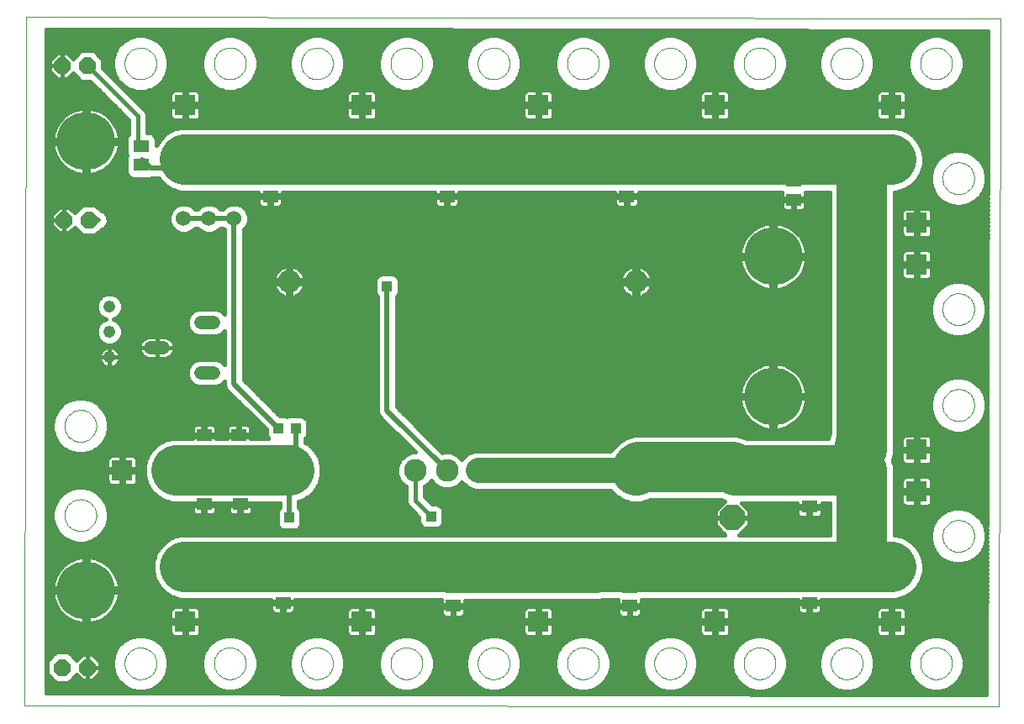
<source format=gtl>
G75*
%MOIN*%
%OFA0B0*%
%FSLAX24Y24*%
%IPPOS*%
%LPD*%
%AMOC8*
5,1,8,0,0,1.08239X$1,22.5*
%
%ADD10C,0.0000*%
%ADD11C,0.1000*%
%ADD12OC8,0.1000*%
%ADD13R,0.0827X0.0827*%
%ADD14R,0.0630X0.0512*%
%ADD15C,0.0520*%
%ADD16C,0.0900*%
%ADD17C,0.0476*%
%ADD18OC8,0.0660*%
%ADD19C,0.0600*%
%ADD20R,0.0591X0.0512*%
%ADD21C,0.2300*%
%ADD22C,0.0160*%
%ADD23C,0.0200*%
%ADD24R,0.0396X0.0396*%
%ADD25C,0.2000*%
%ADD26C,0.0400*%
%ADD27C,0.1000*%
D10*
X001708Y002271D02*
X001771Y029579D01*
X040391Y029517D01*
X040328Y002208D01*
X001708Y002271D01*
X005681Y003930D02*
X005683Y003980D01*
X005689Y004030D01*
X005699Y004079D01*
X005713Y004127D01*
X005730Y004174D01*
X005751Y004219D01*
X005776Y004263D01*
X005804Y004304D01*
X005836Y004343D01*
X005870Y004380D01*
X005907Y004414D01*
X005947Y004444D01*
X005989Y004471D01*
X006033Y004495D01*
X006079Y004516D01*
X006126Y004532D01*
X006174Y004545D01*
X006224Y004554D01*
X006273Y004559D01*
X006324Y004560D01*
X006374Y004557D01*
X006423Y004550D01*
X006472Y004539D01*
X006520Y004524D01*
X006566Y004506D01*
X006611Y004484D01*
X006654Y004458D01*
X006695Y004429D01*
X006734Y004397D01*
X006770Y004362D01*
X006802Y004324D01*
X006832Y004284D01*
X006859Y004241D01*
X006882Y004197D01*
X006901Y004151D01*
X006917Y004103D01*
X006929Y004054D01*
X006937Y004005D01*
X006941Y003955D01*
X006941Y003905D01*
X006937Y003855D01*
X006929Y003806D01*
X006917Y003757D01*
X006901Y003709D01*
X006882Y003663D01*
X006859Y003619D01*
X006832Y003576D01*
X006802Y003536D01*
X006770Y003498D01*
X006734Y003463D01*
X006695Y003431D01*
X006654Y003402D01*
X006611Y003376D01*
X006566Y003354D01*
X006520Y003336D01*
X006472Y003321D01*
X006423Y003310D01*
X006374Y003303D01*
X006324Y003300D01*
X006273Y003301D01*
X006224Y003306D01*
X006174Y003315D01*
X006126Y003328D01*
X006079Y003344D01*
X006033Y003365D01*
X005989Y003389D01*
X005947Y003416D01*
X005907Y003446D01*
X005870Y003480D01*
X005836Y003517D01*
X005804Y003556D01*
X005776Y003597D01*
X005751Y003641D01*
X005730Y003686D01*
X005713Y003733D01*
X005699Y003781D01*
X005689Y003830D01*
X005683Y003880D01*
X005681Y003930D01*
X009225Y003930D02*
X009227Y003980D01*
X009233Y004030D01*
X009243Y004079D01*
X009257Y004127D01*
X009274Y004174D01*
X009295Y004219D01*
X009320Y004263D01*
X009348Y004304D01*
X009380Y004343D01*
X009414Y004380D01*
X009451Y004414D01*
X009491Y004444D01*
X009533Y004471D01*
X009577Y004495D01*
X009623Y004516D01*
X009670Y004532D01*
X009718Y004545D01*
X009768Y004554D01*
X009817Y004559D01*
X009868Y004560D01*
X009918Y004557D01*
X009967Y004550D01*
X010016Y004539D01*
X010064Y004524D01*
X010110Y004506D01*
X010155Y004484D01*
X010198Y004458D01*
X010239Y004429D01*
X010278Y004397D01*
X010314Y004362D01*
X010346Y004324D01*
X010376Y004284D01*
X010403Y004241D01*
X010426Y004197D01*
X010445Y004151D01*
X010461Y004103D01*
X010473Y004054D01*
X010481Y004005D01*
X010485Y003955D01*
X010485Y003905D01*
X010481Y003855D01*
X010473Y003806D01*
X010461Y003757D01*
X010445Y003709D01*
X010426Y003663D01*
X010403Y003619D01*
X010376Y003576D01*
X010346Y003536D01*
X010314Y003498D01*
X010278Y003463D01*
X010239Y003431D01*
X010198Y003402D01*
X010155Y003376D01*
X010110Y003354D01*
X010064Y003336D01*
X010016Y003321D01*
X009967Y003310D01*
X009918Y003303D01*
X009868Y003300D01*
X009817Y003301D01*
X009768Y003306D01*
X009718Y003315D01*
X009670Y003328D01*
X009623Y003344D01*
X009577Y003365D01*
X009533Y003389D01*
X009491Y003416D01*
X009451Y003446D01*
X009414Y003480D01*
X009380Y003517D01*
X009348Y003556D01*
X009320Y003597D01*
X009295Y003641D01*
X009274Y003686D01*
X009257Y003733D01*
X009243Y003781D01*
X009233Y003830D01*
X009227Y003880D01*
X009225Y003930D01*
X012681Y003930D02*
X012683Y003980D01*
X012689Y004030D01*
X012699Y004079D01*
X012713Y004127D01*
X012730Y004174D01*
X012751Y004219D01*
X012776Y004263D01*
X012804Y004304D01*
X012836Y004343D01*
X012870Y004380D01*
X012907Y004414D01*
X012947Y004444D01*
X012989Y004471D01*
X013033Y004495D01*
X013079Y004516D01*
X013126Y004532D01*
X013174Y004545D01*
X013224Y004554D01*
X013273Y004559D01*
X013324Y004560D01*
X013374Y004557D01*
X013423Y004550D01*
X013472Y004539D01*
X013520Y004524D01*
X013566Y004506D01*
X013611Y004484D01*
X013654Y004458D01*
X013695Y004429D01*
X013734Y004397D01*
X013770Y004362D01*
X013802Y004324D01*
X013832Y004284D01*
X013859Y004241D01*
X013882Y004197D01*
X013901Y004151D01*
X013917Y004103D01*
X013929Y004054D01*
X013937Y004005D01*
X013941Y003955D01*
X013941Y003905D01*
X013937Y003855D01*
X013929Y003806D01*
X013917Y003757D01*
X013901Y003709D01*
X013882Y003663D01*
X013859Y003619D01*
X013832Y003576D01*
X013802Y003536D01*
X013770Y003498D01*
X013734Y003463D01*
X013695Y003431D01*
X013654Y003402D01*
X013611Y003376D01*
X013566Y003354D01*
X013520Y003336D01*
X013472Y003321D01*
X013423Y003310D01*
X013374Y003303D01*
X013324Y003300D01*
X013273Y003301D01*
X013224Y003306D01*
X013174Y003315D01*
X013126Y003328D01*
X013079Y003344D01*
X013033Y003365D01*
X012989Y003389D01*
X012947Y003416D01*
X012907Y003446D01*
X012870Y003480D01*
X012836Y003517D01*
X012804Y003556D01*
X012776Y003597D01*
X012751Y003641D01*
X012730Y003686D01*
X012713Y003733D01*
X012699Y003781D01*
X012689Y003830D01*
X012683Y003880D01*
X012681Y003930D01*
X016225Y003930D02*
X016227Y003980D01*
X016233Y004030D01*
X016243Y004079D01*
X016257Y004127D01*
X016274Y004174D01*
X016295Y004219D01*
X016320Y004263D01*
X016348Y004304D01*
X016380Y004343D01*
X016414Y004380D01*
X016451Y004414D01*
X016491Y004444D01*
X016533Y004471D01*
X016577Y004495D01*
X016623Y004516D01*
X016670Y004532D01*
X016718Y004545D01*
X016768Y004554D01*
X016817Y004559D01*
X016868Y004560D01*
X016918Y004557D01*
X016967Y004550D01*
X017016Y004539D01*
X017064Y004524D01*
X017110Y004506D01*
X017155Y004484D01*
X017198Y004458D01*
X017239Y004429D01*
X017278Y004397D01*
X017314Y004362D01*
X017346Y004324D01*
X017376Y004284D01*
X017403Y004241D01*
X017426Y004197D01*
X017445Y004151D01*
X017461Y004103D01*
X017473Y004054D01*
X017481Y004005D01*
X017485Y003955D01*
X017485Y003905D01*
X017481Y003855D01*
X017473Y003806D01*
X017461Y003757D01*
X017445Y003709D01*
X017426Y003663D01*
X017403Y003619D01*
X017376Y003576D01*
X017346Y003536D01*
X017314Y003498D01*
X017278Y003463D01*
X017239Y003431D01*
X017198Y003402D01*
X017155Y003376D01*
X017110Y003354D01*
X017064Y003336D01*
X017016Y003321D01*
X016967Y003310D01*
X016918Y003303D01*
X016868Y003300D01*
X016817Y003301D01*
X016768Y003306D01*
X016718Y003315D01*
X016670Y003328D01*
X016623Y003344D01*
X016577Y003365D01*
X016533Y003389D01*
X016491Y003416D01*
X016451Y003446D01*
X016414Y003480D01*
X016380Y003517D01*
X016348Y003556D01*
X016320Y003597D01*
X016295Y003641D01*
X016274Y003686D01*
X016257Y003733D01*
X016243Y003781D01*
X016233Y003830D01*
X016227Y003880D01*
X016225Y003930D01*
X019681Y003930D02*
X019683Y003980D01*
X019689Y004030D01*
X019699Y004079D01*
X019713Y004127D01*
X019730Y004174D01*
X019751Y004219D01*
X019776Y004263D01*
X019804Y004304D01*
X019836Y004343D01*
X019870Y004380D01*
X019907Y004414D01*
X019947Y004444D01*
X019989Y004471D01*
X020033Y004495D01*
X020079Y004516D01*
X020126Y004532D01*
X020174Y004545D01*
X020224Y004554D01*
X020273Y004559D01*
X020324Y004560D01*
X020374Y004557D01*
X020423Y004550D01*
X020472Y004539D01*
X020520Y004524D01*
X020566Y004506D01*
X020611Y004484D01*
X020654Y004458D01*
X020695Y004429D01*
X020734Y004397D01*
X020770Y004362D01*
X020802Y004324D01*
X020832Y004284D01*
X020859Y004241D01*
X020882Y004197D01*
X020901Y004151D01*
X020917Y004103D01*
X020929Y004054D01*
X020937Y004005D01*
X020941Y003955D01*
X020941Y003905D01*
X020937Y003855D01*
X020929Y003806D01*
X020917Y003757D01*
X020901Y003709D01*
X020882Y003663D01*
X020859Y003619D01*
X020832Y003576D01*
X020802Y003536D01*
X020770Y003498D01*
X020734Y003463D01*
X020695Y003431D01*
X020654Y003402D01*
X020611Y003376D01*
X020566Y003354D01*
X020520Y003336D01*
X020472Y003321D01*
X020423Y003310D01*
X020374Y003303D01*
X020324Y003300D01*
X020273Y003301D01*
X020224Y003306D01*
X020174Y003315D01*
X020126Y003328D01*
X020079Y003344D01*
X020033Y003365D01*
X019989Y003389D01*
X019947Y003416D01*
X019907Y003446D01*
X019870Y003480D01*
X019836Y003517D01*
X019804Y003556D01*
X019776Y003597D01*
X019751Y003641D01*
X019730Y003686D01*
X019713Y003733D01*
X019699Y003781D01*
X019689Y003830D01*
X019683Y003880D01*
X019681Y003930D01*
X023225Y003930D02*
X023227Y003980D01*
X023233Y004030D01*
X023243Y004079D01*
X023257Y004127D01*
X023274Y004174D01*
X023295Y004219D01*
X023320Y004263D01*
X023348Y004304D01*
X023380Y004343D01*
X023414Y004380D01*
X023451Y004414D01*
X023491Y004444D01*
X023533Y004471D01*
X023577Y004495D01*
X023623Y004516D01*
X023670Y004532D01*
X023718Y004545D01*
X023768Y004554D01*
X023817Y004559D01*
X023868Y004560D01*
X023918Y004557D01*
X023967Y004550D01*
X024016Y004539D01*
X024064Y004524D01*
X024110Y004506D01*
X024155Y004484D01*
X024198Y004458D01*
X024239Y004429D01*
X024278Y004397D01*
X024314Y004362D01*
X024346Y004324D01*
X024376Y004284D01*
X024403Y004241D01*
X024426Y004197D01*
X024445Y004151D01*
X024461Y004103D01*
X024473Y004054D01*
X024481Y004005D01*
X024485Y003955D01*
X024485Y003905D01*
X024481Y003855D01*
X024473Y003806D01*
X024461Y003757D01*
X024445Y003709D01*
X024426Y003663D01*
X024403Y003619D01*
X024376Y003576D01*
X024346Y003536D01*
X024314Y003498D01*
X024278Y003463D01*
X024239Y003431D01*
X024198Y003402D01*
X024155Y003376D01*
X024110Y003354D01*
X024064Y003336D01*
X024016Y003321D01*
X023967Y003310D01*
X023918Y003303D01*
X023868Y003300D01*
X023817Y003301D01*
X023768Y003306D01*
X023718Y003315D01*
X023670Y003328D01*
X023623Y003344D01*
X023577Y003365D01*
X023533Y003389D01*
X023491Y003416D01*
X023451Y003446D01*
X023414Y003480D01*
X023380Y003517D01*
X023348Y003556D01*
X023320Y003597D01*
X023295Y003641D01*
X023274Y003686D01*
X023257Y003733D01*
X023243Y003781D01*
X023233Y003830D01*
X023227Y003880D01*
X023225Y003930D01*
X026681Y003930D02*
X026683Y003980D01*
X026689Y004030D01*
X026699Y004079D01*
X026713Y004127D01*
X026730Y004174D01*
X026751Y004219D01*
X026776Y004263D01*
X026804Y004304D01*
X026836Y004343D01*
X026870Y004380D01*
X026907Y004414D01*
X026947Y004444D01*
X026989Y004471D01*
X027033Y004495D01*
X027079Y004516D01*
X027126Y004532D01*
X027174Y004545D01*
X027224Y004554D01*
X027273Y004559D01*
X027324Y004560D01*
X027374Y004557D01*
X027423Y004550D01*
X027472Y004539D01*
X027520Y004524D01*
X027566Y004506D01*
X027611Y004484D01*
X027654Y004458D01*
X027695Y004429D01*
X027734Y004397D01*
X027770Y004362D01*
X027802Y004324D01*
X027832Y004284D01*
X027859Y004241D01*
X027882Y004197D01*
X027901Y004151D01*
X027917Y004103D01*
X027929Y004054D01*
X027937Y004005D01*
X027941Y003955D01*
X027941Y003905D01*
X027937Y003855D01*
X027929Y003806D01*
X027917Y003757D01*
X027901Y003709D01*
X027882Y003663D01*
X027859Y003619D01*
X027832Y003576D01*
X027802Y003536D01*
X027770Y003498D01*
X027734Y003463D01*
X027695Y003431D01*
X027654Y003402D01*
X027611Y003376D01*
X027566Y003354D01*
X027520Y003336D01*
X027472Y003321D01*
X027423Y003310D01*
X027374Y003303D01*
X027324Y003300D01*
X027273Y003301D01*
X027224Y003306D01*
X027174Y003315D01*
X027126Y003328D01*
X027079Y003344D01*
X027033Y003365D01*
X026989Y003389D01*
X026947Y003416D01*
X026907Y003446D01*
X026870Y003480D01*
X026836Y003517D01*
X026804Y003556D01*
X026776Y003597D01*
X026751Y003641D01*
X026730Y003686D01*
X026713Y003733D01*
X026699Y003781D01*
X026689Y003830D01*
X026683Y003880D01*
X026681Y003930D01*
X030225Y003930D02*
X030227Y003980D01*
X030233Y004030D01*
X030243Y004079D01*
X030257Y004127D01*
X030274Y004174D01*
X030295Y004219D01*
X030320Y004263D01*
X030348Y004304D01*
X030380Y004343D01*
X030414Y004380D01*
X030451Y004414D01*
X030491Y004444D01*
X030533Y004471D01*
X030577Y004495D01*
X030623Y004516D01*
X030670Y004532D01*
X030718Y004545D01*
X030768Y004554D01*
X030817Y004559D01*
X030868Y004560D01*
X030918Y004557D01*
X030967Y004550D01*
X031016Y004539D01*
X031064Y004524D01*
X031110Y004506D01*
X031155Y004484D01*
X031198Y004458D01*
X031239Y004429D01*
X031278Y004397D01*
X031314Y004362D01*
X031346Y004324D01*
X031376Y004284D01*
X031403Y004241D01*
X031426Y004197D01*
X031445Y004151D01*
X031461Y004103D01*
X031473Y004054D01*
X031481Y004005D01*
X031485Y003955D01*
X031485Y003905D01*
X031481Y003855D01*
X031473Y003806D01*
X031461Y003757D01*
X031445Y003709D01*
X031426Y003663D01*
X031403Y003619D01*
X031376Y003576D01*
X031346Y003536D01*
X031314Y003498D01*
X031278Y003463D01*
X031239Y003431D01*
X031198Y003402D01*
X031155Y003376D01*
X031110Y003354D01*
X031064Y003336D01*
X031016Y003321D01*
X030967Y003310D01*
X030918Y003303D01*
X030868Y003300D01*
X030817Y003301D01*
X030768Y003306D01*
X030718Y003315D01*
X030670Y003328D01*
X030623Y003344D01*
X030577Y003365D01*
X030533Y003389D01*
X030491Y003416D01*
X030451Y003446D01*
X030414Y003480D01*
X030380Y003517D01*
X030348Y003556D01*
X030320Y003597D01*
X030295Y003641D01*
X030274Y003686D01*
X030257Y003733D01*
X030243Y003781D01*
X030233Y003830D01*
X030227Y003880D01*
X030225Y003930D01*
X033681Y003930D02*
X033683Y003980D01*
X033689Y004030D01*
X033699Y004079D01*
X033713Y004127D01*
X033730Y004174D01*
X033751Y004219D01*
X033776Y004263D01*
X033804Y004304D01*
X033836Y004343D01*
X033870Y004380D01*
X033907Y004414D01*
X033947Y004444D01*
X033989Y004471D01*
X034033Y004495D01*
X034079Y004516D01*
X034126Y004532D01*
X034174Y004545D01*
X034224Y004554D01*
X034273Y004559D01*
X034324Y004560D01*
X034374Y004557D01*
X034423Y004550D01*
X034472Y004539D01*
X034520Y004524D01*
X034566Y004506D01*
X034611Y004484D01*
X034654Y004458D01*
X034695Y004429D01*
X034734Y004397D01*
X034770Y004362D01*
X034802Y004324D01*
X034832Y004284D01*
X034859Y004241D01*
X034882Y004197D01*
X034901Y004151D01*
X034917Y004103D01*
X034929Y004054D01*
X034937Y004005D01*
X034941Y003955D01*
X034941Y003905D01*
X034937Y003855D01*
X034929Y003806D01*
X034917Y003757D01*
X034901Y003709D01*
X034882Y003663D01*
X034859Y003619D01*
X034832Y003576D01*
X034802Y003536D01*
X034770Y003498D01*
X034734Y003463D01*
X034695Y003431D01*
X034654Y003402D01*
X034611Y003376D01*
X034566Y003354D01*
X034520Y003336D01*
X034472Y003321D01*
X034423Y003310D01*
X034374Y003303D01*
X034324Y003300D01*
X034273Y003301D01*
X034224Y003306D01*
X034174Y003315D01*
X034126Y003328D01*
X034079Y003344D01*
X034033Y003365D01*
X033989Y003389D01*
X033947Y003416D01*
X033907Y003446D01*
X033870Y003480D01*
X033836Y003517D01*
X033804Y003556D01*
X033776Y003597D01*
X033751Y003641D01*
X033730Y003686D01*
X033713Y003733D01*
X033699Y003781D01*
X033689Y003830D01*
X033683Y003880D01*
X033681Y003930D01*
X037225Y003930D02*
X037227Y003980D01*
X037233Y004030D01*
X037243Y004079D01*
X037257Y004127D01*
X037274Y004174D01*
X037295Y004219D01*
X037320Y004263D01*
X037348Y004304D01*
X037380Y004343D01*
X037414Y004380D01*
X037451Y004414D01*
X037491Y004444D01*
X037533Y004471D01*
X037577Y004495D01*
X037623Y004516D01*
X037670Y004532D01*
X037718Y004545D01*
X037768Y004554D01*
X037817Y004559D01*
X037868Y004560D01*
X037918Y004557D01*
X037967Y004550D01*
X038016Y004539D01*
X038064Y004524D01*
X038110Y004506D01*
X038155Y004484D01*
X038198Y004458D01*
X038239Y004429D01*
X038278Y004397D01*
X038314Y004362D01*
X038346Y004324D01*
X038376Y004284D01*
X038403Y004241D01*
X038426Y004197D01*
X038445Y004151D01*
X038461Y004103D01*
X038473Y004054D01*
X038481Y004005D01*
X038485Y003955D01*
X038485Y003905D01*
X038481Y003855D01*
X038473Y003806D01*
X038461Y003757D01*
X038445Y003709D01*
X038426Y003663D01*
X038403Y003619D01*
X038376Y003576D01*
X038346Y003536D01*
X038314Y003498D01*
X038278Y003463D01*
X038239Y003431D01*
X038198Y003402D01*
X038155Y003376D01*
X038110Y003354D01*
X038064Y003336D01*
X038016Y003321D01*
X037967Y003310D01*
X037918Y003303D01*
X037868Y003300D01*
X037817Y003301D01*
X037768Y003306D01*
X037718Y003315D01*
X037670Y003328D01*
X037623Y003344D01*
X037577Y003365D01*
X037533Y003389D01*
X037491Y003416D01*
X037451Y003446D01*
X037414Y003480D01*
X037380Y003517D01*
X037348Y003556D01*
X037320Y003597D01*
X037295Y003641D01*
X037274Y003686D01*
X037257Y003733D01*
X037243Y003781D01*
X037233Y003830D01*
X037227Y003880D01*
X037225Y003930D01*
X038107Y008985D02*
X038109Y009035D01*
X038115Y009085D01*
X038125Y009134D01*
X038139Y009182D01*
X038156Y009229D01*
X038177Y009274D01*
X038202Y009318D01*
X038230Y009359D01*
X038262Y009398D01*
X038296Y009435D01*
X038333Y009469D01*
X038373Y009499D01*
X038415Y009526D01*
X038459Y009550D01*
X038505Y009571D01*
X038552Y009587D01*
X038600Y009600D01*
X038650Y009609D01*
X038699Y009614D01*
X038750Y009615D01*
X038800Y009612D01*
X038849Y009605D01*
X038898Y009594D01*
X038946Y009579D01*
X038992Y009561D01*
X039037Y009539D01*
X039080Y009513D01*
X039121Y009484D01*
X039160Y009452D01*
X039196Y009417D01*
X039228Y009379D01*
X039258Y009339D01*
X039285Y009296D01*
X039308Y009252D01*
X039327Y009206D01*
X039343Y009158D01*
X039355Y009109D01*
X039363Y009060D01*
X039367Y009010D01*
X039367Y008960D01*
X039363Y008910D01*
X039355Y008861D01*
X039343Y008812D01*
X039327Y008764D01*
X039308Y008718D01*
X039285Y008674D01*
X039258Y008631D01*
X039228Y008591D01*
X039196Y008553D01*
X039160Y008518D01*
X039121Y008486D01*
X039080Y008457D01*
X039037Y008431D01*
X038992Y008409D01*
X038946Y008391D01*
X038898Y008376D01*
X038849Y008365D01*
X038800Y008358D01*
X038750Y008355D01*
X038699Y008356D01*
X038650Y008361D01*
X038600Y008370D01*
X038552Y008383D01*
X038505Y008399D01*
X038459Y008420D01*
X038415Y008444D01*
X038373Y008471D01*
X038333Y008501D01*
X038296Y008535D01*
X038262Y008572D01*
X038230Y008611D01*
X038202Y008652D01*
X038177Y008696D01*
X038156Y008741D01*
X038139Y008788D01*
X038125Y008836D01*
X038115Y008885D01*
X038109Y008935D01*
X038107Y008985D01*
X038107Y014181D02*
X038109Y014231D01*
X038115Y014281D01*
X038125Y014330D01*
X038139Y014378D01*
X038156Y014425D01*
X038177Y014470D01*
X038202Y014514D01*
X038230Y014555D01*
X038262Y014594D01*
X038296Y014631D01*
X038333Y014665D01*
X038373Y014695D01*
X038415Y014722D01*
X038459Y014746D01*
X038505Y014767D01*
X038552Y014783D01*
X038600Y014796D01*
X038650Y014805D01*
X038699Y014810D01*
X038750Y014811D01*
X038800Y014808D01*
X038849Y014801D01*
X038898Y014790D01*
X038946Y014775D01*
X038992Y014757D01*
X039037Y014735D01*
X039080Y014709D01*
X039121Y014680D01*
X039160Y014648D01*
X039196Y014613D01*
X039228Y014575D01*
X039258Y014535D01*
X039285Y014492D01*
X039308Y014448D01*
X039327Y014402D01*
X039343Y014354D01*
X039355Y014305D01*
X039363Y014256D01*
X039367Y014206D01*
X039367Y014156D01*
X039363Y014106D01*
X039355Y014057D01*
X039343Y014008D01*
X039327Y013960D01*
X039308Y013914D01*
X039285Y013870D01*
X039258Y013827D01*
X039228Y013787D01*
X039196Y013749D01*
X039160Y013714D01*
X039121Y013682D01*
X039080Y013653D01*
X039037Y013627D01*
X038992Y013605D01*
X038946Y013587D01*
X038898Y013572D01*
X038849Y013561D01*
X038800Y013554D01*
X038750Y013551D01*
X038699Y013552D01*
X038650Y013557D01*
X038600Y013566D01*
X038552Y013579D01*
X038505Y013595D01*
X038459Y013616D01*
X038415Y013640D01*
X038373Y013667D01*
X038333Y013697D01*
X038296Y013731D01*
X038262Y013768D01*
X038230Y013807D01*
X038202Y013848D01*
X038177Y013892D01*
X038156Y013937D01*
X038139Y013984D01*
X038125Y014032D01*
X038115Y014081D01*
X038109Y014131D01*
X038107Y014181D01*
X038107Y017985D02*
X038109Y018035D01*
X038115Y018085D01*
X038125Y018134D01*
X038139Y018182D01*
X038156Y018229D01*
X038177Y018274D01*
X038202Y018318D01*
X038230Y018359D01*
X038262Y018398D01*
X038296Y018435D01*
X038333Y018469D01*
X038373Y018499D01*
X038415Y018526D01*
X038459Y018550D01*
X038505Y018571D01*
X038552Y018587D01*
X038600Y018600D01*
X038650Y018609D01*
X038699Y018614D01*
X038750Y018615D01*
X038800Y018612D01*
X038849Y018605D01*
X038898Y018594D01*
X038946Y018579D01*
X038992Y018561D01*
X039037Y018539D01*
X039080Y018513D01*
X039121Y018484D01*
X039160Y018452D01*
X039196Y018417D01*
X039228Y018379D01*
X039258Y018339D01*
X039285Y018296D01*
X039308Y018252D01*
X039327Y018206D01*
X039343Y018158D01*
X039355Y018109D01*
X039363Y018060D01*
X039367Y018010D01*
X039367Y017960D01*
X039363Y017910D01*
X039355Y017861D01*
X039343Y017812D01*
X039327Y017764D01*
X039308Y017718D01*
X039285Y017674D01*
X039258Y017631D01*
X039228Y017591D01*
X039196Y017553D01*
X039160Y017518D01*
X039121Y017486D01*
X039080Y017457D01*
X039037Y017431D01*
X038992Y017409D01*
X038946Y017391D01*
X038898Y017376D01*
X038849Y017365D01*
X038800Y017358D01*
X038750Y017355D01*
X038699Y017356D01*
X038650Y017361D01*
X038600Y017370D01*
X038552Y017383D01*
X038505Y017399D01*
X038459Y017420D01*
X038415Y017444D01*
X038373Y017471D01*
X038333Y017501D01*
X038296Y017535D01*
X038262Y017572D01*
X038230Y017611D01*
X038202Y017652D01*
X038177Y017696D01*
X038156Y017741D01*
X038139Y017788D01*
X038125Y017836D01*
X038115Y017885D01*
X038109Y017935D01*
X038107Y017985D01*
X038107Y023181D02*
X038109Y023231D01*
X038115Y023281D01*
X038125Y023330D01*
X038139Y023378D01*
X038156Y023425D01*
X038177Y023470D01*
X038202Y023514D01*
X038230Y023555D01*
X038262Y023594D01*
X038296Y023631D01*
X038333Y023665D01*
X038373Y023695D01*
X038415Y023722D01*
X038459Y023746D01*
X038505Y023767D01*
X038552Y023783D01*
X038600Y023796D01*
X038650Y023805D01*
X038699Y023810D01*
X038750Y023811D01*
X038800Y023808D01*
X038849Y023801D01*
X038898Y023790D01*
X038946Y023775D01*
X038992Y023757D01*
X039037Y023735D01*
X039080Y023709D01*
X039121Y023680D01*
X039160Y023648D01*
X039196Y023613D01*
X039228Y023575D01*
X039258Y023535D01*
X039285Y023492D01*
X039308Y023448D01*
X039327Y023402D01*
X039343Y023354D01*
X039355Y023305D01*
X039363Y023256D01*
X039367Y023206D01*
X039367Y023156D01*
X039363Y023106D01*
X039355Y023057D01*
X039343Y023008D01*
X039327Y022960D01*
X039308Y022914D01*
X039285Y022870D01*
X039258Y022827D01*
X039228Y022787D01*
X039196Y022749D01*
X039160Y022714D01*
X039121Y022682D01*
X039080Y022653D01*
X039037Y022627D01*
X038992Y022605D01*
X038946Y022587D01*
X038898Y022572D01*
X038849Y022561D01*
X038800Y022554D01*
X038750Y022551D01*
X038699Y022552D01*
X038650Y022557D01*
X038600Y022566D01*
X038552Y022579D01*
X038505Y022595D01*
X038459Y022616D01*
X038415Y022640D01*
X038373Y022667D01*
X038333Y022697D01*
X038296Y022731D01*
X038262Y022768D01*
X038230Y022807D01*
X038202Y022848D01*
X038177Y022892D01*
X038156Y022937D01*
X038139Y022984D01*
X038125Y023032D01*
X038115Y023081D01*
X038109Y023131D01*
X038107Y023181D01*
X037225Y027737D02*
X037227Y027787D01*
X037233Y027837D01*
X037243Y027886D01*
X037257Y027934D01*
X037274Y027981D01*
X037295Y028026D01*
X037320Y028070D01*
X037348Y028111D01*
X037380Y028150D01*
X037414Y028187D01*
X037451Y028221D01*
X037491Y028251D01*
X037533Y028278D01*
X037577Y028302D01*
X037623Y028323D01*
X037670Y028339D01*
X037718Y028352D01*
X037768Y028361D01*
X037817Y028366D01*
X037868Y028367D01*
X037918Y028364D01*
X037967Y028357D01*
X038016Y028346D01*
X038064Y028331D01*
X038110Y028313D01*
X038155Y028291D01*
X038198Y028265D01*
X038239Y028236D01*
X038278Y028204D01*
X038314Y028169D01*
X038346Y028131D01*
X038376Y028091D01*
X038403Y028048D01*
X038426Y028004D01*
X038445Y027958D01*
X038461Y027910D01*
X038473Y027861D01*
X038481Y027812D01*
X038485Y027762D01*
X038485Y027712D01*
X038481Y027662D01*
X038473Y027613D01*
X038461Y027564D01*
X038445Y027516D01*
X038426Y027470D01*
X038403Y027426D01*
X038376Y027383D01*
X038346Y027343D01*
X038314Y027305D01*
X038278Y027270D01*
X038239Y027238D01*
X038198Y027209D01*
X038155Y027183D01*
X038110Y027161D01*
X038064Y027143D01*
X038016Y027128D01*
X037967Y027117D01*
X037918Y027110D01*
X037868Y027107D01*
X037817Y027108D01*
X037768Y027113D01*
X037718Y027122D01*
X037670Y027135D01*
X037623Y027151D01*
X037577Y027172D01*
X037533Y027196D01*
X037491Y027223D01*
X037451Y027253D01*
X037414Y027287D01*
X037380Y027324D01*
X037348Y027363D01*
X037320Y027404D01*
X037295Y027448D01*
X037274Y027493D01*
X037257Y027540D01*
X037243Y027588D01*
X037233Y027637D01*
X037227Y027687D01*
X037225Y027737D01*
X033681Y027737D02*
X033683Y027787D01*
X033689Y027837D01*
X033699Y027886D01*
X033713Y027934D01*
X033730Y027981D01*
X033751Y028026D01*
X033776Y028070D01*
X033804Y028111D01*
X033836Y028150D01*
X033870Y028187D01*
X033907Y028221D01*
X033947Y028251D01*
X033989Y028278D01*
X034033Y028302D01*
X034079Y028323D01*
X034126Y028339D01*
X034174Y028352D01*
X034224Y028361D01*
X034273Y028366D01*
X034324Y028367D01*
X034374Y028364D01*
X034423Y028357D01*
X034472Y028346D01*
X034520Y028331D01*
X034566Y028313D01*
X034611Y028291D01*
X034654Y028265D01*
X034695Y028236D01*
X034734Y028204D01*
X034770Y028169D01*
X034802Y028131D01*
X034832Y028091D01*
X034859Y028048D01*
X034882Y028004D01*
X034901Y027958D01*
X034917Y027910D01*
X034929Y027861D01*
X034937Y027812D01*
X034941Y027762D01*
X034941Y027712D01*
X034937Y027662D01*
X034929Y027613D01*
X034917Y027564D01*
X034901Y027516D01*
X034882Y027470D01*
X034859Y027426D01*
X034832Y027383D01*
X034802Y027343D01*
X034770Y027305D01*
X034734Y027270D01*
X034695Y027238D01*
X034654Y027209D01*
X034611Y027183D01*
X034566Y027161D01*
X034520Y027143D01*
X034472Y027128D01*
X034423Y027117D01*
X034374Y027110D01*
X034324Y027107D01*
X034273Y027108D01*
X034224Y027113D01*
X034174Y027122D01*
X034126Y027135D01*
X034079Y027151D01*
X034033Y027172D01*
X033989Y027196D01*
X033947Y027223D01*
X033907Y027253D01*
X033870Y027287D01*
X033836Y027324D01*
X033804Y027363D01*
X033776Y027404D01*
X033751Y027448D01*
X033730Y027493D01*
X033713Y027540D01*
X033699Y027588D01*
X033689Y027637D01*
X033683Y027687D01*
X033681Y027737D01*
X030225Y027737D02*
X030227Y027787D01*
X030233Y027837D01*
X030243Y027886D01*
X030257Y027934D01*
X030274Y027981D01*
X030295Y028026D01*
X030320Y028070D01*
X030348Y028111D01*
X030380Y028150D01*
X030414Y028187D01*
X030451Y028221D01*
X030491Y028251D01*
X030533Y028278D01*
X030577Y028302D01*
X030623Y028323D01*
X030670Y028339D01*
X030718Y028352D01*
X030768Y028361D01*
X030817Y028366D01*
X030868Y028367D01*
X030918Y028364D01*
X030967Y028357D01*
X031016Y028346D01*
X031064Y028331D01*
X031110Y028313D01*
X031155Y028291D01*
X031198Y028265D01*
X031239Y028236D01*
X031278Y028204D01*
X031314Y028169D01*
X031346Y028131D01*
X031376Y028091D01*
X031403Y028048D01*
X031426Y028004D01*
X031445Y027958D01*
X031461Y027910D01*
X031473Y027861D01*
X031481Y027812D01*
X031485Y027762D01*
X031485Y027712D01*
X031481Y027662D01*
X031473Y027613D01*
X031461Y027564D01*
X031445Y027516D01*
X031426Y027470D01*
X031403Y027426D01*
X031376Y027383D01*
X031346Y027343D01*
X031314Y027305D01*
X031278Y027270D01*
X031239Y027238D01*
X031198Y027209D01*
X031155Y027183D01*
X031110Y027161D01*
X031064Y027143D01*
X031016Y027128D01*
X030967Y027117D01*
X030918Y027110D01*
X030868Y027107D01*
X030817Y027108D01*
X030768Y027113D01*
X030718Y027122D01*
X030670Y027135D01*
X030623Y027151D01*
X030577Y027172D01*
X030533Y027196D01*
X030491Y027223D01*
X030451Y027253D01*
X030414Y027287D01*
X030380Y027324D01*
X030348Y027363D01*
X030320Y027404D01*
X030295Y027448D01*
X030274Y027493D01*
X030257Y027540D01*
X030243Y027588D01*
X030233Y027637D01*
X030227Y027687D01*
X030225Y027737D01*
X026681Y027737D02*
X026683Y027787D01*
X026689Y027837D01*
X026699Y027886D01*
X026713Y027934D01*
X026730Y027981D01*
X026751Y028026D01*
X026776Y028070D01*
X026804Y028111D01*
X026836Y028150D01*
X026870Y028187D01*
X026907Y028221D01*
X026947Y028251D01*
X026989Y028278D01*
X027033Y028302D01*
X027079Y028323D01*
X027126Y028339D01*
X027174Y028352D01*
X027224Y028361D01*
X027273Y028366D01*
X027324Y028367D01*
X027374Y028364D01*
X027423Y028357D01*
X027472Y028346D01*
X027520Y028331D01*
X027566Y028313D01*
X027611Y028291D01*
X027654Y028265D01*
X027695Y028236D01*
X027734Y028204D01*
X027770Y028169D01*
X027802Y028131D01*
X027832Y028091D01*
X027859Y028048D01*
X027882Y028004D01*
X027901Y027958D01*
X027917Y027910D01*
X027929Y027861D01*
X027937Y027812D01*
X027941Y027762D01*
X027941Y027712D01*
X027937Y027662D01*
X027929Y027613D01*
X027917Y027564D01*
X027901Y027516D01*
X027882Y027470D01*
X027859Y027426D01*
X027832Y027383D01*
X027802Y027343D01*
X027770Y027305D01*
X027734Y027270D01*
X027695Y027238D01*
X027654Y027209D01*
X027611Y027183D01*
X027566Y027161D01*
X027520Y027143D01*
X027472Y027128D01*
X027423Y027117D01*
X027374Y027110D01*
X027324Y027107D01*
X027273Y027108D01*
X027224Y027113D01*
X027174Y027122D01*
X027126Y027135D01*
X027079Y027151D01*
X027033Y027172D01*
X026989Y027196D01*
X026947Y027223D01*
X026907Y027253D01*
X026870Y027287D01*
X026836Y027324D01*
X026804Y027363D01*
X026776Y027404D01*
X026751Y027448D01*
X026730Y027493D01*
X026713Y027540D01*
X026699Y027588D01*
X026689Y027637D01*
X026683Y027687D01*
X026681Y027737D01*
X023225Y027737D02*
X023227Y027787D01*
X023233Y027837D01*
X023243Y027886D01*
X023257Y027934D01*
X023274Y027981D01*
X023295Y028026D01*
X023320Y028070D01*
X023348Y028111D01*
X023380Y028150D01*
X023414Y028187D01*
X023451Y028221D01*
X023491Y028251D01*
X023533Y028278D01*
X023577Y028302D01*
X023623Y028323D01*
X023670Y028339D01*
X023718Y028352D01*
X023768Y028361D01*
X023817Y028366D01*
X023868Y028367D01*
X023918Y028364D01*
X023967Y028357D01*
X024016Y028346D01*
X024064Y028331D01*
X024110Y028313D01*
X024155Y028291D01*
X024198Y028265D01*
X024239Y028236D01*
X024278Y028204D01*
X024314Y028169D01*
X024346Y028131D01*
X024376Y028091D01*
X024403Y028048D01*
X024426Y028004D01*
X024445Y027958D01*
X024461Y027910D01*
X024473Y027861D01*
X024481Y027812D01*
X024485Y027762D01*
X024485Y027712D01*
X024481Y027662D01*
X024473Y027613D01*
X024461Y027564D01*
X024445Y027516D01*
X024426Y027470D01*
X024403Y027426D01*
X024376Y027383D01*
X024346Y027343D01*
X024314Y027305D01*
X024278Y027270D01*
X024239Y027238D01*
X024198Y027209D01*
X024155Y027183D01*
X024110Y027161D01*
X024064Y027143D01*
X024016Y027128D01*
X023967Y027117D01*
X023918Y027110D01*
X023868Y027107D01*
X023817Y027108D01*
X023768Y027113D01*
X023718Y027122D01*
X023670Y027135D01*
X023623Y027151D01*
X023577Y027172D01*
X023533Y027196D01*
X023491Y027223D01*
X023451Y027253D01*
X023414Y027287D01*
X023380Y027324D01*
X023348Y027363D01*
X023320Y027404D01*
X023295Y027448D01*
X023274Y027493D01*
X023257Y027540D01*
X023243Y027588D01*
X023233Y027637D01*
X023227Y027687D01*
X023225Y027737D01*
X019681Y027737D02*
X019683Y027787D01*
X019689Y027837D01*
X019699Y027886D01*
X019713Y027934D01*
X019730Y027981D01*
X019751Y028026D01*
X019776Y028070D01*
X019804Y028111D01*
X019836Y028150D01*
X019870Y028187D01*
X019907Y028221D01*
X019947Y028251D01*
X019989Y028278D01*
X020033Y028302D01*
X020079Y028323D01*
X020126Y028339D01*
X020174Y028352D01*
X020224Y028361D01*
X020273Y028366D01*
X020324Y028367D01*
X020374Y028364D01*
X020423Y028357D01*
X020472Y028346D01*
X020520Y028331D01*
X020566Y028313D01*
X020611Y028291D01*
X020654Y028265D01*
X020695Y028236D01*
X020734Y028204D01*
X020770Y028169D01*
X020802Y028131D01*
X020832Y028091D01*
X020859Y028048D01*
X020882Y028004D01*
X020901Y027958D01*
X020917Y027910D01*
X020929Y027861D01*
X020937Y027812D01*
X020941Y027762D01*
X020941Y027712D01*
X020937Y027662D01*
X020929Y027613D01*
X020917Y027564D01*
X020901Y027516D01*
X020882Y027470D01*
X020859Y027426D01*
X020832Y027383D01*
X020802Y027343D01*
X020770Y027305D01*
X020734Y027270D01*
X020695Y027238D01*
X020654Y027209D01*
X020611Y027183D01*
X020566Y027161D01*
X020520Y027143D01*
X020472Y027128D01*
X020423Y027117D01*
X020374Y027110D01*
X020324Y027107D01*
X020273Y027108D01*
X020224Y027113D01*
X020174Y027122D01*
X020126Y027135D01*
X020079Y027151D01*
X020033Y027172D01*
X019989Y027196D01*
X019947Y027223D01*
X019907Y027253D01*
X019870Y027287D01*
X019836Y027324D01*
X019804Y027363D01*
X019776Y027404D01*
X019751Y027448D01*
X019730Y027493D01*
X019713Y027540D01*
X019699Y027588D01*
X019689Y027637D01*
X019683Y027687D01*
X019681Y027737D01*
X016225Y027737D02*
X016227Y027787D01*
X016233Y027837D01*
X016243Y027886D01*
X016257Y027934D01*
X016274Y027981D01*
X016295Y028026D01*
X016320Y028070D01*
X016348Y028111D01*
X016380Y028150D01*
X016414Y028187D01*
X016451Y028221D01*
X016491Y028251D01*
X016533Y028278D01*
X016577Y028302D01*
X016623Y028323D01*
X016670Y028339D01*
X016718Y028352D01*
X016768Y028361D01*
X016817Y028366D01*
X016868Y028367D01*
X016918Y028364D01*
X016967Y028357D01*
X017016Y028346D01*
X017064Y028331D01*
X017110Y028313D01*
X017155Y028291D01*
X017198Y028265D01*
X017239Y028236D01*
X017278Y028204D01*
X017314Y028169D01*
X017346Y028131D01*
X017376Y028091D01*
X017403Y028048D01*
X017426Y028004D01*
X017445Y027958D01*
X017461Y027910D01*
X017473Y027861D01*
X017481Y027812D01*
X017485Y027762D01*
X017485Y027712D01*
X017481Y027662D01*
X017473Y027613D01*
X017461Y027564D01*
X017445Y027516D01*
X017426Y027470D01*
X017403Y027426D01*
X017376Y027383D01*
X017346Y027343D01*
X017314Y027305D01*
X017278Y027270D01*
X017239Y027238D01*
X017198Y027209D01*
X017155Y027183D01*
X017110Y027161D01*
X017064Y027143D01*
X017016Y027128D01*
X016967Y027117D01*
X016918Y027110D01*
X016868Y027107D01*
X016817Y027108D01*
X016768Y027113D01*
X016718Y027122D01*
X016670Y027135D01*
X016623Y027151D01*
X016577Y027172D01*
X016533Y027196D01*
X016491Y027223D01*
X016451Y027253D01*
X016414Y027287D01*
X016380Y027324D01*
X016348Y027363D01*
X016320Y027404D01*
X016295Y027448D01*
X016274Y027493D01*
X016257Y027540D01*
X016243Y027588D01*
X016233Y027637D01*
X016227Y027687D01*
X016225Y027737D01*
X012681Y027737D02*
X012683Y027787D01*
X012689Y027837D01*
X012699Y027886D01*
X012713Y027934D01*
X012730Y027981D01*
X012751Y028026D01*
X012776Y028070D01*
X012804Y028111D01*
X012836Y028150D01*
X012870Y028187D01*
X012907Y028221D01*
X012947Y028251D01*
X012989Y028278D01*
X013033Y028302D01*
X013079Y028323D01*
X013126Y028339D01*
X013174Y028352D01*
X013224Y028361D01*
X013273Y028366D01*
X013324Y028367D01*
X013374Y028364D01*
X013423Y028357D01*
X013472Y028346D01*
X013520Y028331D01*
X013566Y028313D01*
X013611Y028291D01*
X013654Y028265D01*
X013695Y028236D01*
X013734Y028204D01*
X013770Y028169D01*
X013802Y028131D01*
X013832Y028091D01*
X013859Y028048D01*
X013882Y028004D01*
X013901Y027958D01*
X013917Y027910D01*
X013929Y027861D01*
X013937Y027812D01*
X013941Y027762D01*
X013941Y027712D01*
X013937Y027662D01*
X013929Y027613D01*
X013917Y027564D01*
X013901Y027516D01*
X013882Y027470D01*
X013859Y027426D01*
X013832Y027383D01*
X013802Y027343D01*
X013770Y027305D01*
X013734Y027270D01*
X013695Y027238D01*
X013654Y027209D01*
X013611Y027183D01*
X013566Y027161D01*
X013520Y027143D01*
X013472Y027128D01*
X013423Y027117D01*
X013374Y027110D01*
X013324Y027107D01*
X013273Y027108D01*
X013224Y027113D01*
X013174Y027122D01*
X013126Y027135D01*
X013079Y027151D01*
X013033Y027172D01*
X012989Y027196D01*
X012947Y027223D01*
X012907Y027253D01*
X012870Y027287D01*
X012836Y027324D01*
X012804Y027363D01*
X012776Y027404D01*
X012751Y027448D01*
X012730Y027493D01*
X012713Y027540D01*
X012699Y027588D01*
X012689Y027637D01*
X012683Y027687D01*
X012681Y027737D01*
X009225Y027737D02*
X009227Y027787D01*
X009233Y027837D01*
X009243Y027886D01*
X009257Y027934D01*
X009274Y027981D01*
X009295Y028026D01*
X009320Y028070D01*
X009348Y028111D01*
X009380Y028150D01*
X009414Y028187D01*
X009451Y028221D01*
X009491Y028251D01*
X009533Y028278D01*
X009577Y028302D01*
X009623Y028323D01*
X009670Y028339D01*
X009718Y028352D01*
X009768Y028361D01*
X009817Y028366D01*
X009868Y028367D01*
X009918Y028364D01*
X009967Y028357D01*
X010016Y028346D01*
X010064Y028331D01*
X010110Y028313D01*
X010155Y028291D01*
X010198Y028265D01*
X010239Y028236D01*
X010278Y028204D01*
X010314Y028169D01*
X010346Y028131D01*
X010376Y028091D01*
X010403Y028048D01*
X010426Y028004D01*
X010445Y027958D01*
X010461Y027910D01*
X010473Y027861D01*
X010481Y027812D01*
X010485Y027762D01*
X010485Y027712D01*
X010481Y027662D01*
X010473Y027613D01*
X010461Y027564D01*
X010445Y027516D01*
X010426Y027470D01*
X010403Y027426D01*
X010376Y027383D01*
X010346Y027343D01*
X010314Y027305D01*
X010278Y027270D01*
X010239Y027238D01*
X010198Y027209D01*
X010155Y027183D01*
X010110Y027161D01*
X010064Y027143D01*
X010016Y027128D01*
X009967Y027117D01*
X009918Y027110D01*
X009868Y027107D01*
X009817Y027108D01*
X009768Y027113D01*
X009718Y027122D01*
X009670Y027135D01*
X009623Y027151D01*
X009577Y027172D01*
X009533Y027196D01*
X009491Y027223D01*
X009451Y027253D01*
X009414Y027287D01*
X009380Y027324D01*
X009348Y027363D01*
X009320Y027404D01*
X009295Y027448D01*
X009274Y027493D01*
X009257Y027540D01*
X009243Y027588D01*
X009233Y027637D01*
X009227Y027687D01*
X009225Y027737D01*
X005681Y027737D02*
X005683Y027787D01*
X005689Y027837D01*
X005699Y027886D01*
X005713Y027934D01*
X005730Y027981D01*
X005751Y028026D01*
X005776Y028070D01*
X005804Y028111D01*
X005836Y028150D01*
X005870Y028187D01*
X005907Y028221D01*
X005947Y028251D01*
X005989Y028278D01*
X006033Y028302D01*
X006079Y028323D01*
X006126Y028339D01*
X006174Y028352D01*
X006224Y028361D01*
X006273Y028366D01*
X006324Y028367D01*
X006374Y028364D01*
X006423Y028357D01*
X006472Y028346D01*
X006520Y028331D01*
X006566Y028313D01*
X006611Y028291D01*
X006654Y028265D01*
X006695Y028236D01*
X006734Y028204D01*
X006770Y028169D01*
X006802Y028131D01*
X006832Y028091D01*
X006859Y028048D01*
X006882Y028004D01*
X006901Y027958D01*
X006917Y027910D01*
X006929Y027861D01*
X006937Y027812D01*
X006941Y027762D01*
X006941Y027712D01*
X006937Y027662D01*
X006929Y027613D01*
X006917Y027564D01*
X006901Y027516D01*
X006882Y027470D01*
X006859Y027426D01*
X006832Y027383D01*
X006802Y027343D01*
X006770Y027305D01*
X006734Y027270D01*
X006695Y027238D01*
X006654Y027209D01*
X006611Y027183D01*
X006566Y027161D01*
X006520Y027143D01*
X006472Y027128D01*
X006423Y027117D01*
X006374Y027110D01*
X006324Y027107D01*
X006273Y027108D01*
X006224Y027113D01*
X006174Y027122D01*
X006126Y027135D01*
X006079Y027151D01*
X006033Y027172D01*
X005989Y027196D01*
X005947Y027223D01*
X005907Y027253D01*
X005870Y027287D01*
X005836Y027324D01*
X005804Y027363D01*
X005776Y027404D01*
X005751Y027448D01*
X005730Y027493D01*
X005713Y027540D01*
X005699Y027588D01*
X005689Y027637D01*
X005683Y027687D01*
X005681Y027737D01*
X003300Y013355D02*
X003302Y013405D01*
X003308Y013455D01*
X003318Y013504D01*
X003332Y013552D01*
X003349Y013599D01*
X003370Y013644D01*
X003395Y013688D01*
X003423Y013729D01*
X003455Y013768D01*
X003489Y013805D01*
X003526Y013839D01*
X003566Y013869D01*
X003608Y013896D01*
X003652Y013920D01*
X003698Y013941D01*
X003745Y013957D01*
X003793Y013970D01*
X003843Y013979D01*
X003892Y013984D01*
X003943Y013985D01*
X003993Y013982D01*
X004042Y013975D01*
X004091Y013964D01*
X004139Y013949D01*
X004185Y013931D01*
X004230Y013909D01*
X004273Y013883D01*
X004314Y013854D01*
X004353Y013822D01*
X004389Y013787D01*
X004421Y013749D01*
X004451Y013709D01*
X004478Y013666D01*
X004501Y013622D01*
X004520Y013576D01*
X004536Y013528D01*
X004548Y013479D01*
X004556Y013430D01*
X004560Y013380D01*
X004560Y013330D01*
X004556Y013280D01*
X004548Y013231D01*
X004536Y013182D01*
X004520Y013134D01*
X004501Y013088D01*
X004478Y013044D01*
X004451Y013001D01*
X004421Y012961D01*
X004389Y012923D01*
X004353Y012888D01*
X004314Y012856D01*
X004273Y012827D01*
X004230Y012801D01*
X004185Y012779D01*
X004139Y012761D01*
X004091Y012746D01*
X004042Y012735D01*
X003993Y012728D01*
X003943Y012725D01*
X003892Y012726D01*
X003843Y012731D01*
X003793Y012740D01*
X003745Y012753D01*
X003698Y012769D01*
X003652Y012790D01*
X003608Y012814D01*
X003566Y012841D01*
X003526Y012871D01*
X003489Y012905D01*
X003455Y012942D01*
X003423Y012981D01*
X003395Y013022D01*
X003370Y013066D01*
X003349Y013111D01*
X003332Y013158D01*
X003318Y013206D01*
X003308Y013255D01*
X003302Y013305D01*
X003300Y013355D01*
X003300Y009811D02*
X003302Y009861D01*
X003308Y009911D01*
X003318Y009960D01*
X003332Y010008D01*
X003349Y010055D01*
X003370Y010100D01*
X003395Y010144D01*
X003423Y010185D01*
X003455Y010224D01*
X003489Y010261D01*
X003526Y010295D01*
X003566Y010325D01*
X003608Y010352D01*
X003652Y010376D01*
X003698Y010397D01*
X003745Y010413D01*
X003793Y010426D01*
X003843Y010435D01*
X003892Y010440D01*
X003943Y010441D01*
X003993Y010438D01*
X004042Y010431D01*
X004091Y010420D01*
X004139Y010405D01*
X004185Y010387D01*
X004230Y010365D01*
X004273Y010339D01*
X004314Y010310D01*
X004353Y010278D01*
X004389Y010243D01*
X004421Y010205D01*
X004451Y010165D01*
X004478Y010122D01*
X004501Y010078D01*
X004520Y010032D01*
X004536Y009984D01*
X004548Y009935D01*
X004556Y009886D01*
X004560Y009836D01*
X004560Y009786D01*
X004556Y009736D01*
X004548Y009687D01*
X004536Y009638D01*
X004520Y009590D01*
X004501Y009544D01*
X004478Y009500D01*
X004451Y009457D01*
X004421Y009417D01*
X004389Y009379D01*
X004353Y009344D01*
X004314Y009312D01*
X004273Y009283D01*
X004230Y009257D01*
X004185Y009235D01*
X004139Y009217D01*
X004091Y009202D01*
X004042Y009191D01*
X003993Y009184D01*
X003943Y009181D01*
X003892Y009182D01*
X003843Y009187D01*
X003793Y009196D01*
X003745Y009209D01*
X003698Y009225D01*
X003652Y009246D01*
X003608Y009270D01*
X003566Y009297D01*
X003526Y009327D01*
X003489Y009361D01*
X003455Y009398D01*
X003423Y009437D01*
X003395Y009478D01*
X003370Y009522D01*
X003349Y009567D01*
X003332Y009614D01*
X003318Y009662D01*
X003308Y009711D01*
X003302Y009761D01*
X003300Y009811D01*
D11*
X029771Y011708D03*
D12*
X029771Y009708D03*
D13*
X029083Y007748D03*
X029083Y005583D03*
X036083Y005583D03*
X036083Y007748D03*
X037083Y010756D03*
X034918Y010756D03*
X034918Y012410D03*
X037083Y012410D03*
X037083Y019756D03*
X037083Y021410D03*
X034918Y021410D03*
X034918Y019756D03*
X036083Y023918D03*
X036083Y026083D03*
X029083Y026083D03*
X029083Y023918D03*
X022083Y023918D03*
X022083Y026083D03*
X015083Y026083D03*
X015083Y023918D03*
X008083Y023918D03*
X008083Y026083D03*
X007748Y011583D03*
X005583Y011583D03*
X008083Y007748D03*
X008083Y005583D03*
X015083Y005583D03*
X015083Y007748D03*
X022083Y007748D03*
X022083Y005583D03*
D14*
X032833Y010147D03*
X032833Y010895D03*
X006333Y023709D03*
X006333Y024457D03*
D15*
X008698Y017458D02*
X009218Y017458D01*
X007218Y016458D02*
X006698Y016458D01*
X008698Y015458D02*
X009218Y015458D01*
D16*
X012208Y019083D03*
X012208Y011583D03*
X017208Y011583D03*
X018458Y011583D03*
X019708Y011583D03*
X025958Y011583D03*
X025958Y019083D03*
D17*
X005083Y018083D03*
X005083Y017083D03*
X005083Y016083D03*
D18*
X004271Y021521D03*
X003271Y021521D03*
X003208Y027646D03*
X004208Y027646D03*
X004208Y003771D03*
X003208Y003771D03*
D19*
X008021Y021583D03*
X009021Y021583D03*
X010021Y021583D03*
D20*
X011458Y022459D03*
X011458Y023207D03*
X018458Y023207D03*
X018458Y022459D03*
X025583Y022459D03*
X025583Y023207D03*
X032208Y023082D03*
X032208Y022334D03*
X032833Y007082D03*
X032833Y006334D03*
X025708Y006209D03*
X025708Y006957D03*
X018708Y006957D03*
X018708Y006209D03*
X011958Y006334D03*
X011958Y007082D03*
X010271Y010248D03*
X010271Y010918D03*
X010208Y012311D03*
X010208Y012980D03*
X008833Y012980D03*
X008833Y012311D03*
X008833Y010918D03*
X008833Y010248D03*
D21*
X004146Y006833D03*
X004146Y024646D03*
X031396Y020083D03*
X031396Y014521D03*
D22*
X031476Y014471D02*
X033638Y014471D01*
X033638Y014629D02*
X032721Y014629D01*
X032724Y014601D02*
X032713Y014716D01*
X032687Y014844D01*
X032649Y014969D01*
X032599Y015090D01*
X032538Y015205D01*
X032465Y015314D01*
X032382Y015415D01*
X032290Y015507D01*
X032189Y015590D01*
X032080Y015663D01*
X031965Y015724D01*
X031844Y015774D01*
X031719Y015812D01*
X031591Y015838D01*
X031476Y015849D01*
X031476Y014601D01*
X032724Y014601D01*
X032724Y014441D02*
X031476Y014441D01*
X031476Y014601D01*
X031316Y014601D01*
X031316Y015849D01*
X031200Y015838D01*
X031072Y015812D01*
X030947Y015774D01*
X030826Y015724D01*
X030711Y015663D01*
X030602Y015590D01*
X030501Y015507D01*
X030409Y015415D01*
X030326Y015314D01*
X030253Y015205D01*
X030192Y015090D01*
X030142Y014969D01*
X030104Y014844D01*
X030078Y014716D01*
X030067Y014601D01*
X031316Y014601D01*
X031316Y014441D01*
X031476Y014441D01*
X031476Y013192D01*
X031591Y013203D01*
X031719Y013229D01*
X031844Y013267D01*
X031965Y013317D01*
X032080Y013378D01*
X032189Y013451D01*
X032290Y013534D01*
X032382Y013626D01*
X032465Y013727D01*
X032538Y013836D01*
X032599Y013951D01*
X032649Y014072D01*
X032687Y014197D01*
X032713Y014325D01*
X032724Y014441D01*
X032710Y014312D02*
X033638Y014312D01*
X033638Y014154D02*
X032674Y014154D01*
X032617Y013995D02*
X033638Y013995D01*
X033638Y013837D02*
X032538Y013837D01*
X032425Y013678D02*
X033638Y013678D01*
X033638Y013520D02*
X032272Y013520D01*
X032048Y013361D02*
X033638Y013361D01*
X033638Y013203D02*
X031583Y013203D01*
X031476Y013203D02*
X031316Y013203D01*
X031316Y013192D02*
X031316Y014441D01*
X030067Y014441D01*
X030078Y014325D01*
X030104Y014197D01*
X030142Y014072D01*
X030192Y013951D01*
X030253Y013836D01*
X030326Y013727D01*
X030409Y013626D01*
X030501Y013534D01*
X030602Y013451D01*
X030711Y013378D01*
X030826Y013317D01*
X030947Y013267D01*
X031072Y013229D01*
X031200Y013203D01*
X031316Y013192D01*
X031208Y013203D02*
X017376Y013203D01*
X017217Y013361D02*
X030743Y013361D01*
X030519Y013520D02*
X017059Y013520D01*
X016900Y013678D02*
X030366Y013678D01*
X030253Y013837D02*
X016742Y013837D01*
X016583Y013995D02*
X030174Y013995D01*
X030117Y014154D02*
X016463Y014154D01*
X016463Y014115D02*
X016463Y018483D01*
X016519Y018539D01*
X016561Y018642D01*
X016561Y019149D01*
X016519Y019252D01*
X016440Y019331D01*
X016337Y019374D01*
X015829Y019374D01*
X015726Y019331D01*
X015648Y019252D01*
X015605Y019149D01*
X015605Y018642D01*
X015648Y018539D01*
X015703Y018483D01*
X015703Y013882D01*
X015761Y013743D01*
X015868Y013636D01*
X017191Y012313D01*
X017063Y012313D01*
X016795Y012202D01*
X016589Y011997D01*
X016478Y011728D01*
X016478Y011438D01*
X016589Y011170D01*
X016795Y010964D01*
X016848Y010942D01*
X016848Y010324D01*
X016903Y010192D01*
X017004Y010090D01*
X017355Y009740D01*
X017355Y009517D01*
X017398Y009414D01*
X017476Y009335D01*
X017579Y009292D01*
X018087Y009292D01*
X018190Y009335D01*
X018269Y009414D01*
X018311Y009517D01*
X018311Y010024D01*
X018269Y010127D01*
X018190Y010206D01*
X018087Y010249D01*
X017864Y010249D01*
X017568Y010545D01*
X017568Y010942D01*
X017622Y010964D01*
X017827Y011170D01*
X017833Y011184D01*
X017839Y011170D01*
X018045Y010964D01*
X018313Y010853D01*
X018603Y010853D01*
X018872Y010964D01*
X019048Y011140D01*
X019266Y010922D01*
X019553Y010803D01*
X024930Y010803D01*
X024934Y010797D01*
X025172Y010559D01*
X025464Y010390D01*
X025790Y010303D01*
X026127Y010303D01*
X026452Y010390D01*
X026518Y010428D01*
X029336Y010428D01*
X029402Y010390D01*
X029472Y010371D01*
X029091Y009990D01*
X029091Y009728D01*
X029751Y009728D01*
X029751Y009688D01*
X029091Y009688D01*
X029091Y009426D01*
X029489Y009028D01*
X007915Y009028D01*
X007589Y008941D01*
X007297Y008773D01*
X007059Y008534D01*
X006890Y008242D01*
X006803Y007917D01*
X006803Y007580D01*
X006890Y007254D01*
X007059Y006962D01*
X007297Y006724D01*
X007589Y006556D01*
X007915Y006468D01*
X011483Y006468D01*
X011483Y006382D01*
X011910Y006382D01*
X011910Y006286D01*
X012006Y006286D01*
X012006Y005898D01*
X012277Y005898D01*
X012323Y005910D01*
X012364Y005934D01*
X012397Y005968D01*
X012421Y006009D01*
X012433Y006054D01*
X012433Y006286D01*
X012006Y006286D01*
X012006Y006382D01*
X012433Y006382D01*
X012433Y006468D01*
X018233Y006468D01*
X018233Y006257D01*
X018660Y006257D01*
X018660Y006161D01*
X018756Y006161D01*
X018756Y005773D01*
X019027Y005773D01*
X019073Y005785D01*
X019114Y005809D01*
X019147Y005843D01*
X019171Y005884D01*
X019183Y005929D01*
X019183Y006161D01*
X018756Y006161D01*
X018756Y006257D01*
X019183Y006257D01*
X019183Y006428D01*
X024502Y006428D01*
X024652Y006468D01*
X025233Y006468D01*
X025233Y006257D01*
X025660Y006257D01*
X025660Y006161D01*
X025756Y006161D01*
X025756Y005773D01*
X026027Y005773D01*
X026073Y005785D01*
X026114Y005809D01*
X026147Y005843D01*
X026171Y005884D01*
X026183Y005929D01*
X026183Y006161D01*
X025756Y006161D01*
X025756Y006257D01*
X026183Y006257D01*
X026183Y006468D01*
X032358Y006468D01*
X032358Y006382D01*
X032785Y006382D01*
X032785Y006286D01*
X032881Y006286D01*
X032881Y005898D01*
X033152Y005898D01*
X033198Y005910D01*
X033239Y005934D01*
X033272Y005968D01*
X033296Y006009D01*
X033308Y006054D01*
X033308Y006286D01*
X032881Y006286D01*
X032881Y006382D01*
X033308Y006382D01*
X033308Y006468D01*
X036252Y006468D01*
X036577Y006556D01*
X036869Y006724D01*
X037107Y006962D01*
X037276Y007254D01*
X037363Y007580D01*
X037363Y007917D01*
X037276Y008242D01*
X037107Y008534D01*
X036869Y008773D01*
X036577Y008941D01*
X036252Y009028D01*
X036198Y009028D01*
X036198Y011752D01*
X036132Y011996D01*
X036198Y012241D01*
X036198Y022638D01*
X036252Y022638D01*
X036577Y022725D01*
X036869Y022893D01*
X037107Y023132D01*
X037276Y023424D01*
X037363Y023749D01*
X037363Y024086D01*
X037276Y024412D01*
X037107Y024704D01*
X036869Y024942D01*
X036577Y025110D01*
X036252Y025198D01*
X007915Y025198D01*
X007589Y025110D01*
X007297Y024942D01*
X007059Y024704D01*
X006928Y024477D01*
X006928Y024769D01*
X006885Y024872D01*
X006807Y024950D01*
X006704Y024993D01*
X006569Y024993D01*
X006569Y025716D01*
X006514Y025849D01*
X004818Y027545D01*
X004818Y027898D01*
X004461Y028256D01*
X003955Y028256D01*
X003637Y027938D01*
X003419Y028156D01*
X003208Y028156D01*
X002997Y028156D01*
X002698Y027857D01*
X002698Y027646D01*
X003208Y027646D01*
X003208Y028156D01*
X003208Y027646D01*
X003208Y027646D01*
X003208Y027646D01*
X002698Y027646D01*
X002698Y027434D01*
X002997Y027136D01*
X003208Y027136D01*
X003208Y027646D01*
X003208Y027646D01*
X003208Y027136D01*
X003419Y027136D01*
X003637Y027354D01*
X003955Y027036D01*
X004309Y027036D01*
X005849Y025495D01*
X005849Y024940D01*
X005781Y024872D01*
X005738Y024769D01*
X005738Y024145D01*
X005764Y024083D01*
X005738Y024021D01*
X005738Y023397D01*
X005781Y023295D01*
X005860Y023216D01*
X005962Y023173D01*
X006704Y023173D01*
X006776Y023203D01*
X007018Y023203D01*
X007059Y023132D01*
X007297Y022893D01*
X007589Y022725D01*
X007915Y022638D01*
X010983Y022638D01*
X010983Y022507D01*
X011410Y022507D01*
X011410Y022411D01*
X011506Y022411D01*
X011506Y022023D01*
X011777Y022023D01*
X011823Y022035D01*
X011864Y022059D01*
X011897Y022093D01*
X011921Y022134D01*
X011933Y022179D01*
X011933Y022411D01*
X011506Y022411D01*
X011506Y022507D01*
X011933Y022507D01*
X011933Y022638D01*
X017983Y022638D01*
X017983Y022507D01*
X018410Y022507D01*
X018410Y022411D01*
X018506Y022411D01*
X018506Y022023D01*
X018777Y022023D01*
X018823Y022035D01*
X018864Y022059D01*
X018897Y022093D01*
X018921Y022134D01*
X018933Y022179D01*
X018933Y022411D01*
X018506Y022411D01*
X018506Y022507D01*
X018933Y022507D01*
X018933Y022638D01*
X025108Y022638D01*
X025108Y022507D01*
X025535Y022507D01*
X025535Y022411D01*
X025631Y022411D01*
X025631Y022023D01*
X025902Y022023D01*
X025948Y022035D01*
X025989Y022059D01*
X026022Y022093D01*
X026046Y022134D01*
X026058Y022179D01*
X026058Y022411D01*
X025631Y022411D01*
X025631Y022507D01*
X026058Y022507D01*
X026058Y022638D01*
X031705Y022638D01*
X031733Y022610D01*
X031733Y022382D01*
X032160Y022382D01*
X032160Y022286D01*
X032256Y022286D01*
X032256Y021898D01*
X032527Y021898D01*
X032573Y021910D01*
X032614Y021934D01*
X032647Y021968D01*
X032671Y022009D01*
X032683Y022054D01*
X032683Y022286D01*
X032256Y022286D01*
X032256Y022382D01*
X032683Y022382D01*
X032683Y022610D01*
X032711Y022638D01*
X033638Y022638D01*
X033638Y013067D01*
X033583Y012863D01*
X030330Y012863D01*
X030265Y012901D01*
X029939Y012988D01*
X025915Y012988D01*
X025589Y012901D01*
X025297Y012732D01*
X025059Y012494D01*
X024934Y012369D01*
X024930Y012363D01*
X019553Y012363D01*
X019266Y012244D01*
X019048Y012026D01*
X018872Y012202D01*
X018603Y012313D01*
X018313Y012313D01*
X018279Y012299D01*
X016463Y014115D01*
X016463Y014312D02*
X030081Y014312D01*
X030070Y014629D02*
X016463Y014629D01*
X016463Y014471D02*
X031316Y014471D01*
X031316Y014629D02*
X031476Y014629D01*
X031476Y014788D02*
X031316Y014788D01*
X031316Y014946D02*
X031476Y014946D01*
X031476Y015105D02*
X031316Y015105D01*
X031316Y015263D02*
X031476Y015263D01*
X031476Y015422D02*
X031316Y015422D01*
X031316Y015580D02*
X031476Y015580D01*
X031476Y015739D02*
X031316Y015739D01*
X030861Y015739D02*
X016463Y015739D01*
X016463Y015897D02*
X033638Y015897D01*
X033638Y015739D02*
X031930Y015739D01*
X032201Y015580D02*
X033638Y015580D01*
X033638Y015422D02*
X032375Y015422D01*
X032499Y015263D02*
X033638Y015263D01*
X033638Y015105D02*
X032591Y015105D01*
X032656Y014946D02*
X033638Y014946D01*
X033638Y014788D02*
X032699Y014788D01*
X031476Y014312D02*
X031316Y014312D01*
X031316Y014154D02*
X031476Y014154D01*
X031476Y013995D02*
X031316Y013995D01*
X031316Y013837D02*
X031476Y013837D01*
X031476Y013678D02*
X031316Y013678D01*
X031316Y013520D02*
X031476Y013520D01*
X031476Y013361D02*
X031316Y013361D01*
X030291Y012886D02*
X033589Y012886D01*
X033631Y013044D02*
X017534Y013044D01*
X017693Y012886D02*
X025563Y012886D01*
X025292Y012727D02*
X017851Y012727D01*
X018010Y012569D02*
X025133Y012569D01*
X024975Y012410D02*
X018168Y012410D01*
X018752Y012252D02*
X019284Y012252D01*
X019115Y012093D02*
X018980Y012093D01*
X017867Y011142D02*
X017799Y011142D01*
X017641Y010984D02*
X018025Y010984D01*
X017568Y010825D02*
X019500Y010825D01*
X019204Y010984D02*
X018891Y010984D01*
X018205Y010191D02*
X029292Y010191D01*
X029133Y010033D02*
X018308Y010033D01*
X018311Y009874D02*
X029091Y009874D01*
X029091Y009557D02*
X018311Y009557D01*
X018311Y009716D02*
X029751Y009716D01*
X029791Y009716D02*
X032476Y009716D01*
X032494Y009711D02*
X032785Y009711D01*
X032785Y010099D01*
X032338Y010099D01*
X032338Y009867D01*
X032350Y009821D01*
X032374Y009780D01*
X032408Y009747D01*
X032449Y009723D01*
X032494Y009711D01*
X032338Y009874D02*
X030451Y009874D01*
X030451Y009990D02*
X030137Y010303D01*
X032338Y010303D01*
X032338Y010195D01*
X032785Y010195D01*
X032785Y010099D01*
X032881Y010099D01*
X032881Y010195D01*
X033328Y010195D01*
X033328Y010303D01*
X033638Y010303D01*
X033638Y009028D01*
X030053Y009028D01*
X030451Y009426D01*
X030451Y009688D01*
X029791Y009688D01*
X029791Y009728D01*
X030451Y009728D01*
X030451Y009990D01*
X030408Y010033D02*
X032338Y010033D01*
X032785Y010033D02*
X032881Y010033D01*
X032881Y010099D02*
X032881Y009711D01*
X033172Y009711D01*
X033218Y009723D01*
X033259Y009747D01*
X033292Y009780D01*
X033316Y009821D01*
X033328Y009867D01*
X033328Y010099D01*
X032881Y010099D01*
X032881Y010191D02*
X033638Y010191D01*
X033638Y010033D02*
X033328Y010033D01*
X033328Y009874D02*
X033638Y009874D01*
X033638Y009716D02*
X033190Y009716D01*
X032881Y009716D02*
X032785Y009716D01*
X032785Y009874D02*
X032881Y009874D01*
X032785Y010191D02*
X030249Y010191D01*
X029450Y010350D02*
X026300Y010350D01*
X025616Y010350D02*
X017763Y010350D01*
X017605Y010508D02*
X025260Y010508D01*
X025064Y010667D02*
X017568Y010667D01*
X017208Y010396D02*
X017208Y011583D01*
X016535Y011301D02*
X013458Y011301D01*
X013488Y011415D02*
X013401Y011089D01*
X013232Y010797D01*
X012994Y010559D01*
X012702Y010390D01*
X012588Y010360D01*
X012588Y010120D01*
X012644Y010065D01*
X012686Y009962D01*
X012686Y009454D01*
X012644Y009351D01*
X012565Y009273D01*
X012462Y009230D01*
X011954Y009230D01*
X011851Y009273D01*
X011773Y009351D01*
X011730Y009454D01*
X011730Y009962D01*
X011773Y010065D01*
X011828Y010120D01*
X011828Y010303D01*
X010746Y010303D01*
X010746Y010296D01*
X010319Y010296D01*
X010319Y010200D01*
X010746Y010200D01*
X010746Y009969D01*
X010734Y009923D01*
X010710Y009882D01*
X010676Y009848D01*
X010635Y009825D01*
X010590Y009813D01*
X010319Y009813D01*
X010319Y010200D01*
X010223Y010200D01*
X010223Y009813D01*
X009952Y009813D01*
X009906Y009825D01*
X009865Y009848D01*
X009831Y009882D01*
X009808Y009923D01*
X009795Y009969D01*
X009795Y010200D01*
X010223Y010200D01*
X010223Y010296D01*
X009795Y010296D01*
X009795Y010303D01*
X009308Y010303D01*
X009308Y010296D01*
X008881Y010296D01*
X008881Y010200D01*
X008881Y009813D01*
X009152Y009813D01*
X009198Y009825D01*
X009239Y009848D01*
X009272Y009882D01*
X009296Y009923D01*
X009308Y009969D01*
X009308Y010200D01*
X008881Y010200D01*
X008785Y010200D01*
X008785Y009813D01*
X008514Y009813D01*
X008468Y009825D01*
X008427Y009848D01*
X008394Y009882D01*
X008370Y009923D01*
X008358Y009969D01*
X008358Y010200D01*
X008785Y010200D01*
X008785Y010296D01*
X008358Y010296D01*
X008358Y010303D01*
X007580Y010303D01*
X007254Y010390D01*
X006962Y010559D01*
X006724Y010797D01*
X006556Y011089D01*
X006468Y011415D01*
X006468Y011752D01*
X006556Y012077D01*
X006724Y012369D01*
X006962Y012607D01*
X007254Y012776D01*
X007580Y012863D01*
X008358Y012863D01*
X008358Y012932D01*
X008785Y012932D01*
X008785Y013028D01*
X008358Y013028D01*
X008358Y013260D01*
X008370Y013306D01*
X008394Y013347D01*
X008427Y013380D01*
X008468Y013404D01*
X008514Y013416D01*
X008785Y013416D01*
X008785Y013028D01*
X008881Y013028D01*
X009308Y013028D01*
X009308Y013260D01*
X009296Y013306D01*
X009272Y013347D01*
X009239Y013380D01*
X009198Y013404D01*
X009152Y013416D01*
X008881Y013416D01*
X008881Y013028D01*
X008881Y012932D01*
X009308Y012932D01*
X009308Y012863D01*
X009733Y012863D01*
X009733Y012932D01*
X010160Y012932D01*
X010160Y013028D01*
X009733Y013028D01*
X009733Y013260D01*
X009745Y013306D01*
X009769Y013347D01*
X009802Y013380D01*
X009843Y013404D01*
X009889Y013416D01*
X010160Y013416D01*
X010160Y013028D01*
X010256Y013028D01*
X010683Y013028D01*
X010683Y013260D01*
X010671Y013306D01*
X010647Y013347D01*
X010614Y013380D01*
X010573Y013404D01*
X010527Y013416D01*
X010256Y013416D01*
X010256Y013028D01*
X010256Y012932D01*
X010683Y012932D01*
X010683Y012863D01*
X011386Y012863D01*
X011335Y012914D01*
X011292Y013017D01*
X011292Y013211D01*
X009698Y014805D01*
X009641Y014945D01*
X009641Y015117D01*
X009524Y015000D01*
X009325Y014918D01*
X008591Y014918D01*
X008392Y015000D01*
X008240Y015152D01*
X008158Y015351D01*
X008158Y015565D01*
X008240Y015764D01*
X008392Y015916D01*
X008591Y015998D01*
X009325Y015998D01*
X009524Y015916D01*
X009641Y015799D01*
X009641Y017117D01*
X009524Y017000D01*
X009325Y016918D01*
X008591Y016918D01*
X008392Y017000D01*
X008240Y017152D01*
X008158Y017351D01*
X008158Y017565D01*
X008240Y017764D01*
X008392Y017916D01*
X008591Y017998D01*
X009325Y017998D01*
X009524Y017916D01*
X009641Y017799D01*
X009641Y021143D01*
X009580Y021203D01*
X009461Y021203D01*
X009349Y021091D01*
X009136Y021003D01*
X008905Y021003D01*
X008692Y021091D01*
X008580Y021203D01*
X008461Y021203D01*
X008349Y021091D01*
X008136Y021003D01*
X007905Y021003D01*
X007692Y021091D01*
X007529Y021255D01*
X007441Y021468D01*
X007441Y021698D01*
X007529Y021912D01*
X007692Y022075D01*
X007905Y022163D01*
X008136Y022163D01*
X008349Y022075D01*
X008461Y021963D01*
X008580Y021963D01*
X008692Y022075D01*
X008905Y022163D01*
X009136Y022163D01*
X009349Y022075D01*
X009461Y021963D01*
X009580Y021963D01*
X009692Y022075D01*
X009905Y022163D01*
X010136Y022163D01*
X010349Y022075D01*
X010512Y021912D01*
X010601Y021698D01*
X010601Y021468D01*
X010512Y021255D01*
X010401Y021143D01*
X010401Y015178D01*
X011830Y013749D01*
X012024Y013749D01*
X012114Y013711D01*
X012204Y013749D01*
X012712Y013749D01*
X012815Y013706D01*
X012894Y013627D01*
X012936Y013524D01*
X012936Y013017D01*
X012894Y012914D01*
X012838Y012858D01*
X012838Y012697D01*
X012994Y012607D01*
X013232Y012369D01*
X013401Y012077D01*
X013488Y011752D01*
X013488Y011415D01*
X013488Y011459D02*
X016478Y011459D01*
X016478Y011618D02*
X013488Y011618D01*
X013482Y011776D02*
X016498Y011776D01*
X016564Y011935D02*
X013439Y011935D01*
X013392Y012093D02*
X016686Y012093D01*
X016914Y012252D02*
X013300Y012252D01*
X013191Y012410D02*
X017094Y012410D01*
X016935Y012569D02*
X013033Y012569D01*
X012838Y012727D02*
X016777Y012727D01*
X016618Y012886D02*
X012865Y012886D01*
X012936Y013044D02*
X016460Y013044D01*
X016301Y013203D02*
X012936Y013203D01*
X012936Y013361D02*
X016143Y013361D01*
X015984Y013520D02*
X012936Y013520D01*
X012843Y013678D02*
X015826Y013678D01*
X015722Y013837D02*
X011742Y013837D01*
X011583Y013995D02*
X015703Y013995D01*
X015703Y014154D02*
X011425Y014154D01*
X011266Y014312D02*
X015703Y014312D01*
X015703Y014471D02*
X011108Y014471D01*
X010949Y014629D02*
X015703Y014629D01*
X015703Y014788D02*
X010791Y014788D01*
X010632Y014946D02*
X015703Y014946D01*
X015703Y015105D02*
X010474Y015105D01*
X010401Y015263D02*
X015703Y015263D01*
X015703Y015422D02*
X010401Y015422D01*
X010401Y015580D02*
X015703Y015580D01*
X015703Y015739D02*
X010401Y015739D01*
X010401Y015897D02*
X015703Y015897D01*
X015703Y016056D02*
X010401Y016056D01*
X010401Y016214D02*
X015703Y016214D01*
X015703Y016373D02*
X010401Y016373D01*
X010401Y016531D02*
X015703Y016531D01*
X015703Y016690D02*
X010401Y016690D01*
X010401Y016848D02*
X015703Y016848D01*
X015703Y017007D02*
X010401Y017007D01*
X010401Y017165D02*
X015703Y017165D01*
X015703Y017324D02*
X010401Y017324D01*
X010401Y017482D02*
X015703Y017482D01*
X015703Y017641D02*
X010401Y017641D01*
X010401Y017799D02*
X015703Y017799D01*
X015703Y017958D02*
X010401Y017958D01*
X010401Y018116D02*
X015703Y018116D01*
X015703Y018275D02*
X010401Y018275D01*
X010401Y018433D02*
X015703Y018433D01*
X015626Y018592D02*
X012603Y018592D01*
X012618Y018603D02*
X012689Y018673D01*
X012747Y018753D01*
X012792Y018841D01*
X012823Y018936D01*
X012833Y019003D01*
X012288Y019003D01*
X012288Y018458D01*
X012356Y018469D01*
X012450Y018499D01*
X012538Y018544D01*
X012618Y018603D01*
X012745Y018750D02*
X015605Y018750D01*
X015605Y018909D02*
X012814Y018909D01*
X012833Y019163D02*
X012823Y019231D01*
X012792Y019325D01*
X012747Y019413D01*
X012689Y019493D01*
X012618Y019564D01*
X012538Y019622D01*
X012450Y019667D01*
X012356Y019698D01*
X012288Y019708D01*
X012288Y019163D01*
X012833Y019163D01*
X012823Y019226D02*
X015637Y019226D01*
X015605Y019067D02*
X012288Y019067D01*
X012288Y019003D02*
X012288Y019163D01*
X012128Y019163D01*
X012128Y019003D01*
X012288Y019003D01*
X012288Y018909D02*
X012128Y018909D01*
X012128Y019003D02*
X012128Y018458D01*
X012061Y018469D01*
X011966Y018499D01*
X011878Y018544D01*
X011798Y018603D01*
X011728Y018673D01*
X011669Y018753D01*
X011624Y018841D01*
X011594Y018936D01*
X011583Y019003D01*
X012128Y019003D01*
X012128Y019067D02*
X010401Y019067D01*
X010401Y018909D02*
X011602Y018909D01*
X011671Y018750D02*
X010401Y018750D01*
X010401Y018592D02*
X011813Y018592D01*
X012128Y018592D02*
X012288Y018592D01*
X012288Y018750D02*
X012128Y018750D01*
X012128Y019163D02*
X011583Y019163D01*
X011594Y019231D01*
X011624Y019325D01*
X011669Y019413D01*
X011728Y019493D01*
X011798Y019564D01*
X011878Y019622D01*
X011966Y019667D01*
X012061Y019698D01*
X012128Y019708D01*
X012128Y019163D01*
X012128Y019226D02*
X012288Y019226D01*
X012288Y019384D02*
X012128Y019384D01*
X012128Y019543D02*
X012288Y019543D01*
X012288Y019701D02*
X012128Y019701D01*
X012083Y019701D02*
X010401Y019701D01*
X010401Y019543D02*
X011777Y019543D01*
X011654Y019384D02*
X010401Y019384D01*
X010401Y019226D02*
X011593Y019226D01*
X012333Y019701D02*
X025833Y019701D01*
X025811Y019698D02*
X025716Y019667D01*
X025628Y019622D01*
X025548Y019564D01*
X025478Y019493D01*
X025419Y019413D01*
X025374Y019325D01*
X025344Y019231D01*
X025333Y019163D01*
X025878Y019163D01*
X025878Y019003D01*
X026038Y019003D01*
X026038Y018458D01*
X026106Y018469D01*
X026200Y018499D01*
X026288Y018544D01*
X026368Y018603D01*
X026439Y018673D01*
X026497Y018753D01*
X026542Y018841D01*
X026573Y018936D01*
X026583Y019003D01*
X026038Y019003D01*
X026038Y019163D01*
X026583Y019163D01*
X026573Y019231D01*
X026542Y019325D01*
X026497Y019413D01*
X026439Y019493D01*
X026368Y019564D01*
X026288Y019622D01*
X026200Y019667D01*
X026106Y019698D01*
X026038Y019708D01*
X026038Y019163D01*
X025878Y019163D01*
X025878Y019708D01*
X025811Y019698D01*
X025878Y019701D02*
X026038Y019701D01*
X026083Y019701D02*
X030122Y019701D01*
X030104Y019760D02*
X030142Y019634D01*
X030192Y019514D01*
X030253Y019398D01*
X030326Y019290D01*
X030409Y019189D01*
X030501Y019096D01*
X030602Y019014D01*
X030711Y018941D01*
X030826Y018879D01*
X030947Y018829D01*
X031072Y018791D01*
X031200Y018766D01*
X031316Y018755D01*
X031316Y020003D01*
X031476Y020003D01*
X031476Y020163D01*
X032724Y020163D01*
X032713Y020278D01*
X032687Y020407D01*
X032649Y020532D01*
X032599Y020652D01*
X033638Y020652D01*
X033638Y020494D02*
X032661Y020494D01*
X032701Y020335D02*
X033638Y020335D01*
X033638Y020177D02*
X032723Y020177D01*
X032724Y020003D02*
X031476Y020003D01*
X031476Y018755D01*
X031591Y018766D01*
X031719Y018791D01*
X031844Y018829D01*
X031965Y018879D01*
X032080Y018941D01*
X032189Y019014D01*
X032290Y019096D01*
X032382Y019189D01*
X032465Y019290D01*
X032538Y019398D01*
X032599Y019514D01*
X032649Y019634D01*
X032687Y019760D01*
X032713Y019888D01*
X032724Y020003D01*
X032707Y019860D02*
X033638Y019860D01*
X033638Y020018D02*
X031476Y020018D01*
X031476Y020163D02*
X031316Y020163D01*
X031316Y021412D01*
X031200Y021400D01*
X031072Y021375D01*
X030947Y021337D01*
X030826Y021287D01*
X030711Y021225D01*
X030602Y021153D01*
X030501Y021070D01*
X030409Y020977D01*
X030326Y020876D01*
X030253Y020768D01*
X030192Y020652D01*
X010401Y020652D01*
X010401Y020494D02*
X030130Y020494D01*
X030142Y020532D02*
X030104Y020407D01*
X030078Y020278D01*
X030067Y020163D01*
X031316Y020163D01*
X031316Y020003D01*
X030067Y020003D01*
X030078Y019888D01*
X030104Y019760D01*
X030084Y019860D02*
X010401Y019860D01*
X010401Y020018D02*
X031316Y020018D01*
X031316Y019860D02*
X031476Y019860D01*
X031476Y019701D02*
X031316Y019701D01*
X031316Y019543D02*
X031476Y019543D01*
X031476Y019384D02*
X031316Y019384D01*
X031316Y019226D02*
X031476Y019226D01*
X031476Y019067D02*
X031316Y019067D01*
X031316Y018909D02*
X031476Y018909D01*
X030771Y018909D02*
X026564Y018909D01*
X026495Y018750D02*
X033638Y018750D01*
X033638Y018592D02*
X026353Y018592D01*
X026038Y018592D02*
X025878Y018592D01*
X025878Y018458D02*
X025878Y019003D01*
X025333Y019003D01*
X025344Y018936D01*
X025374Y018841D01*
X025419Y018753D01*
X025478Y018673D01*
X025548Y018603D01*
X025628Y018544D01*
X025716Y018499D01*
X025811Y018469D01*
X025878Y018458D01*
X025878Y018750D02*
X026038Y018750D01*
X026038Y018909D02*
X025878Y018909D01*
X025878Y019067D02*
X016561Y019067D01*
X016561Y018909D02*
X025352Y018909D01*
X025421Y018750D02*
X016561Y018750D01*
X016540Y018592D02*
X025563Y018592D01*
X025343Y019226D02*
X016530Y019226D01*
X016463Y018433D02*
X033638Y018433D01*
X033638Y018275D02*
X016463Y018275D01*
X016463Y018116D02*
X033638Y018116D01*
X033638Y017958D02*
X016463Y017958D01*
X016463Y017799D02*
X033638Y017799D01*
X033638Y017641D02*
X016463Y017641D01*
X016463Y017482D02*
X033638Y017482D01*
X033638Y017324D02*
X016463Y017324D01*
X016463Y017165D02*
X033638Y017165D01*
X033638Y017007D02*
X016463Y017007D01*
X016463Y016848D02*
X033638Y016848D01*
X033638Y016690D02*
X016463Y016690D01*
X016463Y016531D02*
X033638Y016531D01*
X033638Y016373D02*
X016463Y016373D01*
X016463Y016214D02*
X033638Y016214D01*
X033638Y016056D02*
X016463Y016056D01*
X016463Y015580D02*
X030590Y015580D01*
X030416Y015422D02*
X016463Y015422D01*
X016463Y015263D02*
X030292Y015263D01*
X030200Y015105D02*
X016463Y015105D01*
X016463Y014946D02*
X030135Y014946D01*
X030093Y014788D02*
X016463Y014788D01*
X016617Y011142D02*
X013415Y011142D01*
X013340Y010984D02*
X016775Y010984D01*
X016848Y010825D02*
X013248Y010825D01*
X013102Y010667D02*
X016848Y010667D01*
X016848Y010508D02*
X012906Y010508D01*
X012588Y010350D02*
X016848Y010350D01*
X016903Y010191D02*
X012588Y010191D01*
X012657Y010033D02*
X017062Y010033D01*
X017004Y010090D02*
X017004Y010090D01*
X017220Y009874D02*
X012686Y009874D01*
X012686Y009716D02*
X017355Y009716D01*
X017355Y009557D02*
X012686Y009557D01*
X012663Y009399D02*
X017413Y009399D01*
X017833Y009771D02*
X017208Y010396D01*
X018253Y009399D02*
X029118Y009399D01*
X029277Y009240D02*
X012486Y009240D01*
X011930Y009240D02*
X004881Y009240D01*
X004818Y009130D02*
X004964Y009383D01*
X005039Y009665D01*
X005039Y009958D01*
X004964Y010240D01*
X004818Y010493D01*
X004611Y010700D01*
X004358Y010846D01*
X004076Y010921D01*
X003783Y010921D01*
X003501Y010846D01*
X003248Y010700D01*
X003041Y010493D01*
X002895Y010240D01*
X002820Y009958D01*
X002820Y009665D01*
X002895Y009383D01*
X003041Y009130D01*
X003248Y008923D01*
X003501Y008777D01*
X003783Y008701D01*
X004076Y008701D01*
X004358Y008777D01*
X004611Y008923D01*
X004818Y009130D01*
X004769Y009082D02*
X029435Y009082D01*
X030106Y009082D02*
X033638Y009082D01*
X033638Y009240D02*
X030264Y009240D01*
X030423Y009399D02*
X033638Y009399D01*
X033638Y009557D02*
X030451Y009557D01*
X032358Y006387D02*
X026183Y006387D01*
X026183Y006070D02*
X028504Y006070D01*
X028502Y006066D02*
X028490Y006020D01*
X028490Y005641D01*
X029025Y005641D01*
X029025Y005525D01*
X029141Y005525D01*
X029141Y004990D01*
X029520Y004990D01*
X029566Y005002D01*
X029607Y005026D01*
X029640Y005059D01*
X029664Y005100D01*
X029676Y005146D01*
X029676Y005525D01*
X029141Y005525D01*
X029141Y005641D01*
X029676Y005641D01*
X029676Y006020D01*
X029664Y006066D01*
X029640Y006107D01*
X029607Y006140D01*
X029566Y006164D01*
X029520Y006176D01*
X029141Y006176D01*
X029141Y005641D01*
X029025Y005641D01*
X029025Y006176D01*
X028646Y006176D01*
X028600Y006164D01*
X028559Y006140D01*
X028526Y006107D01*
X028502Y006066D01*
X028490Y005912D02*
X026179Y005912D01*
X025756Y005912D02*
X025660Y005912D01*
X025660Y005773D02*
X025660Y006161D01*
X025233Y006161D01*
X025233Y005929D01*
X025245Y005884D01*
X025269Y005843D01*
X025302Y005809D01*
X025343Y005785D01*
X025389Y005773D01*
X025660Y005773D01*
X025660Y006070D02*
X025756Y006070D01*
X025756Y006229D02*
X032358Y006229D01*
X032358Y006286D02*
X032358Y006054D01*
X032370Y006009D01*
X032394Y005968D01*
X032427Y005934D01*
X032468Y005910D01*
X032514Y005898D01*
X032785Y005898D01*
X032785Y006286D01*
X032358Y006286D01*
X032358Y006070D02*
X029662Y006070D01*
X029676Y005912D02*
X032466Y005912D01*
X032785Y005912D02*
X032881Y005912D01*
X032881Y006070D02*
X032785Y006070D01*
X032785Y006229D02*
X032881Y006229D01*
X033308Y006229D02*
X039857Y006229D01*
X039858Y006387D02*
X033308Y006387D01*
X033308Y006070D02*
X035504Y006070D01*
X035502Y006066D02*
X035490Y006020D01*
X035490Y005641D01*
X036025Y005641D01*
X036025Y005525D01*
X036141Y005525D01*
X036141Y004990D01*
X036520Y004990D01*
X036566Y005002D01*
X036607Y005026D01*
X036640Y005059D01*
X036664Y005100D01*
X036676Y005146D01*
X036676Y005525D01*
X036141Y005525D01*
X036141Y005641D01*
X036676Y005641D01*
X036676Y006020D01*
X036664Y006066D01*
X036640Y006107D01*
X036607Y006140D01*
X036566Y006164D01*
X036520Y006176D01*
X036141Y006176D01*
X036141Y005641D01*
X036025Y005641D01*
X036025Y006176D01*
X035646Y006176D01*
X035600Y006164D01*
X035559Y006140D01*
X035526Y006107D01*
X035502Y006066D01*
X035490Y005912D02*
X033200Y005912D01*
X033877Y004961D02*
X031289Y004961D01*
X031283Y004964D02*
X031001Y005039D01*
X030709Y005039D01*
X030426Y004964D01*
X030173Y004818D01*
X029967Y004611D01*
X029820Y004358D01*
X029745Y004076D01*
X029745Y003783D01*
X029820Y003501D01*
X029967Y003248D01*
X030173Y003041D01*
X030426Y002895D01*
X030709Y002820D01*
X031001Y002820D01*
X031283Y002895D01*
X031536Y003041D01*
X031743Y003248D01*
X031889Y003501D01*
X031965Y003783D01*
X031965Y004076D01*
X031889Y004358D01*
X031743Y004611D01*
X031536Y004818D01*
X031283Y004964D01*
X031552Y004802D02*
X033614Y004802D01*
X033630Y004818D02*
X033423Y004611D01*
X033277Y004358D01*
X033201Y004076D01*
X033201Y003783D01*
X033277Y003501D01*
X033423Y003248D01*
X033630Y003041D01*
X033883Y002895D01*
X034165Y002820D01*
X034458Y002820D01*
X034740Y002895D01*
X034993Y003041D01*
X035200Y003248D01*
X035346Y003501D01*
X035421Y003783D01*
X035421Y004076D01*
X035346Y004358D01*
X035200Y004611D01*
X034993Y004818D01*
X034740Y004964D01*
X034458Y005039D01*
X034165Y005039D01*
X033883Y004964D01*
X033630Y004818D01*
X033456Y004644D02*
X031710Y004644D01*
X031816Y004485D02*
X033351Y004485D01*
X033269Y004327D02*
X031897Y004327D01*
X031940Y004168D02*
X033226Y004168D01*
X033201Y004010D02*
X031965Y004010D01*
X031965Y003851D02*
X033201Y003851D01*
X033226Y003693D02*
X031940Y003693D01*
X031898Y003534D02*
X033268Y003534D01*
X033350Y003376D02*
X031817Y003376D01*
X031712Y003217D02*
X033454Y003217D01*
X033613Y003059D02*
X031553Y003059D01*
X031291Y002900D02*
X033875Y002900D01*
X034748Y002900D02*
X037418Y002900D01*
X037426Y002895D02*
X037709Y002820D01*
X038001Y002820D01*
X038283Y002895D01*
X038536Y003041D01*
X038743Y003248D01*
X038889Y003501D01*
X038965Y003783D01*
X038965Y004076D01*
X038889Y004358D01*
X038743Y004611D01*
X038536Y004818D01*
X038283Y004964D01*
X038001Y005039D01*
X037709Y005039D01*
X037426Y004964D01*
X037173Y004818D01*
X036967Y004611D01*
X036820Y004358D01*
X036745Y004076D01*
X036745Y003783D01*
X036820Y003501D01*
X036967Y003248D01*
X037173Y003041D01*
X037426Y002895D01*
X037156Y003059D02*
X035010Y003059D01*
X035169Y003217D02*
X036998Y003217D01*
X036893Y003376D02*
X035273Y003376D01*
X035355Y003534D02*
X036812Y003534D01*
X036769Y003693D02*
X035397Y003693D01*
X035421Y003851D02*
X036745Y003851D01*
X036745Y004010D02*
X035421Y004010D01*
X035397Y004168D02*
X036770Y004168D01*
X036812Y004327D02*
X035354Y004327D01*
X035272Y004485D02*
X036894Y004485D01*
X036999Y004644D02*
X035167Y004644D01*
X035009Y004802D02*
X037158Y004802D01*
X037421Y004961D02*
X034745Y004961D01*
X035490Y005146D02*
X035490Y005525D01*
X036025Y005525D01*
X036025Y004990D01*
X035646Y004990D01*
X035600Y005002D01*
X035559Y005026D01*
X035526Y005059D01*
X035502Y005100D01*
X035490Y005146D01*
X035497Y005119D02*
X029669Y005119D01*
X029676Y005278D02*
X035490Y005278D01*
X035490Y005436D02*
X029676Y005436D01*
X029676Y005753D02*
X035490Y005753D01*
X036025Y005753D02*
X036141Y005753D01*
X036141Y005595D02*
X039856Y005595D01*
X039856Y005753D02*
X036676Y005753D01*
X036676Y005912D02*
X039857Y005912D01*
X039857Y006070D02*
X036662Y006070D01*
X036540Y006546D02*
X039858Y006546D01*
X039858Y006704D02*
X036834Y006704D01*
X037007Y006863D02*
X039859Y006863D01*
X039859Y007021D02*
X037141Y007021D01*
X037233Y007180D02*
X039860Y007180D01*
X039860Y007338D02*
X037298Y007338D01*
X037341Y007497D02*
X039860Y007497D01*
X039861Y007655D02*
X037363Y007655D01*
X037363Y007814D02*
X039861Y007814D01*
X039861Y007972D02*
X039203Y007972D01*
X039165Y007950D02*
X039418Y008096D01*
X039625Y008303D01*
X039771Y008556D01*
X039847Y008839D01*
X039847Y009131D01*
X039771Y009413D01*
X039625Y009666D01*
X039418Y009873D01*
X039165Y010019D01*
X038883Y010095D01*
X038590Y010095D01*
X038308Y010019D01*
X038055Y009873D01*
X037848Y009666D01*
X037702Y009413D01*
X037627Y009131D01*
X037627Y008839D01*
X037702Y008556D01*
X037848Y008303D01*
X038055Y008096D01*
X038308Y007950D01*
X038590Y007875D01*
X038883Y007875D01*
X039165Y007950D01*
X039452Y008131D02*
X039862Y008131D01*
X039862Y008289D02*
X039611Y008289D01*
X039708Y008448D02*
X039862Y008448D01*
X039863Y008606D02*
X039784Y008606D01*
X039827Y008765D02*
X039863Y008765D01*
X039847Y008923D02*
X039864Y008923D01*
X039847Y009082D02*
X039864Y009082D01*
X039864Y009240D02*
X039817Y009240D01*
X039775Y009399D02*
X039865Y009399D01*
X039865Y009557D02*
X039688Y009557D01*
X039575Y009716D02*
X039865Y009716D01*
X039866Y009874D02*
X039416Y009874D01*
X039114Y010033D02*
X039866Y010033D01*
X039866Y010191D02*
X037593Y010191D01*
X037607Y010199D02*
X037640Y010232D01*
X037664Y010273D01*
X037676Y010319D01*
X037676Y010699D01*
X037141Y010699D01*
X037141Y010814D01*
X037676Y010814D01*
X037676Y011193D01*
X037664Y011239D01*
X037640Y011280D01*
X037607Y011314D01*
X037566Y011337D01*
X037520Y011350D01*
X037141Y011350D01*
X037141Y010814D01*
X037025Y010814D01*
X037025Y010699D01*
X036490Y010699D01*
X036490Y010319D01*
X036502Y010273D01*
X036526Y010232D01*
X036559Y010199D01*
X036600Y010175D01*
X036646Y010163D01*
X037025Y010163D01*
X037025Y010698D01*
X037141Y010698D01*
X037141Y010163D01*
X037520Y010163D01*
X037566Y010175D01*
X037607Y010199D01*
X037676Y010350D02*
X039867Y010350D01*
X039867Y010508D02*
X037676Y010508D01*
X037676Y010667D02*
X039868Y010667D01*
X039868Y010825D02*
X037676Y010825D01*
X037676Y010984D02*
X039868Y010984D01*
X039869Y011142D02*
X037676Y011142D01*
X037620Y011301D02*
X039869Y011301D01*
X039869Y011459D02*
X036198Y011459D01*
X036198Y011301D02*
X036546Y011301D01*
X036559Y011314D02*
X036526Y011280D01*
X036502Y011239D01*
X036490Y011193D01*
X036490Y010814D01*
X037025Y010814D01*
X037025Y011350D01*
X036646Y011350D01*
X036600Y011337D01*
X036559Y011314D01*
X036490Y011142D02*
X036198Y011142D01*
X036198Y010984D02*
X036490Y010984D01*
X036490Y010825D02*
X036198Y010825D01*
X036198Y010667D02*
X036490Y010667D01*
X036490Y010508D02*
X036198Y010508D01*
X036198Y010350D02*
X036490Y010350D01*
X036573Y010191D02*
X036198Y010191D01*
X036198Y010033D02*
X038359Y010033D01*
X038057Y009874D02*
X036198Y009874D01*
X036198Y009716D02*
X037898Y009716D01*
X037785Y009557D02*
X036198Y009557D01*
X036198Y009399D02*
X037698Y009399D01*
X037656Y009240D02*
X036198Y009240D01*
X036198Y009082D02*
X037627Y009082D01*
X037627Y008923D02*
X036609Y008923D01*
X036877Y008765D02*
X037647Y008765D01*
X037689Y008606D02*
X037036Y008606D01*
X037157Y008448D02*
X037765Y008448D01*
X037863Y008289D02*
X037249Y008289D01*
X037306Y008131D02*
X038021Y008131D01*
X038271Y007972D02*
X037348Y007972D01*
X036141Y006070D02*
X036025Y006070D01*
X036025Y005912D02*
X036141Y005912D01*
X036025Y005595D02*
X029141Y005595D01*
X029025Y005595D02*
X022141Y005595D01*
X022141Y005641D02*
X022676Y005641D01*
X022676Y006020D01*
X022664Y006066D01*
X022640Y006107D01*
X022607Y006140D01*
X022566Y006164D01*
X022520Y006176D01*
X022141Y006176D01*
X022141Y005641D01*
X022141Y005525D01*
X022141Y004990D01*
X022520Y004990D01*
X022566Y005002D01*
X022607Y005026D01*
X022640Y005059D01*
X022664Y005100D01*
X022676Y005146D01*
X022676Y005525D01*
X022141Y005525D01*
X022025Y005525D01*
X022025Y004990D01*
X021646Y004990D01*
X021600Y005002D01*
X021559Y005026D01*
X021526Y005059D01*
X021502Y005100D01*
X021490Y005146D01*
X021490Y005525D01*
X022025Y005525D01*
X022025Y005641D01*
X021490Y005641D01*
X021490Y006020D01*
X021502Y006066D01*
X021526Y006107D01*
X021559Y006140D01*
X021600Y006164D01*
X021646Y006176D01*
X022025Y006176D01*
X022025Y005641D01*
X022141Y005641D01*
X022141Y005753D02*
X022025Y005753D01*
X022025Y005595D02*
X015141Y005595D01*
X015141Y005641D02*
X015676Y005641D01*
X015676Y006020D01*
X015664Y006066D01*
X015640Y006107D01*
X015607Y006140D01*
X015566Y006164D01*
X015520Y006176D01*
X015141Y006176D01*
X015141Y005641D01*
X015141Y005525D01*
X015141Y004990D01*
X015520Y004990D01*
X015566Y005002D01*
X015607Y005026D01*
X015640Y005059D01*
X015664Y005100D01*
X015676Y005146D01*
X015676Y005525D01*
X015141Y005525D01*
X015025Y005525D01*
X015025Y004990D01*
X014646Y004990D01*
X014600Y005002D01*
X014559Y005026D01*
X014526Y005059D01*
X014502Y005100D01*
X014490Y005146D01*
X014490Y005525D01*
X015025Y005525D01*
X015025Y005641D01*
X014490Y005641D01*
X014490Y006020D01*
X014502Y006066D01*
X014526Y006107D01*
X014559Y006140D01*
X014600Y006164D01*
X014646Y006176D01*
X015025Y006176D01*
X015025Y005641D01*
X015141Y005641D01*
X015141Y005753D02*
X015025Y005753D01*
X015025Y005595D02*
X008141Y005595D01*
X008141Y005641D02*
X008676Y005641D01*
X008676Y006020D01*
X008664Y006066D01*
X008640Y006107D01*
X008607Y006140D01*
X008566Y006164D01*
X008520Y006176D01*
X008141Y006176D01*
X008141Y005641D01*
X008141Y005525D01*
X008141Y004990D01*
X008520Y004990D01*
X008566Y005002D01*
X008607Y005026D01*
X008640Y005059D01*
X008664Y005100D01*
X008676Y005146D01*
X008676Y005525D01*
X008141Y005525D01*
X008025Y005525D01*
X008025Y004990D01*
X007646Y004990D01*
X007600Y005002D01*
X007559Y005026D01*
X007526Y005059D01*
X007502Y005100D01*
X007490Y005146D01*
X007490Y005525D01*
X008025Y005525D01*
X008025Y005641D01*
X007490Y005641D01*
X007490Y006020D01*
X007502Y006066D01*
X007526Y006107D01*
X007559Y006140D01*
X007600Y006164D01*
X007646Y006176D01*
X008025Y006176D01*
X008025Y005641D01*
X008141Y005641D01*
X008141Y005753D02*
X008025Y005753D01*
X008025Y005595D02*
X004631Y005595D01*
X004594Y005579D02*
X004715Y005629D01*
X004830Y005691D01*
X004939Y005764D01*
X005040Y005846D01*
X005132Y005939D01*
X005215Y006040D01*
X005288Y006148D01*
X005349Y006264D01*
X005399Y006384D01*
X005437Y006510D01*
X005463Y006638D01*
X005474Y006753D01*
X004226Y006753D01*
X004226Y006913D01*
X005474Y006913D01*
X005463Y007028D01*
X005437Y007157D01*
X005399Y007282D01*
X005349Y007402D01*
X005288Y007518D01*
X005215Y007626D01*
X005132Y007727D01*
X005040Y007820D01*
X004939Y007903D01*
X004830Y007975D01*
X004715Y008037D01*
X004594Y008087D01*
X004469Y008125D01*
X004341Y008150D01*
X004226Y008162D01*
X004226Y006913D01*
X004066Y006913D01*
X004066Y008162D01*
X003950Y008150D01*
X003822Y008125D01*
X003697Y008087D01*
X003576Y008037D01*
X003461Y007975D01*
X003352Y007903D01*
X003251Y007820D01*
X003159Y007727D01*
X003076Y007626D01*
X003003Y007518D01*
X002942Y007402D01*
X002892Y007282D01*
X002854Y007157D01*
X002828Y007028D01*
X002817Y006913D01*
X004066Y006913D01*
X004066Y006753D01*
X004226Y006753D01*
X004226Y005505D01*
X004341Y005516D01*
X004469Y005541D01*
X004594Y005579D01*
X004226Y005595D02*
X004066Y005595D01*
X004066Y005505D02*
X004066Y006753D01*
X002817Y006753D01*
X002828Y006638D01*
X002854Y006510D01*
X002892Y006384D01*
X002942Y006264D01*
X003003Y006148D01*
X003076Y006040D01*
X003159Y005939D01*
X003251Y005846D01*
X003352Y005764D01*
X003461Y005691D01*
X003576Y005629D01*
X003697Y005579D01*
X003822Y005541D01*
X003950Y005516D01*
X004066Y005505D01*
X004066Y005753D02*
X004226Y005753D01*
X004226Y005912D02*
X004066Y005912D01*
X004066Y006070D02*
X004226Y006070D01*
X004226Y006229D02*
X004066Y006229D01*
X004066Y006387D02*
X004226Y006387D01*
X004226Y006546D02*
X004066Y006546D01*
X004066Y006704D02*
X004226Y006704D01*
X004226Y006863D02*
X007159Y006863D01*
X007025Y007021D02*
X005463Y007021D01*
X005430Y007180D02*
X006933Y007180D01*
X006868Y007338D02*
X005376Y007338D01*
X005299Y007497D02*
X006825Y007497D01*
X006803Y007655D02*
X005192Y007655D01*
X005046Y007814D02*
X006803Y007814D01*
X006818Y007972D02*
X004835Y007972D01*
X004440Y008131D02*
X006860Y008131D01*
X006917Y008289D02*
X002583Y008289D01*
X002583Y008131D02*
X003851Y008131D01*
X004066Y008131D02*
X004226Y008131D01*
X004226Y007972D02*
X004066Y007972D01*
X004066Y007814D02*
X004226Y007814D01*
X004226Y007655D02*
X004066Y007655D01*
X004066Y007497D02*
X004226Y007497D01*
X004226Y007338D02*
X004066Y007338D01*
X004066Y007180D02*
X004226Y007180D01*
X004226Y007021D02*
X004066Y007021D01*
X004066Y006863D02*
X002583Y006863D01*
X002583Y007021D02*
X002828Y007021D01*
X002861Y007180D02*
X002583Y007180D01*
X002583Y007338D02*
X002915Y007338D01*
X002992Y007497D02*
X002583Y007497D01*
X002583Y007655D02*
X003100Y007655D01*
X003245Y007814D02*
X002583Y007814D01*
X002583Y007972D02*
X003456Y007972D01*
X003548Y008765D02*
X002583Y008765D01*
X002583Y008923D02*
X003248Y008923D01*
X003090Y009082D02*
X002583Y009082D01*
X002583Y009240D02*
X002978Y009240D01*
X002891Y009399D02*
X002583Y009399D01*
X002583Y009557D02*
X002849Y009557D01*
X002820Y009716D02*
X002583Y009716D01*
X002583Y009874D02*
X002820Y009874D01*
X002840Y010033D02*
X002583Y010033D01*
X002583Y010191D02*
X002882Y010191D01*
X002959Y010350D02*
X002583Y010350D01*
X002583Y010508D02*
X003057Y010508D01*
X003215Y010667D02*
X002583Y010667D01*
X002583Y010825D02*
X003465Y010825D01*
X002583Y010984D02*
X006617Y010984D01*
X006541Y011142D02*
X006175Y011142D01*
X006176Y011146D02*
X006176Y011525D01*
X005641Y011525D01*
X005641Y010990D01*
X006020Y010990D01*
X006066Y011002D01*
X006107Y011026D01*
X006140Y011059D01*
X006164Y011100D01*
X006176Y011146D01*
X006176Y011301D02*
X006499Y011301D01*
X006468Y011459D02*
X006176Y011459D01*
X006176Y011641D02*
X006176Y012020D01*
X006164Y012066D01*
X006140Y012107D01*
X006107Y012140D01*
X006066Y012164D01*
X006020Y012176D01*
X005641Y012176D01*
X005641Y011641D01*
X005525Y011641D01*
X005525Y011525D01*
X005641Y011525D01*
X005641Y011641D01*
X006176Y011641D01*
X006176Y011776D02*
X006475Y011776D01*
X006468Y011618D02*
X005641Y011618D01*
X005525Y011618D02*
X002583Y011618D01*
X002583Y011776D02*
X004990Y011776D01*
X004990Y011641D02*
X004990Y012020D01*
X005002Y012066D01*
X005026Y012107D01*
X005059Y012140D01*
X005100Y012164D01*
X005146Y012176D01*
X005525Y012176D01*
X005525Y011641D01*
X004990Y011641D01*
X004990Y011525D02*
X004990Y011146D01*
X005002Y011100D01*
X005026Y011059D01*
X005059Y011026D01*
X005100Y011002D01*
X005146Y010990D01*
X005525Y010990D01*
X005525Y011525D01*
X004990Y011525D01*
X004990Y011459D02*
X002583Y011459D01*
X002583Y011301D02*
X004990Y011301D01*
X004991Y011142D02*
X002583Y011142D01*
X002583Y011935D02*
X004990Y011935D01*
X005018Y012093D02*
X002583Y012093D01*
X002583Y012252D02*
X003758Y012252D01*
X003783Y012245D02*
X004076Y012245D01*
X004358Y012320D01*
X004611Y012467D01*
X004818Y012673D01*
X004964Y012926D01*
X005039Y013209D01*
X005039Y013501D01*
X004964Y013783D01*
X004818Y014036D01*
X004611Y014243D01*
X004358Y014389D01*
X004076Y014465D01*
X003783Y014465D01*
X003501Y014389D01*
X003248Y014243D01*
X003041Y014036D01*
X002895Y013783D01*
X002820Y013501D01*
X002820Y013209D01*
X002895Y012926D01*
X003041Y012673D01*
X003248Y012467D01*
X003501Y012320D01*
X003783Y012245D01*
X004101Y012252D02*
X006656Y012252D01*
X006565Y012093D02*
X006149Y012093D01*
X006176Y011935D02*
X006517Y011935D01*
X006765Y012410D02*
X004513Y012410D01*
X004713Y012569D02*
X006924Y012569D01*
X007170Y012727D02*
X004849Y012727D01*
X004940Y012886D02*
X008358Y012886D01*
X008358Y013044D02*
X004995Y013044D01*
X005038Y013203D02*
X008358Y013203D01*
X008408Y013361D02*
X005039Y013361D01*
X005034Y013520D02*
X010984Y013520D01*
X010826Y013678D02*
X004992Y013678D01*
X004933Y013837D02*
X010667Y013837D01*
X010509Y013995D02*
X004841Y013995D01*
X004700Y014154D02*
X010350Y014154D01*
X010192Y014312D02*
X004491Y014312D01*
X003368Y014312D02*
X002583Y014312D01*
X002583Y014154D02*
X003159Y014154D01*
X003018Y013995D02*
X002583Y013995D01*
X002583Y013837D02*
X002926Y013837D01*
X002867Y013678D02*
X002583Y013678D01*
X002583Y013520D02*
X002825Y013520D01*
X002820Y013361D02*
X002583Y013361D01*
X002583Y013203D02*
X002821Y013203D01*
X002864Y013044D02*
X002583Y013044D01*
X002583Y012886D02*
X002919Y012886D01*
X003010Y012727D02*
X002583Y012727D01*
X002583Y012569D02*
X003146Y012569D01*
X003346Y012410D02*
X002583Y012410D01*
X004394Y010825D02*
X006708Y010825D01*
X006855Y010667D02*
X004644Y010667D01*
X004803Y010508D02*
X007050Y010508D01*
X007406Y010350D02*
X004900Y010350D01*
X004977Y010191D02*
X008358Y010191D01*
X008358Y010033D02*
X005019Y010033D01*
X005039Y009874D02*
X008402Y009874D01*
X008785Y009874D02*
X008881Y009874D01*
X008881Y010033D02*
X008785Y010033D01*
X008785Y010191D02*
X008881Y010191D01*
X009308Y010191D02*
X009795Y010191D01*
X009795Y010033D02*
X009308Y010033D01*
X009264Y009874D02*
X009839Y009874D01*
X010223Y009874D02*
X010319Y009874D01*
X010319Y010033D02*
X010223Y010033D01*
X010223Y010191D02*
X010319Y010191D01*
X010746Y010191D02*
X011828Y010191D01*
X011759Y010033D02*
X010746Y010033D01*
X010702Y009874D02*
X011730Y009874D01*
X011730Y009716D02*
X005039Y009716D01*
X005010Y009557D02*
X011730Y009557D01*
X011753Y009399D02*
X004968Y009399D01*
X004611Y008923D02*
X007558Y008923D01*
X007289Y008765D02*
X004311Y008765D01*
X002583Y008606D02*
X007131Y008606D01*
X007009Y008448D02*
X002583Y008448D01*
X002583Y006704D02*
X002822Y006704D01*
X002847Y006546D02*
X002583Y006546D01*
X002583Y006387D02*
X002891Y006387D01*
X002961Y006229D02*
X002583Y006229D01*
X002583Y006070D02*
X003056Y006070D01*
X003186Y005912D02*
X002583Y005912D01*
X002583Y005753D02*
X003368Y005753D01*
X003660Y005595D02*
X002583Y005595D01*
X002583Y005436D02*
X007490Y005436D01*
X007490Y005278D02*
X002583Y005278D01*
X002583Y005119D02*
X007497Y005119D01*
X008025Y005119D02*
X008141Y005119D01*
X008141Y005278D02*
X008025Y005278D01*
X008025Y005436D02*
X008141Y005436D01*
X008141Y005912D02*
X008025Y005912D01*
X008025Y006070D02*
X008141Y006070D01*
X008662Y006070D02*
X011483Y006070D01*
X011483Y006054D02*
X011495Y006009D01*
X011519Y005968D01*
X011552Y005934D01*
X011593Y005910D01*
X011639Y005898D01*
X011910Y005898D01*
X011910Y006286D01*
X011483Y006286D01*
X011483Y006054D01*
X011483Y006229D02*
X005331Y006229D01*
X005400Y006387D02*
X011483Y006387D01*
X011910Y006229D02*
X012006Y006229D01*
X012006Y006070D02*
X011910Y006070D01*
X011910Y005912D02*
X012006Y005912D01*
X012325Y005912D02*
X014490Y005912D01*
X014504Y006070D02*
X012433Y006070D01*
X012433Y006229D02*
X018660Y006229D01*
X018660Y006161D02*
X018233Y006161D01*
X018233Y005929D01*
X018245Y005884D01*
X018269Y005843D01*
X018302Y005809D01*
X018343Y005785D01*
X018389Y005773D01*
X018660Y005773D01*
X018660Y006161D01*
X018660Y006070D02*
X018756Y006070D01*
X018756Y005912D02*
X018660Y005912D01*
X018756Y006229D02*
X025660Y006229D01*
X025233Y006387D02*
X019183Y006387D01*
X019183Y006070D02*
X021504Y006070D01*
X021490Y005912D02*
X019179Y005912D01*
X018238Y005912D02*
X015676Y005912D01*
X015662Y006070D02*
X018233Y006070D01*
X018233Y006387D02*
X012433Y006387D01*
X011591Y005912D02*
X008676Y005912D01*
X008676Y005753D02*
X014490Y005753D01*
X014490Y005436D02*
X008676Y005436D01*
X008676Y005278D02*
X014490Y005278D01*
X014497Y005119D02*
X008669Y005119D01*
X009158Y004802D02*
X007009Y004802D01*
X006993Y004818D02*
X006740Y004964D01*
X006458Y005039D01*
X006165Y005039D01*
X005883Y004964D01*
X005630Y004818D01*
X005423Y004611D01*
X005277Y004358D01*
X005201Y004076D01*
X005201Y003783D01*
X005277Y003501D01*
X005423Y003248D01*
X005630Y003041D01*
X005883Y002895D01*
X006165Y002820D01*
X006458Y002820D01*
X006740Y002895D01*
X006993Y003041D01*
X007200Y003248D01*
X007346Y003501D01*
X007421Y003783D01*
X007421Y004076D01*
X007346Y004358D01*
X007200Y004611D01*
X006993Y004818D01*
X007167Y004644D02*
X008999Y004644D01*
X008967Y004611D02*
X008820Y004358D01*
X008745Y004076D01*
X008745Y003783D01*
X008820Y003501D01*
X008967Y003248D01*
X009173Y003041D01*
X009426Y002895D01*
X009709Y002820D01*
X010001Y002820D01*
X010283Y002895D01*
X010536Y003041D01*
X010743Y003248D01*
X010889Y003501D01*
X010965Y003783D01*
X010965Y004076D01*
X010889Y004358D01*
X010743Y004611D01*
X010536Y004818D01*
X010283Y004964D01*
X010001Y005039D01*
X009709Y005039D01*
X009426Y004964D01*
X009173Y004818D01*
X008967Y004611D01*
X008894Y004485D02*
X007272Y004485D01*
X007354Y004327D02*
X008812Y004327D01*
X008770Y004168D02*
X007397Y004168D01*
X007421Y004010D02*
X008745Y004010D01*
X008745Y003851D02*
X007421Y003851D01*
X007397Y003693D02*
X008769Y003693D01*
X008812Y003534D02*
X007355Y003534D01*
X007273Y003376D02*
X008893Y003376D01*
X008998Y003217D02*
X007169Y003217D01*
X007010Y003059D02*
X009156Y003059D01*
X009418Y002900D02*
X006748Y002900D01*
X007268Y002742D02*
X039849Y002742D01*
X039849Y002689D02*
X002583Y002749D01*
X002583Y029083D01*
X011697Y029083D01*
X039910Y029037D01*
X039849Y002689D01*
X039850Y002900D02*
X038291Y002900D01*
X038553Y003059D02*
X039850Y003059D01*
X039850Y003217D02*
X038712Y003217D01*
X038817Y003376D02*
X039851Y003376D01*
X039851Y003534D02*
X038898Y003534D01*
X038940Y003693D02*
X039852Y003693D01*
X039852Y003851D02*
X038965Y003851D01*
X038965Y004010D02*
X039852Y004010D01*
X039853Y004168D02*
X038940Y004168D01*
X038897Y004327D02*
X039853Y004327D01*
X039853Y004485D02*
X038816Y004485D01*
X038710Y004644D02*
X039854Y004644D01*
X039854Y004802D02*
X038552Y004802D01*
X038289Y004961D02*
X039854Y004961D01*
X039855Y005119D02*
X036669Y005119D01*
X036676Y005278D02*
X039855Y005278D01*
X039856Y005436D02*
X036676Y005436D01*
X036141Y005436D02*
X036025Y005436D01*
X036025Y005278D02*
X036141Y005278D01*
X036141Y005119D02*
X036025Y005119D01*
X030421Y004961D02*
X027745Y004961D01*
X027740Y004964D02*
X027458Y005039D01*
X027165Y005039D01*
X026883Y004964D01*
X026630Y004818D01*
X026423Y004611D01*
X026277Y004358D01*
X026201Y004076D01*
X026201Y003783D01*
X026277Y003501D01*
X026423Y003248D01*
X026630Y003041D01*
X026883Y002895D01*
X027165Y002820D01*
X027458Y002820D01*
X027740Y002895D01*
X027993Y003041D01*
X028200Y003248D01*
X028346Y003501D01*
X028421Y003783D01*
X028421Y004076D01*
X028346Y004358D01*
X028200Y004611D01*
X027993Y004818D01*
X027740Y004964D01*
X028009Y004802D02*
X030158Y004802D01*
X029999Y004644D02*
X028167Y004644D01*
X028272Y004485D02*
X029894Y004485D01*
X029812Y004327D02*
X028354Y004327D01*
X028397Y004168D02*
X029770Y004168D01*
X029745Y004010D02*
X028421Y004010D01*
X028421Y003851D02*
X029745Y003851D01*
X029769Y003693D02*
X028397Y003693D01*
X028355Y003534D02*
X029812Y003534D01*
X029893Y003376D02*
X028273Y003376D01*
X028169Y003217D02*
X029998Y003217D01*
X030156Y003059D02*
X028010Y003059D01*
X027748Y002900D02*
X030418Y002900D01*
X029025Y004990D02*
X028646Y004990D01*
X028600Y005002D01*
X028559Y005026D01*
X028526Y005059D01*
X028502Y005100D01*
X028490Y005146D01*
X028490Y005525D01*
X029025Y005525D01*
X029025Y004990D01*
X029025Y005119D02*
X029141Y005119D01*
X029141Y005278D02*
X029025Y005278D01*
X029025Y005436D02*
X029141Y005436D01*
X029141Y005753D02*
X029025Y005753D01*
X029025Y005912D02*
X029141Y005912D01*
X029141Y006070D02*
X029025Y006070D01*
X028490Y005753D02*
X022676Y005753D01*
X022676Y005912D02*
X025238Y005912D01*
X025233Y006070D02*
X022662Y006070D01*
X022141Y006070D02*
X022025Y006070D01*
X022025Y005912D02*
X022141Y005912D01*
X022141Y005436D02*
X022025Y005436D01*
X022025Y005278D02*
X022141Y005278D01*
X022141Y005119D02*
X022025Y005119D01*
X021497Y005119D02*
X015669Y005119D01*
X015676Y005278D02*
X021490Y005278D01*
X021490Y005436D02*
X015676Y005436D01*
X015676Y005753D02*
X021490Y005753D01*
X020993Y004818D02*
X020740Y004964D01*
X020458Y005039D01*
X020165Y005039D01*
X019883Y004964D01*
X019630Y004818D01*
X019423Y004611D01*
X019277Y004358D01*
X019201Y004076D01*
X019201Y003783D01*
X019277Y003501D01*
X019423Y003248D01*
X019630Y003041D01*
X019883Y002895D01*
X020165Y002820D01*
X020458Y002820D01*
X020740Y002895D01*
X020993Y003041D01*
X021200Y003248D01*
X021346Y003501D01*
X021421Y003783D01*
X021421Y004076D01*
X021346Y004358D01*
X021200Y004611D01*
X020993Y004818D01*
X021009Y004802D02*
X023158Y004802D01*
X023173Y004818D02*
X022967Y004611D01*
X022820Y004358D01*
X022745Y004076D01*
X022745Y003783D01*
X022820Y003501D01*
X022967Y003248D01*
X023173Y003041D01*
X023426Y002895D01*
X023709Y002820D01*
X024001Y002820D01*
X024283Y002895D01*
X024536Y003041D01*
X024743Y003248D01*
X024889Y003501D01*
X024965Y003783D01*
X024965Y004076D01*
X024889Y004358D01*
X024743Y004611D01*
X024536Y004818D01*
X024283Y004964D01*
X024001Y005039D01*
X023709Y005039D01*
X023426Y004964D01*
X023173Y004818D01*
X022999Y004644D02*
X021167Y004644D01*
X021272Y004485D02*
X022894Y004485D01*
X022812Y004327D02*
X021354Y004327D01*
X021397Y004168D02*
X022770Y004168D01*
X022745Y004010D02*
X021421Y004010D01*
X021421Y003851D02*
X022745Y003851D01*
X022769Y003693D02*
X021397Y003693D01*
X021355Y003534D02*
X022812Y003534D01*
X022893Y003376D02*
X021273Y003376D01*
X021169Y003217D02*
X022998Y003217D01*
X023156Y003059D02*
X021010Y003059D01*
X020748Y002900D02*
X023418Y002900D01*
X024291Y002900D02*
X026875Y002900D01*
X026613Y003059D02*
X024553Y003059D01*
X024712Y003217D02*
X026454Y003217D01*
X026350Y003376D02*
X024817Y003376D01*
X024898Y003534D02*
X026268Y003534D01*
X026226Y003693D02*
X024940Y003693D01*
X024965Y003851D02*
X026201Y003851D01*
X026201Y004010D02*
X024965Y004010D01*
X024940Y004168D02*
X026226Y004168D01*
X026269Y004327D02*
X024897Y004327D01*
X024816Y004485D02*
X026351Y004485D01*
X026456Y004644D02*
X024710Y004644D01*
X024552Y004802D02*
X026614Y004802D01*
X026877Y004961D02*
X024289Y004961D01*
X023421Y004961D02*
X020745Y004961D01*
X019877Y004961D02*
X017289Y004961D01*
X017283Y004964D02*
X017001Y005039D01*
X016709Y005039D01*
X016426Y004964D01*
X016173Y004818D01*
X015967Y004611D01*
X015820Y004358D01*
X015745Y004076D01*
X015745Y003783D01*
X015820Y003501D01*
X015967Y003248D01*
X016173Y003041D01*
X016426Y002895D01*
X016709Y002820D01*
X017001Y002820D01*
X017283Y002895D01*
X017536Y003041D01*
X017743Y003248D01*
X017889Y003501D01*
X017965Y003783D01*
X017965Y004076D01*
X017889Y004358D01*
X017743Y004611D01*
X017536Y004818D01*
X017283Y004964D01*
X017552Y004802D02*
X019614Y004802D01*
X019456Y004644D02*
X017710Y004644D01*
X017816Y004485D02*
X019351Y004485D01*
X019269Y004327D02*
X017897Y004327D01*
X017940Y004168D02*
X019226Y004168D01*
X019201Y004010D02*
X017965Y004010D01*
X017965Y003851D02*
X019201Y003851D01*
X019226Y003693D02*
X017940Y003693D01*
X017898Y003534D02*
X019268Y003534D01*
X019350Y003376D02*
X017817Y003376D01*
X017712Y003217D02*
X019454Y003217D01*
X019613Y003059D02*
X017553Y003059D01*
X017291Y002900D02*
X019875Y002900D01*
X022669Y005119D02*
X028497Y005119D01*
X028490Y005278D02*
X022676Y005278D01*
X022676Y005436D02*
X028490Y005436D01*
X036198Y011618D02*
X039870Y011618D01*
X039870Y011776D02*
X036191Y011776D01*
X036149Y011935D02*
X036500Y011935D01*
X036502Y011927D02*
X036526Y011886D01*
X036559Y011852D01*
X036600Y011829D01*
X036646Y011816D01*
X037025Y011816D01*
X037025Y012352D01*
X036490Y012352D01*
X036490Y011973D01*
X036502Y011927D01*
X036490Y012093D02*
X036158Y012093D01*
X036198Y012252D02*
X036490Y012252D01*
X036490Y012468D02*
X036490Y012847D01*
X036502Y012893D01*
X036526Y012934D01*
X036559Y012967D01*
X036600Y012991D01*
X036646Y013003D01*
X037025Y013003D01*
X037025Y012468D01*
X037141Y012468D01*
X037141Y013003D01*
X037520Y013003D01*
X037566Y012991D01*
X037607Y012967D01*
X037640Y012934D01*
X037664Y012893D01*
X037676Y012847D01*
X037676Y012468D01*
X037141Y012468D01*
X037141Y012352D01*
X037676Y012352D01*
X037676Y011973D01*
X037664Y011927D01*
X037640Y011886D01*
X037607Y011852D01*
X037566Y011829D01*
X037520Y011816D01*
X037141Y011816D01*
X037141Y012352D01*
X037025Y012352D01*
X037025Y012468D01*
X036490Y012468D01*
X036490Y012569D02*
X036198Y012569D01*
X036198Y012727D02*
X036490Y012727D01*
X036500Y012886D02*
X036198Y012886D01*
X036198Y013044D02*
X039873Y013044D01*
X039873Y012886D02*
X037666Y012886D01*
X037676Y012727D02*
X039872Y012727D01*
X039872Y012569D02*
X037676Y012569D01*
X037676Y012252D02*
X039871Y012252D01*
X039871Y012410D02*
X037141Y012410D01*
X037025Y012410D02*
X036198Y012410D01*
X036198Y013203D02*
X038212Y013203D01*
X038308Y013147D02*
X038590Y013072D01*
X038883Y013072D01*
X039165Y013147D01*
X039418Y013293D01*
X039625Y013500D01*
X039771Y013753D01*
X039847Y014035D01*
X039847Y014328D01*
X039771Y014610D01*
X039625Y014863D01*
X039418Y015070D01*
X039165Y015216D01*
X038883Y015291D01*
X038590Y015291D01*
X038308Y015216D01*
X038055Y015070D01*
X037848Y014863D01*
X037702Y014610D01*
X037627Y014328D01*
X037627Y014035D01*
X037702Y013753D01*
X037848Y013500D01*
X038055Y013293D01*
X038308Y013147D01*
X037987Y013361D02*
X036198Y013361D01*
X036198Y013520D02*
X037837Y013520D01*
X037746Y013678D02*
X036198Y013678D01*
X036198Y013837D02*
X037680Y013837D01*
X037637Y013995D02*
X036198Y013995D01*
X036198Y014154D02*
X037627Y014154D01*
X037627Y014312D02*
X036198Y014312D01*
X036198Y014471D02*
X037665Y014471D01*
X037713Y014629D02*
X036198Y014629D01*
X036198Y014788D02*
X037805Y014788D01*
X037932Y014946D02*
X036198Y014946D01*
X036198Y015105D02*
X038116Y015105D01*
X038485Y015263D02*
X036198Y015263D01*
X036198Y015422D02*
X039878Y015422D01*
X039879Y015580D02*
X036198Y015580D01*
X036198Y015739D02*
X039879Y015739D01*
X039879Y015897D02*
X036198Y015897D01*
X036198Y016056D02*
X039880Y016056D01*
X039880Y016214D02*
X036198Y016214D01*
X036198Y016373D02*
X039881Y016373D01*
X039881Y016531D02*
X036198Y016531D01*
X036198Y016690D02*
X039881Y016690D01*
X039882Y016848D02*
X036198Y016848D01*
X036198Y017007D02*
X038211Y017007D01*
X038308Y016950D02*
X038590Y016875D01*
X038883Y016875D01*
X039165Y016950D01*
X039418Y017096D01*
X039625Y017303D01*
X039771Y017556D01*
X039847Y017839D01*
X039847Y018131D01*
X039771Y018413D01*
X039625Y018666D01*
X039418Y018873D01*
X039165Y019019D01*
X038883Y019095D01*
X038590Y019095D01*
X038308Y019019D01*
X038055Y018873D01*
X037848Y018666D01*
X037702Y018413D01*
X037627Y018131D01*
X037627Y017839D01*
X037702Y017556D01*
X037848Y017303D01*
X038055Y017096D01*
X038308Y016950D01*
X037986Y017165D02*
X036198Y017165D01*
X036198Y017324D02*
X037837Y017324D01*
X037745Y017482D02*
X036198Y017482D01*
X036198Y017641D02*
X037680Y017641D01*
X037637Y017799D02*
X036198Y017799D01*
X036198Y017958D02*
X037627Y017958D01*
X037627Y018116D02*
X036198Y018116D01*
X036198Y018275D02*
X037665Y018275D01*
X037714Y018433D02*
X036198Y018433D01*
X036198Y018592D02*
X037805Y018592D01*
X037932Y018750D02*
X036198Y018750D01*
X036198Y018909D02*
X038117Y018909D01*
X038488Y019067D02*
X036198Y019067D01*
X036198Y019226D02*
X036532Y019226D01*
X036526Y019232D02*
X036559Y019199D01*
X036600Y019175D01*
X036646Y019163D01*
X037025Y019163D01*
X037025Y019698D01*
X037141Y019698D01*
X037141Y019163D01*
X037520Y019163D01*
X037566Y019175D01*
X037607Y019199D01*
X037640Y019232D01*
X037664Y019273D01*
X037676Y019319D01*
X037676Y019699D01*
X037141Y019699D01*
X037141Y019814D01*
X037676Y019814D01*
X037676Y020193D01*
X037664Y020239D01*
X037640Y020280D01*
X037607Y020314D01*
X037566Y020337D01*
X037520Y020350D01*
X037141Y020350D01*
X037141Y019814D01*
X037025Y019814D01*
X037025Y019699D01*
X036490Y019699D01*
X036490Y019319D01*
X036502Y019273D01*
X036526Y019232D01*
X036490Y019384D02*
X036198Y019384D01*
X036198Y019543D02*
X036490Y019543D01*
X036490Y019814D02*
X036490Y020193D01*
X036502Y020239D01*
X036526Y020280D01*
X036559Y020314D01*
X036600Y020337D01*
X036646Y020350D01*
X037025Y020350D01*
X037025Y019814D01*
X036490Y019814D01*
X036490Y019860D02*
X036198Y019860D01*
X036198Y020018D02*
X036490Y020018D01*
X036490Y020177D02*
X036198Y020177D01*
X036198Y020335D02*
X036596Y020335D01*
X036198Y020494D02*
X039890Y020494D01*
X039890Y020652D02*
X036198Y020652D01*
X036198Y020811D02*
X039891Y020811D01*
X039891Y020969D02*
X037675Y020969D01*
X037676Y020973D02*
X037676Y021352D01*
X037141Y021352D01*
X037141Y021468D01*
X037025Y021468D01*
X037025Y022003D01*
X036646Y022003D01*
X036600Y021991D01*
X036559Y021967D01*
X036526Y021934D01*
X036502Y021893D01*
X036490Y021847D01*
X036490Y021468D01*
X037025Y021468D01*
X037025Y021352D01*
X036490Y021352D01*
X036490Y020973D01*
X036502Y020927D01*
X036526Y020886D01*
X036559Y020852D01*
X036600Y020829D01*
X036646Y020816D01*
X037025Y020816D01*
X037025Y021352D01*
X037141Y021352D01*
X037141Y020816D01*
X037520Y020816D01*
X037566Y020829D01*
X037607Y020852D01*
X037640Y020886D01*
X037664Y020927D01*
X037676Y020973D01*
X037676Y021128D02*
X039891Y021128D01*
X039892Y021286D02*
X037676Y021286D01*
X037676Y021468D02*
X037676Y021847D01*
X037664Y021893D01*
X037640Y021934D01*
X037607Y021967D01*
X037566Y021991D01*
X037520Y022003D01*
X037141Y022003D01*
X037141Y021468D01*
X037676Y021468D01*
X037676Y021603D02*
X039893Y021603D01*
X039892Y021445D02*
X037141Y021445D01*
X037025Y021445D02*
X036198Y021445D01*
X036198Y021603D02*
X036490Y021603D01*
X036490Y021762D02*
X036198Y021762D01*
X036198Y021920D02*
X036518Y021920D01*
X036198Y022079D02*
X038564Y022079D01*
X038590Y022072D02*
X038883Y022072D01*
X039165Y022147D01*
X039418Y022293D01*
X039625Y022500D01*
X039771Y022753D01*
X039847Y023035D01*
X039847Y023328D01*
X039771Y023610D01*
X039625Y023863D01*
X039418Y024070D01*
X039165Y024216D01*
X038883Y024291D01*
X038590Y024291D01*
X038308Y024216D01*
X038055Y024070D01*
X037848Y023863D01*
X037702Y023610D01*
X037627Y023328D01*
X037627Y023035D01*
X037702Y022753D01*
X037848Y022500D01*
X038055Y022293D01*
X038308Y022147D01*
X038590Y022072D01*
X038909Y022079D02*
X039894Y022079D01*
X039894Y022237D02*
X039321Y022237D01*
X039520Y022396D02*
X039894Y022396D01*
X039895Y022554D02*
X039656Y022554D01*
X039748Y022713D02*
X039895Y022713D01*
X039895Y022871D02*
X039803Y022871D01*
X039845Y023030D02*
X039896Y023030D01*
X039896Y023188D02*
X039847Y023188D01*
X039841Y023347D02*
X039897Y023347D01*
X039897Y023505D02*
X039799Y023505D01*
X039740Y023664D02*
X039897Y023664D01*
X039898Y023822D02*
X039648Y023822D01*
X039507Y023981D02*
X039898Y023981D01*
X039898Y024139D02*
X039298Y024139D01*
X039899Y024298D02*
X037306Y024298D01*
X037349Y024139D02*
X038175Y024139D01*
X037966Y023981D02*
X037363Y023981D01*
X037363Y023822D02*
X037825Y023822D01*
X037733Y023664D02*
X037340Y023664D01*
X037298Y023505D02*
X037674Y023505D01*
X037632Y023347D02*
X037231Y023347D01*
X037140Y023188D02*
X037627Y023188D01*
X037628Y023030D02*
X037005Y023030D01*
X036830Y022871D02*
X037671Y022871D01*
X037726Y022713D02*
X036531Y022713D01*
X036198Y022554D02*
X037817Y022554D01*
X037953Y022396D02*
X036198Y022396D01*
X036198Y022237D02*
X038153Y022237D01*
X037648Y021920D02*
X039893Y021920D01*
X039893Y021762D02*
X037676Y021762D01*
X037141Y021762D02*
X037025Y021762D01*
X037025Y021920D02*
X037141Y021920D01*
X037141Y021603D02*
X037025Y021603D01*
X037025Y021286D02*
X037141Y021286D01*
X037141Y021128D02*
X037025Y021128D01*
X037025Y020969D02*
X037141Y020969D01*
X037141Y020335D02*
X037025Y020335D01*
X037025Y020177D02*
X037141Y020177D01*
X037141Y020018D02*
X037025Y020018D01*
X037025Y019860D02*
X037141Y019860D01*
X037141Y019701D02*
X039888Y019701D01*
X039888Y019543D02*
X037676Y019543D01*
X037676Y019384D02*
X039887Y019384D01*
X039887Y019226D02*
X037634Y019226D01*
X037141Y019226D02*
X037025Y019226D01*
X037025Y019384D02*
X037141Y019384D01*
X037141Y019543D02*
X037025Y019543D01*
X037025Y019701D02*
X036198Y019701D01*
X036198Y020969D02*
X036491Y020969D01*
X036490Y021128D02*
X036198Y021128D01*
X036198Y021286D02*
X036490Y021286D01*
X037570Y020335D02*
X039890Y020335D01*
X039889Y020177D02*
X037676Y020177D01*
X037676Y020018D02*
X039889Y020018D01*
X039889Y019860D02*
X037676Y019860D01*
X038985Y019067D02*
X039887Y019067D01*
X039886Y018909D02*
X039356Y018909D01*
X039541Y018750D02*
X039886Y018750D01*
X039886Y018592D02*
X039668Y018592D01*
X039759Y018433D02*
X039885Y018433D01*
X039885Y018275D02*
X039808Y018275D01*
X039847Y018116D02*
X039885Y018116D01*
X039884Y017958D02*
X039847Y017958D01*
X039836Y017799D02*
X039884Y017799D01*
X039883Y017641D02*
X039793Y017641D01*
X039728Y017482D02*
X039883Y017482D01*
X039883Y017324D02*
X039637Y017324D01*
X039487Y017165D02*
X039882Y017165D01*
X039882Y017007D02*
X039262Y017007D01*
X038988Y015263D02*
X039878Y015263D01*
X039878Y015105D02*
X039358Y015105D01*
X039542Y014946D02*
X039877Y014946D01*
X039877Y014788D02*
X039668Y014788D01*
X039760Y014629D02*
X039877Y014629D01*
X039876Y014471D02*
X039808Y014471D01*
X039847Y014312D02*
X039876Y014312D01*
X039875Y014154D02*
X039847Y014154D01*
X039836Y013995D02*
X039875Y013995D01*
X039875Y013837D02*
X039793Y013837D01*
X039728Y013678D02*
X039874Y013678D01*
X039874Y013520D02*
X039636Y013520D01*
X039486Y013361D02*
X039874Y013361D01*
X039873Y013203D02*
X039261Y013203D01*
X039871Y012093D02*
X037676Y012093D01*
X037666Y011935D02*
X039870Y011935D01*
X037141Y011935D02*
X037025Y011935D01*
X037025Y012093D02*
X037141Y012093D01*
X037141Y012252D02*
X037025Y012252D01*
X037025Y012569D02*
X037141Y012569D01*
X037141Y012727D02*
X037025Y012727D01*
X037025Y012886D02*
X037141Y012886D01*
X037141Y011301D02*
X037025Y011301D01*
X037025Y011142D02*
X037141Y011142D01*
X037141Y010984D02*
X037025Y010984D01*
X037025Y010825D02*
X037141Y010825D01*
X037141Y010667D02*
X037025Y010667D01*
X037025Y010508D02*
X037141Y010508D01*
X037141Y010350D02*
X037025Y010350D01*
X037025Y010191D02*
X037141Y010191D01*
X033638Y018909D02*
X032020Y018909D01*
X032254Y019067D02*
X033638Y019067D01*
X033638Y019226D02*
X032412Y019226D01*
X032528Y019384D02*
X033638Y019384D01*
X033638Y019543D02*
X032611Y019543D01*
X032670Y019701D02*
X033638Y019701D01*
X033638Y020811D02*
X032509Y020811D01*
X032538Y020768D02*
X032465Y020876D01*
X032382Y020977D01*
X032290Y021070D01*
X032189Y021153D01*
X032080Y021225D01*
X031965Y021287D01*
X031844Y021337D01*
X031719Y021375D01*
X031591Y021400D01*
X031476Y021412D01*
X031476Y020163D01*
X031476Y020177D02*
X031316Y020177D01*
X031316Y020335D02*
X031476Y020335D01*
X031476Y020494D02*
X031316Y020494D01*
X031316Y020652D02*
X031476Y020652D01*
X031476Y020811D02*
X031316Y020811D01*
X031316Y020969D02*
X031476Y020969D01*
X031476Y021128D02*
X031316Y021128D01*
X031316Y021286D02*
X031476Y021286D01*
X031966Y021286D02*
X033638Y021286D01*
X033638Y021128D02*
X032219Y021128D01*
X032389Y020969D02*
X033638Y020969D01*
X033638Y021445D02*
X010591Y021445D01*
X010601Y021603D02*
X033638Y021603D01*
X033638Y021762D02*
X010574Y021762D01*
X010504Y021920D02*
X031827Y021920D01*
X031843Y021910D02*
X031889Y021898D01*
X032160Y021898D01*
X032160Y022286D01*
X031733Y022286D01*
X031733Y022054D01*
X031745Y022009D01*
X031769Y021968D01*
X031802Y021934D01*
X031843Y021910D01*
X031733Y022079D02*
X026008Y022079D01*
X026058Y022237D02*
X031733Y022237D01*
X031733Y022396D02*
X026058Y022396D01*
X026058Y022554D02*
X031733Y022554D01*
X032160Y022237D02*
X032256Y022237D01*
X032256Y022079D02*
X032160Y022079D01*
X032160Y021920D02*
X032256Y021920D01*
X032590Y021920D02*
X033638Y021920D01*
X033638Y022079D02*
X032683Y022079D01*
X032683Y022237D02*
X033638Y022237D01*
X033638Y022396D02*
X032683Y022396D01*
X032683Y022554D02*
X033638Y022554D01*
X032538Y020768D02*
X032599Y020652D01*
X030825Y021286D02*
X010525Y021286D01*
X010401Y021128D02*
X030572Y021128D01*
X030402Y020969D02*
X010401Y020969D01*
X010401Y020811D02*
X030282Y020811D01*
X030192Y020652D02*
X030142Y020532D01*
X030090Y020335D02*
X010401Y020335D01*
X010401Y020177D02*
X030068Y020177D01*
X030180Y019543D02*
X026389Y019543D01*
X026512Y019384D02*
X030263Y019384D01*
X030379Y019226D02*
X026573Y019226D01*
X026038Y019226D02*
X025878Y019226D01*
X025878Y019384D02*
X026038Y019384D01*
X026038Y019543D02*
X025878Y019543D01*
X025527Y019543D02*
X012639Y019543D01*
X012762Y019384D02*
X025404Y019384D01*
X026038Y019067D02*
X030537Y019067D01*
X025631Y022079D02*
X025535Y022079D01*
X025535Y022023D02*
X025535Y022411D01*
X025108Y022411D01*
X025108Y022179D01*
X025120Y022134D01*
X025144Y022093D01*
X025177Y022059D01*
X025218Y022035D01*
X025264Y022023D01*
X025535Y022023D01*
X025535Y022237D02*
X025631Y022237D01*
X025631Y022396D02*
X025535Y022396D01*
X025108Y022396D02*
X018933Y022396D01*
X018933Y022554D02*
X025108Y022554D01*
X025108Y022237D02*
X018933Y022237D01*
X018883Y022079D02*
X025158Y022079D01*
X022607Y025526D02*
X022640Y025559D01*
X022664Y025600D01*
X022676Y025646D01*
X022676Y026025D01*
X022141Y026025D01*
X022141Y025490D01*
X022520Y025490D01*
X022566Y025502D01*
X022607Y025526D01*
X022644Y025566D02*
X028522Y025566D01*
X028526Y025559D02*
X028559Y025526D01*
X028600Y025502D01*
X028646Y025490D01*
X029025Y025490D01*
X029025Y026025D01*
X028490Y026025D01*
X028490Y025646D01*
X028502Y025600D01*
X028526Y025559D01*
X028490Y025724D02*
X022676Y025724D01*
X022676Y025883D02*
X028490Y025883D01*
X028490Y026141D02*
X029025Y026141D01*
X029025Y026025D01*
X029141Y026025D01*
X029141Y025490D01*
X029520Y025490D01*
X029566Y025502D01*
X029607Y025526D01*
X029640Y025559D01*
X029664Y025600D01*
X029676Y025646D01*
X029676Y026025D01*
X029141Y026025D01*
X029141Y026141D01*
X029025Y026141D01*
X029025Y026676D01*
X028646Y026676D01*
X028600Y026664D01*
X028559Y026640D01*
X028526Y026607D01*
X028502Y026566D01*
X028490Y026520D01*
X028490Y026141D01*
X028490Y026200D02*
X022676Y026200D01*
X022676Y026141D02*
X022676Y026520D01*
X022664Y026566D01*
X022640Y026607D01*
X022607Y026640D01*
X022566Y026664D01*
X022520Y026676D01*
X022141Y026676D01*
X022141Y026141D01*
X022025Y026141D01*
X022025Y026025D01*
X021490Y026025D01*
X021490Y025646D01*
X021502Y025600D01*
X021526Y025559D01*
X021559Y025526D01*
X021600Y025502D01*
X021646Y025490D01*
X022025Y025490D01*
X022025Y026025D01*
X022141Y026025D01*
X022141Y026141D01*
X022676Y026141D01*
X022676Y026358D02*
X028490Y026358D01*
X028490Y026517D02*
X022676Y026517D01*
X022525Y026675D02*
X023528Y026675D01*
X023426Y026702D02*
X023709Y026627D01*
X024001Y026627D01*
X024283Y026702D01*
X024536Y026848D01*
X024743Y027055D01*
X024889Y027308D01*
X024965Y027590D01*
X024965Y027883D01*
X024889Y028165D01*
X024743Y028418D01*
X024536Y028625D01*
X024283Y028771D01*
X024001Y028847D01*
X023709Y028847D01*
X023426Y028771D01*
X023173Y028625D01*
X022967Y028418D01*
X022820Y028165D01*
X022745Y027883D01*
X022745Y027590D01*
X022820Y027308D01*
X022967Y027055D01*
X023173Y026848D01*
X023426Y026702D01*
X023199Y026834D02*
X020967Y026834D01*
X020993Y026848D02*
X021200Y027055D01*
X021346Y027308D01*
X021421Y027590D01*
X021421Y027883D01*
X021346Y028165D01*
X021200Y028418D01*
X020993Y028625D01*
X020740Y028771D01*
X020458Y028847D01*
X020165Y028847D01*
X019883Y028771D01*
X019630Y028625D01*
X019423Y028418D01*
X019277Y028165D01*
X019201Y027883D01*
X019201Y027590D01*
X019277Y027308D01*
X019423Y027055D01*
X019630Y026848D01*
X019883Y026702D01*
X020165Y026627D01*
X020458Y026627D01*
X020740Y026702D01*
X020993Y026848D01*
X021137Y026992D02*
X023030Y026992D01*
X022911Y027151D02*
X021255Y027151D01*
X021346Y027309D02*
X022820Y027309D01*
X022778Y027468D02*
X021388Y027468D01*
X021421Y027626D02*
X022745Y027626D01*
X022745Y027785D02*
X021421Y027785D01*
X021405Y027943D02*
X022761Y027943D01*
X022803Y028102D02*
X021363Y028102D01*
X021291Y028260D02*
X022875Y028260D01*
X022967Y028419D02*
X021199Y028419D01*
X021041Y028577D02*
X023126Y028577D01*
X023365Y028736D02*
X020801Y028736D01*
X019822Y028736D02*
X017344Y028736D01*
X017283Y028771D02*
X017001Y028847D01*
X016709Y028847D01*
X016426Y028771D01*
X016173Y028625D01*
X015967Y028418D01*
X015820Y028165D01*
X015745Y027883D01*
X015745Y027590D01*
X015820Y027308D01*
X015967Y027055D01*
X016173Y026848D01*
X016426Y026702D01*
X016709Y026627D01*
X017001Y026627D01*
X017283Y026702D01*
X017536Y026848D01*
X017743Y027055D01*
X017889Y027308D01*
X017965Y027590D01*
X017965Y027883D01*
X017889Y028165D01*
X017743Y028418D01*
X017536Y028625D01*
X017283Y028771D01*
X017584Y028577D02*
X019582Y028577D01*
X019424Y028419D02*
X017742Y028419D01*
X017834Y028260D02*
X019332Y028260D01*
X019260Y028102D02*
X017906Y028102D01*
X017948Y027943D02*
X019218Y027943D01*
X019201Y027785D02*
X017965Y027785D01*
X017965Y027626D02*
X019201Y027626D01*
X019234Y027468D02*
X017932Y027468D01*
X017889Y027309D02*
X019277Y027309D01*
X019368Y027151D02*
X017798Y027151D01*
X017680Y026992D02*
X019486Y026992D01*
X019656Y026834D02*
X017511Y026834D01*
X017182Y026675D02*
X019985Y026675D01*
X020638Y026675D02*
X021641Y026675D01*
X021646Y026676D02*
X021600Y026664D01*
X021559Y026640D01*
X021526Y026607D01*
X021502Y026566D01*
X021490Y026520D01*
X021490Y026141D01*
X022025Y026141D01*
X022025Y026676D01*
X021646Y026676D01*
X021490Y026517D02*
X015676Y026517D01*
X015676Y026520D02*
X015664Y026566D01*
X015640Y026607D01*
X015607Y026640D01*
X015566Y026664D01*
X015520Y026676D01*
X015141Y026676D01*
X015141Y026141D01*
X015025Y026141D01*
X015025Y026025D01*
X014490Y026025D01*
X014490Y025646D01*
X014502Y025600D01*
X014526Y025559D01*
X014559Y025526D01*
X014600Y025502D01*
X014646Y025490D01*
X015025Y025490D01*
X015025Y026025D01*
X015141Y026025D01*
X015141Y025490D01*
X015520Y025490D01*
X015566Y025502D01*
X015607Y025526D01*
X015640Y025559D01*
X015664Y025600D01*
X015676Y025646D01*
X015676Y026025D01*
X015141Y026025D01*
X015141Y026141D01*
X015676Y026141D01*
X015676Y026520D01*
X015676Y026358D02*
X021490Y026358D01*
X021490Y026200D02*
X015676Y026200D01*
X015676Y025883D02*
X021490Y025883D01*
X021490Y025724D02*
X015676Y025724D01*
X015644Y025566D02*
X021522Y025566D01*
X022025Y025566D02*
X022141Y025566D01*
X022141Y025724D02*
X022025Y025724D01*
X022025Y025883D02*
X022141Y025883D01*
X022141Y026041D02*
X029025Y026041D01*
X029141Y026041D02*
X036025Y026041D01*
X036025Y026025D02*
X035490Y026025D01*
X035490Y025646D01*
X035502Y025600D01*
X035526Y025559D01*
X035559Y025526D01*
X035600Y025502D01*
X035646Y025490D01*
X036025Y025490D01*
X036025Y026025D01*
X036025Y026141D01*
X035490Y026141D01*
X035490Y026520D01*
X035502Y026566D01*
X035526Y026607D01*
X035559Y026640D01*
X035600Y026664D01*
X035646Y026676D01*
X036025Y026676D01*
X036025Y026141D01*
X036141Y026141D01*
X036141Y026676D01*
X036520Y026676D01*
X036566Y026664D01*
X036607Y026640D01*
X036640Y026607D01*
X036664Y026566D01*
X036676Y026520D01*
X036676Y026141D01*
X036141Y026141D01*
X036141Y026025D01*
X036141Y025490D01*
X036520Y025490D01*
X036566Y025502D01*
X036607Y025526D01*
X036640Y025559D01*
X036664Y025600D01*
X036676Y025646D01*
X036676Y026025D01*
X036141Y026025D01*
X036025Y026025D01*
X036141Y026041D02*
X039903Y026041D01*
X039902Y025883D02*
X036676Y025883D01*
X036676Y025724D02*
X039902Y025724D01*
X039902Y025566D02*
X036644Y025566D01*
X036612Y025090D02*
X039901Y025090D01*
X039900Y024932D02*
X036879Y024932D01*
X037038Y024773D02*
X039900Y024773D01*
X039899Y024615D02*
X037159Y024615D01*
X037250Y024456D02*
X039899Y024456D01*
X039901Y025249D02*
X006569Y025249D01*
X006569Y025407D02*
X039901Y025407D01*
X039903Y026200D02*
X036676Y026200D01*
X036676Y026358D02*
X039903Y026358D01*
X039904Y026517D02*
X036676Y026517D01*
X036525Y026675D02*
X037528Y026675D01*
X037426Y026702D02*
X037709Y026627D01*
X038001Y026627D01*
X038283Y026702D01*
X038536Y026848D01*
X038743Y027055D01*
X038889Y027308D01*
X038965Y027590D01*
X038965Y027883D01*
X038889Y028165D01*
X038743Y028418D01*
X038536Y028625D01*
X038283Y028771D01*
X038001Y028847D01*
X037709Y028847D01*
X037426Y028771D01*
X037173Y028625D01*
X036967Y028418D01*
X036820Y028165D01*
X036745Y027883D01*
X036745Y027590D01*
X036820Y027308D01*
X036967Y027055D01*
X037173Y026848D01*
X037426Y026702D01*
X037199Y026834D02*
X034967Y026834D01*
X034993Y026848D02*
X034740Y026702D01*
X034458Y026627D01*
X034165Y026627D01*
X033883Y026702D01*
X033630Y026848D01*
X033423Y027055D01*
X033277Y027308D01*
X033201Y027590D01*
X033201Y027883D01*
X033277Y028165D01*
X033423Y028418D01*
X033630Y028625D01*
X033883Y028771D01*
X034165Y028847D01*
X034458Y028847D01*
X034740Y028771D01*
X034993Y028625D01*
X035200Y028418D01*
X035346Y028165D01*
X035421Y027883D01*
X035421Y027590D01*
X035346Y027308D01*
X035200Y027055D01*
X034993Y026848D01*
X035137Y026992D02*
X037030Y026992D01*
X036911Y027151D02*
X035255Y027151D01*
X035346Y027309D02*
X036820Y027309D01*
X036778Y027468D02*
X035388Y027468D01*
X035421Y027626D02*
X036745Y027626D01*
X036745Y027785D02*
X035421Y027785D01*
X035405Y027943D02*
X036761Y027943D01*
X036803Y028102D02*
X035363Y028102D01*
X035291Y028260D02*
X036875Y028260D01*
X036967Y028419D02*
X035199Y028419D01*
X035041Y028577D02*
X037126Y028577D01*
X037365Y028736D02*
X034801Y028736D01*
X033822Y028736D02*
X031344Y028736D01*
X031283Y028771D02*
X031001Y028847D01*
X030709Y028847D01*
X030426Y028771D01*
X030173Y028625D01*
X029967Y028418D01*
X029820Y028165D01*
X029745Y027883D01*
X029745Y027590D01*
X029820Y027308D01*
X029967Y027055D01*
X030173Y026848D01*
X030426Y026702D01*
X030709Y026627D01*
X031001Y026627D01*
X031283Y026702D01*
X031536Y026848D01*
X031743Y027055D01*
X031889Y027308D01*
X031965Y027590D01*
X031965Y027883D01*
X031889Y028165D01*
X031743Y028418D01*
X031536Y028625D01*
X031283Y028771D01*
X031584Y028577D02*
X033582Y028577D01*
X033424Y028419D02*
X031742Y028419D01*
X031834Y028260D02*
X033332Y028260D01*
X033260Y028102D02*
X031906Y028102D01*
X031948Y027943D02*
X033218Y027943D01*
X033201Y027785D02*
X031965Y027785D01*
X031965Y027626D02*
X033201Y027626D01*
X033234Y027468D02*
X031932Y027468D01*
X031889Y027309D02*
X033277Y027309D01*
X033368Y027151D02*
X031798Y027151D01*
X031680Y026992D02*
X033486Y026992D01*
X033656Y026834D02*
X031511Y026834D01*
X031182Y026675D02*
X033985Y026675D01*
X034638Y026675D02*
X035641Y026675D01*
X035490Y026517D02*
X029676Y026517D01*
X029676Y026520D02*
X029664Y026566D01*
X029640Y026607D01*
X029607Y026640D01*
X029566Y026664D01*
X029520Y026676D01*
X029141Y026676D01*
X029141Y026141D01*
X029676Y026141D01*
X029676Y026520D01*
X029676Y026358D02*
X035490Y026358D01*
X035490Y026200D02*
X029676Y026200D01*
X029676Y025883D02*
X035490Y025883D01*
X035490Y025724D02*
X029676Y025724D01*
X029644Y025566D02*
X035522Y025566D01*
X036025Y025566D02*
X036141Y025566D01*
X036141Y025724D02*
X036025Y025724D01*
X036025Y025883D02*
X036141Y025883D01*
X036141Y026200D02*
X036025Y026200D01*
X036025Y026358D02*
X036141Y026358D01*
X036141Y026517D02*
X036025Y026517D01*
X036025Y026675D02*
X036141Y026675D01*
X038182Y026675D02*
X039904Y026675D01*
X039905Y026834D02*
X038511Y026834D01*
X038680Y026992D02*
X039905Y026992D01*
X039905Y027151D02*
X038798Y027151D01*
X038889Y027309D02*
X039906Y027309D01*
X039906Y027468D02*
X038932Y027468D01*
X038965Y027626D02*
X039906Y027626D01*
X039907Y027785D02*
X038965Y027785D01*
X038948Y027943D02*
X039907Y027943D01*
X039907Y028102D02*
X038906Y028102D01*
X038834Y028260D02*
X039908Y028260D01*
X039908Y028419D02*
X038742Y028419D01*
X038584Y028577D02*
X039908Y028577D01*
X039909Y028736D02*
X038344Y028736D01*
X039909Y028894D02*
X002583Y028894D01*
X002583Y028736D02*
X005822Y028736D01*
X005883Y028771D02*
X005630Y028625D01*
X005423Y028418D01*
X005277Y028165D01*
X005201Y027883D01*
X005201Y027590D01*
X005277Y027308D01*
X005423Y027055D01*
X005630Y026848D01*
X005883Y026702D01*
X006165Y026627D01*
X006458Y026627D01*
X006740Y026702D01*
X006993Y026848D01*
X007200Y027055D01*
X007346Y027308D01*
X007421Y027590D01*
X007421Y027883D01*
X007346Y028165D01*
X007200Y028418D01*
X006993Y028625D01*
X006740Y028771D01*
X006458Y028847D01*
X006165Y028847D01*
X005883Y028771D01*
X005582Y028577D02*
X002583Y028577D01*
X002583Y028419D02*
X005424Y028419D01*
X005332Y028260D02*
X002583Y028260D01*
X002583Y028102D02*
X002943Y028102D01*
X002784Y027943D02*
X002583Y027943D01*
X002583Y027785D02*
X002698Y027785D01*
X002698Y027626D02*
X002583Y027626D01*
X002583Y027468D02*
X002698Y027468D01*
X002583Y027309D02*
X002823Y027309D01*
X002982Y027151D02*
X002583Y027151D01*
X002583Y026992D02*
X004352Y026992D01*
X004511Y026834D02*
X002583Y026834D01*
X002583Y026675D02*
X004669Y026675D01*
X004828Y026517D02*
X002583Y026517D01*
X002583Y026358D02*
X004986Y026358D01*
X005145Y026200D02*
X002583Y026200D01*
X002583Y026041D02*
X005303Y026041D01*
X005462Y025883D02*
X004635Y025883D01*
X004594Y025899D02*
X004469Y025937D01*
X004341Y025963D01*
X004226Y025974D01*
X004226Y024726D01*
X005474Y024726D01*
X005463Y024841D01*
X005437Y024969D01*
X005399Y025094D01*
X005349Y025215D01*
X005288Y025330D01*
X005215Y025439D01*
X005132Y025540D01*
X005040Y025632D01*
X004939Y025715D01*
X004830Y025788D01*
X004715Y025849D01*
X004594Y025899D01*
X004226Y025883D02*
X004066Y025883D01*
X004066Y025974D02*
X003950Y025963D01*
X003822Y025937D01*
X003697Y025899D01*
X003576Y025849D01*
X003461Y025788D01*
X003352Y025715D01*
X003251Y025632D01*
X003159Y025540D01*
X003076Y025439D01*
X003003Y025330D01*
X002942Y025215D01*
X002892Y025094D01*
X002854Y024969D01*
X002828Y024841D01*
X002817Y024726D01*
X004066Y024726D01*
X004066Y025974D01*
X004066Y025724D02*
X004226Y025724D01*
X004226Y025566D02*
X004066Y025566D01*
X004066Y025407D02*
X004226Y025407D01*
X004226Y025249D02*
X004066Y025249D01*
X004066Y025090D02*
X004226Y025090D01*
X004226Y024932D02*
X004066Y024932D01*
X004066Y024773D02*
X004226Y024773D01*
X004226Y024726D02*
X004066Y024726D01*
X004066Y024566D01*
X004226Y024566D01*
X004226Y024726D01*
X004226Y024615D02*
X005738Y024615D01*
X005740Y024773D02*
X005469Y024773D01*
X005445Y024932D02*
X005841Y024932D01*
X005849Y025090D02*
X005401Y025090D01*
X005331Y025249D02*
X005849Y025249D01*
X005849Y025407D02*
X005236Y025407D01*
X005106Y025566D02*
X005779Y025566D01*
X005620Y025724D02*
X004925Y025724D01*
X005846Y026517D02*
X007490Y026517D01*
X007490Y026520D02*
X007490Y026141D01*
X008025Y026141D01*
X008025Y026025D01*
X007490Y026025D01*
X007490Y025646D01*
X007502Y025600D01*
X007526Y025559D01*
X007559Y025526D01*
X007600Y025502D01*
X007646Y025490D01*
X008025Y025490D01*
X008025Y026025D01*
X008141Y026025D01*
X008141Y025490D01*
X008520Y025490D01*
X008566Y025502D01*
X008607Y025526D01*
X008640Y025559D01*
X008664Y025600D01*
X008676Y025646D01*
X008676Y026025D01*
X008141Y026025D01*
X008141Y026141D01*
X008025Y026141D01*
X008025Y026676D01*
X007646Y026676D01*
X007600Y026664D01*
X007559Y026640D01*
X007526Y026607D01*
X007502Y026566D01*
X007490Y026520D01*
X007490Y026358D02*
X006005Y026358D01*
X006163Y026200D02*
X007490Y026200D01*
X007490Y025883D02*
X006480Y025883D01*
X006566Y025724D02*
X007490Y025724D01*
X007522Y025566D02*
X006569Y025566D01*
X006209Y025645D02*
X004208Y027646D01*
X003801Y028102D02*
X003473Y028102D01*
X003632Y027943D02*
X003643Y027943D01*
X003208Y027943D02*
X003208Y027943D01*
X003208Y027785D02*
X003208Y027785D01*
X003208Y027626D02*
X003208Y027626D01*
X003208Y027468D02*
X003208Y027468D01*
X003208Y027309D02*
X003208Y027309D01*
X003208Y027151D02*
X003208Y027151D01*
X003434Y027151D02*
X003840Y027151D01*
X003682Y027309D02*
X003593Y027309D01*
X003208Y028102D02*
X003208Y028102D01*
X002583Y029053D02*
X030518Y029053D01*
X030365Y028736D02*
X027801Y028736D01*
X027740Y028771D02*
X027458Y028847D01*
X027165Y028847D01*
X026883Y028771D01*
X026630Y028625D01*
X026423Y028418D01*
X026277Y028165D01*
X026201Y027883D01*
X026201Y027590D01*
X026277Y027308D01*
X026423Y027055D01*
X026630Y026848D01*
X026883Y026702D01*
X027165Y026627D01*
X027458Y026627D01*
X027740Y026702D01*
X027993Y026848D01*
X028200Y027055D01*
X028346Y027308D01*
X028421Y027590D01*
X028421Y027883D01*
X028346Y028165D01*
X028200Y028418D01*
X027993Y028625D01*
X027740Y028771D01*
X028041Y028577D02*
X030126Y028577D01*
X029967Y028419D02*
X028199Y028419D01*
X028291Y028260D02*
X029875Y028260D01*
X029803Y028102D02*
X028363Y028102D01*
X028405Y027943D02*
X029761Y027943D01*
X029745Y027785D02*
X028421Y027785D01*
X028421Y027626D02*
X029745Y027626D01*
X029778Y027468D02*
X028388Y027468D01*
X028346Y027309D02*
X029820Y027309D01*
X029911Y027151D02*
X028255Y027151D01*
X028137Y026992D02*
X030030Y026992D01*
X030199Y026834D02*
X027967Y026834D01*
X027638Y026675D02*
X028641Y026675D01*
X029025Y026675D02*
X029141Y026675D01*
X029141Y026517D02*
X029025Y026517D01*
X029025Y026358D02*
X029141Y026358D01*
X029141Y026200D02*
X029025Y026200D01*
X029025Y025883D02*
X029141Y025883D01*
X029141Y025724D02*
X029025Y025724D01*
X029025Y025566D02*
X029141Y025566D01*
X029525Y026675D02*
X030528Y026675D01*
X026985Y026675D02*
X024182Y026675D01*
X024511Y026834D02*
X026656Y026834D01*
X026486Y026992D02*
X024680Y026992D01*
X024798Y027151D02*
X026368Y027151D01*
X026277Y027309D02*
X024889Y027309D01*
X024932Y027468D02*
X026234Y027468D01*
X026201Y027626D02*
X024965Y027626D01*
X024965Y027785D02*
X026201Y027785D01*
X026218Y027943D02*
X024948Y027943D01*
X024906Y028102D02*
X026260Y028102D01*
X026332Y028260D02*
X024834Y028260D01*
X024742Y028419D02*
X026424Y028419D01*
X026582Y028577D02*
X024584Y028577D01*
X024344Y028736D02*
X026822Y028736D01*
X022141Y026675D02*
X022025Y026675D01*
X022025Y026517D02*
X022141Y026517D01*
X022141Y026358D02*
X022025Y026358D01*
X022025Y026200D02*
X022141Y026200D01*
X022025Y026041D02*
X015141Y026041D01*
X015025Y026041D02*
X008141Y026041D01*
X008141Y026141D02*
X008676Y026141D01*
X008676Y026520D01*
X008664Y026566D01*
X008640Y026607D01*
X008607Y026640D01*
X008566Y026664D01*
X008520Y026676D01*
X008141Y026676D01*
X008141Y026141D01*
X008141Y026200D02*
X008025Y026200D01*
X008025Y026358D02*
X008141Y026358D01*
X008141Y026517D02*
X008025Y026517D01*
X008025Y026675D02*
X008141Y026675D01*
X008525Y026675D02*
X009528Y026675D01*
X009426Y026702D02*
X009709Y026627D01*
X010001Y026627D01*
X010283Y026702D01*
X010536Y026848D01*
X010743Y027055D01*
X010889Y027308D01*
X010965Y027590D01*
X010965Y027883D01*
X010889Y028165D01*
X010743Y028418D01*
X010536Y028625D01*
X010283Y028771D01*
X010001Y028847D01*
X009709Y028847D01*
X009426Y028771D01*
X009173Y028625D01*
X008967Y028418D01*
X008820Y028165D01*
X008745Y027883D01*
X008745Y027590D01*
X008820Y027308D01*
X008967Y027055D01*
X009173Y026848D01*
X009426Y026702D01*
X009199Y026834D02*
X006967Y026834D01*
X007137Y026992D02*
X009030Y026992D01*
X008911Y027151D02*
X007255Y027151D01*
X007346Y027309D02*
X008820Y027309D01*
X008778Y027468D02*
X007388Y027468D01*
X007421Y027626D02*
X008745Y027626D01*
X008745Y027785D02*
X007421Y027785D01*
X007405Y027943D02*
X008761Y027943D01*
X008803Y028102D02*
X007363Y028102D01*
X007291Y028260D02*
X008875Y028260D01*
X008967Y028419D02*
X007199Y028419D01*
X007041Y028577D02*
X009126Y028577D01*
X009365Y028736D02*
X006801Y028736D01*
X005260Y028102D02*
X004615Y028102D01*
X004773Y027943D02*
X005218Y027943D01*
X005201Y027785D02*
X004818Y027785D01*
X004818Y027626D02*
X005201Y027626D01*
X005234Y027468D02*
X004895Y027468D01*
X005054Y027309D02*
X005277Y027309D01*
X005212Y027151D02*
X005368Y027151D01*
X005371Y026992D02*
X005486Y026992D01*
X005529Y026834D02*
X005656Y026834D01*
X005688Y026675D02*
X005985Y026675D01*
X006638Y026675D02*
X007641Y026675D01*
X008025Y026041D02*
X006322Y026041D01*
X006209Y025645D02*
X006209Y024583D01*
X005738Y024456D02*
X005463Y024456D01*
X005463Y024450D02*
X005474Y024566D01*
X004226Y024566D01*
X004226Y023317D01*
X004341Y023328D01*
X004469Y023354D01*
X004594Y023392D01*
X004715Y023442D01*
X004830Y023503D01*
X004939Y023576D01*
X005040Y023659D01*
X005132Y023751D01*
X005215Y023852D01*
X005288Y023961D01*
X005349Y024076D01*
X005399Y024197D01*
X005437Y024322D01*
X005463Y024450D01*
X005430Y024298D02*
X005738Y024298D01*
X005741Y024139D02*
X005375Y024139D01*
X005298Y023981D02*
X005738Y023981D01*
X005738Y023822D02*
X005190Y023822D01*
X005045Y023664D02*
X005738Y023664D01*
X005738Y023505D02*
X004833Y023505D01*
X004433Y023347D02*
X005759Y023347D01*
X005926Y023188D02*
X002583Y023188D01*
X002583Y023030D02*
X007161Y023030D01*
X007026Y023188D02*
X006740Y023188D01*
X007336Y022871D02*
X002583Y022871D01*
X002583Y022713D02*
X007635Y022713D01*
X007701Y022079D02*
X004575Y022079D01*
X004523Y022131D02*
X004018Y022131D01*
X003700Y021813D01*
X003482Y022031D01*
X003271Y022031D01*
X003271Y021521D01*
X003271Y021521D01*
X003271Y022031D01*
X003059Y022031D01*
X002761Y021732D01*
X002761Y021521D01*
X003271Y021521D01*
X003271Y021011D01*
X003482Y021011D01*
X003700Y021229D01*
X004018Y020911D01*
X004523Y020911D01*
X004778Y021165D01*
X004862Y021200D01*
X004968Y021307D01*
X005026Y021447D01*
X005025Y021598D01*
X004967Y021738D01*
X004860Y021844D01*
X004774Y021879D01*
X004523Y022131D01*
X004734Y021920D02*
X007537Y021920D01*
X007467Y021762D02*
X004943Y021762D01*
X005023Y021603D02*
X007441Y021603D01*
X007450Y021445D02*
X005025Y021445D01*
X004947Y021286D02*
X007516Y021286D01*
X007656Y021128D02*
X004740Y021128D01*
X004582Y020969D02*
X009641Y020969D01*
X009641Y020811D02*
X002583Y020811D01*
X002583Y020969D02*
X003959Y020969D01*
X003801Y021128D02*
X003599Y021128D01*
X003271Y021128D02*
X003271Y021128D01*
X003271Y021011D02*
X003271Y021521D01*
X003271Y021521D01*
X003271Y021521D01*
X002761Y021521D01*
X002761Y021309D01*
X003059Y021011D01*
X003271Y021011D01*
X003271Y021286D02*
X003271Y021286D01*
X003271Y021445D02*
X003271Y021445D01*
X003271Y021603D02*
X003271Y021603D01*
X003271Y021762D02*
X003271Y021762D01*
X003271Y021920D02*
X003271Y021920D01*
X003592Y021920D02*
X003807Y021920D01*
X003966Y022079D02*
X002583Y022079D01*
X002583Y022237D02*
X010983Y022237D01*
X010983Y022179D02*
X010995Y022134D01*
X011019Y022093D01*
X011052Y022059D01*
X011093Y022035D01*
X011139Y022023D01*
X011410Y022023D01*
X011410Y022411D01*
X010983Y022411D01*
X010983Y022179D01*
X011033Y022079D02*
X010340Y022079D01*
X010983Y022396D02*
X002583Y022396D01*
X002583Y022554D02*
X010983Y022554D01*
X011410Y022396D02*
X011506Y022396D01*
X011506Y022237D02*
X011410Y022237D01*
X011410Y022079D02*
X011506Y022079D01*
X011883Y022079D02*
X018033Y022079D01*
X018019Y022093D02*
X018052Y022059D01*
X018093Y022035D01*
X018139Y022023D01*
X018410Y022023D01*
X018410Y022411D01*
X017983Y022411D01*
X017983Y022179D01*
X017995Y022134D01*
X018019Y022093D01*
X017983Y022237D02*
X011933Y022237D01*
X011933Y022396D02*
X017983Y022396D01*
X017983Y022554D02*
X011933Y022554D01*
X009701Y022079D02*
X009340Y022079D01*
X008701Y022079D02*
X008340Y022079D01*
X008385Y021128D02*
X008656Y021128D01*
X009385Y021128D02*
X009641Y021128D01*
X009641Y020652D02*
X002583Y020652D01*
X002583Y020494D02*
X009641Y020494D01*
X009641Y020335D02*
X002583Y020335D01*
X002583Y020177D02*
X009641Y020177D01*
X009641Y020018D02*
X002583Y020018D01*
X002583Y019860D02*
X009641Y019860D01*
X009641Y019701D02*
X002583Y019701D01*
X002583Y019543D02*
X009641Y019543D01*
X009641Y019384D02*
X002583Y019384D01*
X002583Y019226D02*
X009641Y019226D01*
X009641Y019067D02*
X002583Y019067D01*
X002583Y018909D02*
X009641Y018909D01*
X009641Y018750D02*
X002583Y018750D01*
X002583Y018592D02*
X004958Y018592D01*
X004980Y018601D02*
X004790Y018522D01*
X004644Y018376D01*
X004565Y018186D01*
X004565Y017980D01*
X004644Y017790D01*
X004790Y017644D01*
X004937Y017583D01*
X004790Y017522D01*
X004644Y017376D01*
X004565Y017186D01*
X004565Y016980D01*
X004644Y016790D01*
X004790Y016644D01*
X004980Y016565D01*
X005186Y016565D01*
X005376Y016644D01*
X005522Y016790D01*
X005601Y016980D01*
X005601Y017186D01*
X005522Y017376D01*
X005376Y017522D01*
X005229Y017583D01*
X005376Y017644D01*
X005522Y017790D01*
X005601Y017980D01*
X005601Y018186D01*
X005522Y018376D01*
X005376Y018522D01*
X005186Y018601D01*
X004980Y018601D01*
X005208Y018592D02*
X009641Y018592D01*
X009641Y018433D02*
X005465Y018433D01*
X005564Y018275D02*
X009641Y018275D01*
X009641Y018116D02*
X005601Y018116D01*
X005592Y017958D02*
X008493Y017958D01*
X008275Y017799D02*
X005526Y017799D01*
X005368Y017641D02*
X008189Y017641D01*
X008158Y017482D02*
X005416Y017482D01*
X005544Y017324D02*
X008169Y017324D01*
X008235Y017165D02*
X005601Y017165D01*
X005601Y017007D02*
X008386Y017007D01*
X007626Y016627D02*
X007594Y016689D01*
X007554Y016745D01*
X007505Y016794D01*
X007449Y016834D01*
X007387Y016866D01*
X007321Y016887D01*
X007253Y016898D01*
X006958Y016898D01*
X006663Y016898D01*
X006595Y016887D01*
X006529Y016866D01*
X006467Y016834D01*
X006411Y016794D01*
X006362Y016745D01*
X006322Y016689D01*
X006290Y016627D01*
X006269Y016561D01*
X006258Y016493D01*
X006258Y016458D01*
X006258Y016423D01*
X006269Y016355D01*
X006290Y016289D01*
X006322Y016227D01*
X006362Y016171D01*
X006411Y016122D01*
X006467Y016082D01*
X006529Y016050D01*
X006595Y016029D01*
X006663Y016018D01*
X006958Y016018D01*
X006958Y016458D01*
X006958Y016458D01*
X006258Y016458D01*
X006958Y016458D01*
X006958Y016458D01*
X006958Y016018D01*
X007253Y016018D01*
X007321Y016029D01*
X007387Y016050D01*
X007449Y016082D01*
X007505Y016122D01*
X007554Y016171D01*
X007594Y016227D01*
X007626Y016289D01*
X007647Y016355D01*
X007658Y016423D01*
X007658Y016458D01*
X006958Y016458D01*
X006958Y016898D01*
X006958Y016458D01*
X006958Y016458D01*
X006958Y016458D01*
X007658Y016458D01*
X007658Y016493D01*
X007647Y016561D01*
X007626Y016627D01*
X007594Y016690D02*
X009641Y016690D01*
X009641Y016848D02*
X007422Y016848D01*
X007652Y016531D02*
X009641Y016531D01*
X009641Y016373D02*
X007650Y016373D01*
X007585Y016214D02*
X009641Y016214D01*
X009641Y016056D02*
X007397Y016056D01*
X006958Y016056D02*
X006958Y016056D01*
X006958Y016214D02*
X006958Y016214D01*
X006958Y016373D02*
X006958Y016373D01*
X006958Y016531D02*
X006958Y016531D01*
X006958Y016690D02*
X006958Y016690D01*
X006958Y016848D02*
X006958Y016848D01*
X006494Y016848D02*
X005546Y016848D01*
X005422Y016690D02*
X006322Y016690D01*
X006264Y016531D02*
X002583Y016531D01*
X002583Y016373D02*
X004782Y016373D01*
X004764Y016355D02*
X004726Y016302D01*
X004696Y016243D01*
X004676Y016181D01*
X004665Y016116D01*
X004665Y016083D01*
X004665Y016050D01*
X004676Y015985D01*
X004696Y015923D01*
X004726Y015864D01*
X004764Y015811D01*
X004811Y015764D01*
X004864Y015726D01*
X004923Y015696D01*
X004985Y015676D01*
X005050Y015665D01*
X005083Y015665D01*
X005083Y016083D01*
X004665Y016083D01*
X005083Y016083D01*
X005083Y016083D01*
X005083Y016083D01*
X005083Y015665D01*
X005116Y015665D01*
X005181Y015676D01*
X005243Y015696D01*
X005302Y015726D01*
X005355Y015764D01*
X005402Y015811D01*
X005440Y015864D01*
X005470Y015923D01*
X005491Y015985D01*
X005501Y016050D01*
X005501Y016083D01*
X005083Y016083D01*
X005083Y016501D01*
X005050Y016501D01*
X004985Y016491D01*
X004923Y016470D01*
X004864Y016440D01*
X004811Y016402D01*
X004764Y016355D01*
X004686Y016214D02*
X002583Y016214D01*
X002583Y016056D02*
X004665Y016056D01*
X004709Y015897D02*
X002583Y015897D01*
X002583Y015739D02*
X004846Y015739D01*
X005083Y015739D02*
X005083Y015739D01*
X005083Y015897D02*
X005083Y015897D01*
X005083Y016056D02*
X005083Y016056D01*
X005083Y016083D02*
X005083Y016083D01*
X005083Y016083D01*
X005083Y016501D01*
X005116Y016501D01*
X005181Y016491D01*
X005243Y016470D01*
X005302Y016440D01*
X005355Y016402D01*
X005402Y016355D01*
X005440Y016302D01*
X005470Y016243D01*
X005491Y016181D01*
X005501Y016116D01*
X005501Y016083D01*
X005083Y016083D01*
X005083Y016214D02*
X005083Y016214D01*
X005083Y016373D02*
X005083Y016373D01*
X005384Y016373D02*
X006266Y016373D01*
X006331Y016214D02*
X005480Y016214D01*
X005501Y016056D02*
X006519Y016056D01*
X005457Y015897D02*
X008373Y015897D01*
X008230Y015739D02*
X005320Y015739D01*
X004744Y016690D02*
X002583Y016690D01*
X002583Y016848D02*
X004620Y016848D01*
X004565Y017007D02*
X002583Y017007D01*
X002583Y017165D02*
X004565Y017165D01*
X004622Y017324D02*
X002583Y017324D01*
X002583Y017482D02*
X004750Y017482D01*
X004798Y017641D02*
X002583Y017641D01*
X002583Y017799D02*
X004640Y017799D01*
X004575Y017958D02*
X002583Y017958D01*
X002583Y018116D02*
X004565Y018116D01*
X004602Y018275D02*
X002583Y018275D01*
X002583Y018433D02*
X004701Y018433D01*
X002942Y021128D02*
X002583Y021128D01*
X002583Y021286D02*
X002784Y021286D01*
X002761Y021445D02*
X002583Y021445D01*
X002583Y021603D02*
X002761Y021603D01*
X002790Y021762D02*
X002583Y021762D01*
X002583Y021920D02*
X002949Y021920D01*
X002583Y023347D02*
X003859Y023347D01*
X003822Y023354D02*
X003950Y023328D01*
X004066Y023317D01*
X004066Y024566D01*
X002817Y024566D01*
X002828Y024450D01*
X002854Y024322D01*
X002892Y024197D01*
X002942Y024076D01*
X003003Y023961D01*
X003076Y023852D01*
X003159Y023751D01*
X003251Y023659D01*
X003352Y023576D01*
X003461Y023503D01*
X003576Y023442D01*
X003697Y023392D01*
X003822Y023354D01*
X004066Y023347D02*
X004226Y023347D01*
X004226Y023505D02*
X004066Y023505D01*
X004066Y023664D02*
X004226Y023664D01*
X004226Y023822D02*
X004066Y023822D01*
X004066Y023981D02*
X004226Y023981D01*
X004226Y024139D02*
X004066Y024139D01*
X004066Y024298D02*
X004226Y024298D01*
X004226Y024456D02*
X004066Y024456D01*
X004066Y024615D02*
X002583Y024615D01*
X002583Y024773D02*
X002822Y024773D01*
X002846Y024932D02*
X002583Y024932D01*
X002583Y025090D02*
X002891Y025090D01*
X002960Y025249D02*
X002583Y025249D01*
X002583Y025407D02*
X003055Y025407D01*
X003185Y025566D02*
X002583Y025566D01*
X002583Y025724D02*
X003366Y025724D01*
X003657Y025883D02*
X002583Y025883D01*
X002583Y024456D02*
X002828Y024456D01*
X002861Y024298D02*
X002583Y024298D01*
X002583Y024139D02*
X002916Y024139D01*
X002993Y023981D02*
X002583Y023981D01*
X002583Y023822D02*
X003101Y023822D01*
X003247Y023664D02*
X002583Y023664D01*
X002583Y023505D02*
X003458Y023505D01*
X006569Y025090D02*
X007554Y025090D01*
X007287Y024932D02*
X006825Y024932D01*
X006926Y024773D02*
X007128Y024773D01*
X007007Y024615D02*
X006928Y024615D01*
X008025Y025566D02*
X008141Y025566D01*
X008141Y025724D02*
X008025Y025724D01*
X008025Y025883D02*
X008141Y025883D01*
X008676Y025883D02*
X014490Y025883D01*
X014490Y025724D02*
X008676Y025724D01*
X008644Y025566D02*
X014522Y025566D01*
X015025Y025566D02*
X015141Y025566D01*
X015141Y025724D02*
X015025Y025724D01*
X015025Y025883D02*
X015141Y025883D01*
X015025Y026141D02*
X014490Y026141D01*
X014490Y026520D01*
X014502Y026566D01*
X014526Y026607D01*
X014559Y026640D01*
X014600Y026664D01*
X014646Y026676D01*
X015025Y026676D01*
X015025Y026141D01*
X015025Y026200D02*
X015141Y026200D01*
X015141Y026358D02*
X015025Y026358D01*
X015025Y026517D02*
X015141Y026517D01*
X015141Y026675D02*
X015025Y026675D01*
X014641Y026675D02*
X013638Y026675D01*
X013740Y026702D02*
X013458Y026627D01*
X013165Y026627D01*
X012883Y026702D01*
X012630Y026848D01*
X012423Y027055D01*
X012277Y027308D01*
X012201Y027590D01*
X012201Y027883D01*
X012277Y028165D01*
X012423Y028418D01*
X012630Y028625D01*
X012883Y028771D01*
X013165Y028847D01*
X013458Y028847D01*
X013740Y028771D01*
X013993Y028625D01*
X014200Y028418D01*
X014346Y028165D01*
X014421Y027883D01*
X014421Y027590D01*
X014346Y027308D01*
X014200Y027055D01*
X013993Y026848D01*
X013740Y026702D01*
X013967Y026834D02*
X016199Y026834D01*
X016030Y026992D02*
X014137Y026992D01*
X014255Y027151D02*
X015911Y027151D01*
X015820Y027309D02*
X014346Y027309D01*
X014388Y027468D02*
X015778Y027468D01*
X015745Y027626D02*
X014421Y027626D01*
X014421Y027785D02*
X015745Y027785D01*
X015761Y027943D02*
X014405Y027943D01*
X014363Y028102D02*
X015803Y028102D01*
X015875Y028260D02*
X014291Y028260D01*
X014199Y028419D02*
X015967Y028419D01*
X016126Y028577D02*
X014041Y028577D01*
X013801Y028736D02*
X016365Y028736D01*
X016528Y026675D02*
X015525Y026675D01*
X014490Y026517D02*
X008676Y026517D01*
X008676Y026358D02*
X014490Y026358D01*
X014490Y026200D02*
X008676Y026200D01*
X010182Y026675D02*
X012985Y026675D01*
X012656Y026834D02*
X010511Y026834D01*
X010680Y026992D02*
X012486Y026992D01*
X012368Y027151D02*
X010798Y027151D01*
X010889Y027309D02*
X012277Y027309D01*
X012234Y027468D02*
X010932Y027468D01*
X010965Y027626D02*
X012201Y027626D01*
X012201Y027785D02*
X010965Y027785D01*
X010948Y027943D02*
X012218Y027943D01*
X012260Y028102D02*
X010906Y028102D01*
X010834Y028260D02*
X012332Y028260D01*
X012424Y028419D02*
X010742Y028419D01*
X010584Y028577D02*
X012582Y028577D01*
X012822Y028736D02*
X010344Y028736D01*
X018410Y022396D02*
X018506Y022396D01*
X018506Y022237D02*
X018410Y022237D01*
X018410Y022079D02*
X018506Y022079D01*
X009641Y017958D02*
X009423Y017958D01*
X009530Y017007D02*
X009641Y017007D01*
X009641Y015897D02*
X009543Y015897D01*
X009628Y015105D02*
X009641Y015105D01*
X009641Y014946D02*
X009393Y014946D01*
X009716Y014788D02*
X002583Y014788D01*
X002583Y014946D02*
X008523Y014946D01*
X008288Y015105D02*
X002583Y015105D01*
X002583Y015263D02*
X008194Y015263D01*
X008158Y015422D02*
X002583Y015422D01*
X002583Y015580D02*
X008164Y015580D01*
X009875Y014629D02*
X002583Y014629D01*
X002583Y014471D02*
X010033Y014471D01*
X010160Y013361D02*
X010256Y013361D01*
X010256Y013203D02*
X010160Y013203D01*
X010160Y013044D02*
X010256Y013044D01*
X010683Y013044D02*
X011292Y013044D01*
X011292Y013203D02*
X010683Y013203D01*
X010633Y013361D02*
X011143Y013361D01*
X011363Y012886D02*
X010683Y012886D01*
X009733Y012886D02*
X009308Y012886D01*
X009308Y013044D02*
X009733Y013044D01*
X009733Y013203D02*
X009308Y013203D01*
X009258Y013361D02*
X009783Y013361D01*
X008881Y013361D02*
X008785Y013361D01*
X008785Y013203D02*
X008881Y013203D01*
X008881Y013044D02*
X008785Y013044D01*
X005641Y012093D02*
X005525Y012093D01*
X005525Y011935D02*
X005641Y011935D01*
X005641Y011776D02*
X005525Y011776D01*
X005525Y011459D02*
X005641Y011459D01*
X005641Y011301D02*
X005525Y011301D01*
X005525Y011142D02*
X005641Y011142D01*
X005469Y006704D02*
X007332Y006704D01*
X007627Y006546D02*
X005444Y006546D01*
X005235Y006070D02*
X007504Y006070D01*
X007490Y005912D02*
X005105Y005912D01*
X004923Y005753D02*
X007490Y005753D01*
X006745Y004961D02*
X009421Y004961D01*
X010289Y004961D02*
X012877Y004961D01*
X012883Y004964D02*
X012630Y004818D01*
X012423Y004611D01*
X012277Y004358D01*
X012201Y004076D01*
X012201Y003783D01*
X012277Y003501D01*
X012423Y003248D01*
X012630Y003041D01*
X012883Y002895D01*
X013165Y002820D01*
X013458Y002820D01*
X013740Y002895D01*
X013993Y003041D01*
X014200Y003248D01*
X014346Y003501D01*
X014421Y003783D01*
X014421Y004076D01*
X014346Y004358D01*
X014200Y004611D01*
X013993Y004818D01*
X013740Y004964D01*
X013458Y005039D01*
X013165Y005039D01*
X012883Y004964D01*
X012614Y004802D02*
X010552Y004802D01*
X010710Y004644D02*
X012456Y004644D01*
X012351Y004485D02*
X010816Y004485D01*
X010897Y004327D02*
X012269Y004327D01*
X012226Y004168D02*
X010940Y004168D01*
X010965Y004010D02*
X012201Y004010D01*
X012201Y003851D02*
X010965Y003851D01*
X010940Y003693D02*
X012226Y003693D01*
X012268Y003534D02*
X010898Y003534D01*
X010817Y003376D02*
X012350Y003376D01*
X012454Y003217D02*
X010712Y003217D01*
X010553Y003059D02*
X012613Y003059D01*
X012875Y002900D02*
X010291Y002900D01*
X013748Y002900D02*
X016418Y002900D01*
X016156Y003059D02*
X014010Y003059D01*
X014169Y003217D02*
X015998Y003217D01*
X015893Y003376D02*
X014273Y003376D01*
X014355Y003534D02*
X015812Y003534D01*
X015769Y003693D02*
X014397Y003693D01*
X014421Y003851D02*
X015745Y003851D01*
X015745Y004010D02*
X014421Y004010D01*
X014397Y004168D02*
X015770Y004168D01*
X015812Y004327D02*
X014354Y004327D01*
X014272Y004485D02*
X015894Y004485D01*
X015999Y004644D02*
X014167Y004644D01*
X014009Y004802D02*
X016158Y004802D01*
X016421Y004961D02*
X013745Y004961D01*
X015025Y005119D02*
X015141Y005119D01*
X015141Y005278D02*
X015025Y005278D01*
X015025Y005436D02*
X015141Y005436D01*
X015141Y005912D02*
X015025Y005912D01*
X015025Y006070D02*
X015141Y006070D01*
X005877Y004961D02*
X002583Y004961D01*
X002583Y004802D02*
X005614Y004802D01*
X005456Y004644D02*
X002583Y004644D01*
X002583Y004485D02*
X005351Y004485D01*
X005269Y004327D02*
X003515Y004327D01*
X003461Y004381D02*
X002955Y004381D01*
X002598Y004023D01*
X002598Y003518D01*
X002955Y003161D01*
X003461Y003161D01*
X003779Y003479D01*
X003997Y003261D01*
X004208Y003261D01*
X004208Y003771D01*
X004208Y004281D01*
X003997Y004281D01*
X003779Y004063D01*
X003461Y004381D01*
X003673Y004168D02*
X003884Y004168D01*
X004208Y004168D02*
X004208Y004168D01*
X004208Y004281D02*
X004419Y004281D01*
X004718Y003982D01*
X004718Y003771D01*
X004208Y003771D01*
X004208Y003771D01*
X004208Y004281D01*
X004208Y004010D02*
X004208Y004010D01*
X004208Y003851D02*
X004208Y003851D01*
X004208Y003771D02*
X004208Y003771D01*
X004718Y003771D01*
X004718Y003559D01*
X004419Y003261D01*
X004208Y003261D01*
X004208Y003771D01*
X004208Y003771D01*
X004208Y003693D02*
X004208Y003693D01*
X004208Y003534D02*
X004208Y003534D01*
X004208Y003376D02*
X004208Y003376D01*
X003882Y003376D02*
X003676Y003376D01*
X003517Y003217D02*
X005454Y003217D01*
X005350Y003376D02*
X004534Y003376D01*
X004693Y003534D02*
X005268Y003534D01*
X005226Y003693D02*
X004718Y003693D01*
X004718Y003851D02*
X005201Y003851D01*
X005201Y004010D02*
X004690Y004010D01*
X004532Y004168D02*
X005226Y004168D01*
X005613Y003059D02*
X002583Y003059D01*
X002583Y003217D02*
X002899Y003217D01*
X002740Y003376D02*
X002583Y003376D01*
X002583Y003534D02*
X002598Y003534D01*
X002583Y003693D02*
X002598Y003693D01*
X002583Y003851D02*
X002598Y003851D01*
X002583Y004010D02*
X002598Y004010D01*
X002583Y004168D02*
X002743Y004168D01*
X002901Y004327D02*
X002583Y004327D01*
X002583Y002900D02*
X005875Y002900D01*
D23*
X011833Y007207D02*
X011833Y007583D01*
X011998Y007748D01*
X012083Y007748D01*
X011833Y007207D02*
X011958Y007082D01*
X012208Y009708D02*
X012208Y011583D01*
X012458Y011833D01*
X012458Y013271D01*
X011771Y013271D02*
X010021Y015021D01*
X010021Y021583D01*
X009021Y021583D01*
X008021Y021583D01*
X008333Y023583D02*
X006709Y023583D01*
X006374Y023918D01*
X006333Y023709D01*
X006333Y024457D02*
X006209Y024583D01*
X008083Y023918D02*
X008083Y023833D01*
X008333Y023583D01*
X011458Y023918D02*
X011458Y023207D01*
X016083Y018896D02*
X016083Y013958D01*
X018458Y011583D01*
X018833Y007748D02*
X018833Y007082D01*
X018708Y006957D01*
X025708Y006957D02*
X025708Y007748D01*
X032833Y007082D02*
X033208Y007457D01*
X033208Y007748D01*
X032833Y010895D02*
X032833Y011583D01*
X032708Y012410D02*
X034918Y012410D01*
X034918Y011583D01*
X032208Y023082D02*
X032333Y023207D01*
X032333Y023918D01*
X025583Y023918D02*
X025583Y023207D01*
X018458Y023207D02*
X018458Y023918D01*
X004646Y021522D02*
X004271Y021521D01*
D24*
X011771Y013271D03*
X012458Y013271D03*
X012208Y009708D03*
X017833Y009771D03*
X016083Y018896D03*
D25*
X015083Y023918D02*
X011458Y023918D01*
X008083Y023918D01*
X015083Y023918D02*
X018458Y023918D01*
X022083Y023918D01*
X025583Y023918D01*
X029083Y023918D01*
X032333Y023918D01*
X036083Y023918D01*
X034918Y023918D01*
X034918Y021410D01*
X034918Y019756D01*
X034918Y012410D01*
X034918Y012583D01*
X034833Y012583D01*
X034918Y011583D02*
X032833Y011583D01*
X029896Y011583D01*
X029771Y011708D01*
X026083Y011708D01*
X025958Y011583D01*
X025708Y007748D02*
X022083Y007748D01*
X018833Y007748D01*
X018873Y007708D01*
X024333Y007708D01*
X025708Y007748D02*
X029083Y007748D01*
X033208Y007748D01*
X036083Y007748D01*
X034918Y007748D01*
X034918Y010756D01*
X034918Y011583D01*
X018833Y007748D02*
X015083Y007748D01*
X012083Y007748D01*
X008083Y007748D01*
X007748Y011583D02*
X008771Y011583D01*
X008896Y011583D01*
X009958Y011583D01*
X010458Y011583D01*
X012208Y011583D01*
D26*
X010458Y011583D02*
X010271Y010918D01*
X009958Y011583D02*
X010208Y011833D01*
X010208Y012311D01*
X009021Y011458D02*
X008896Y011583D01*
X008833Y011646D02*
X008771Y011583D01*
X008833Y011646D02*
X008833Y012311D01*
X009021Y011458D02*
X008833Y010918D01*
D27*
X019708Y011583D02*
X025958Y011583D01*
M02*

</source>
